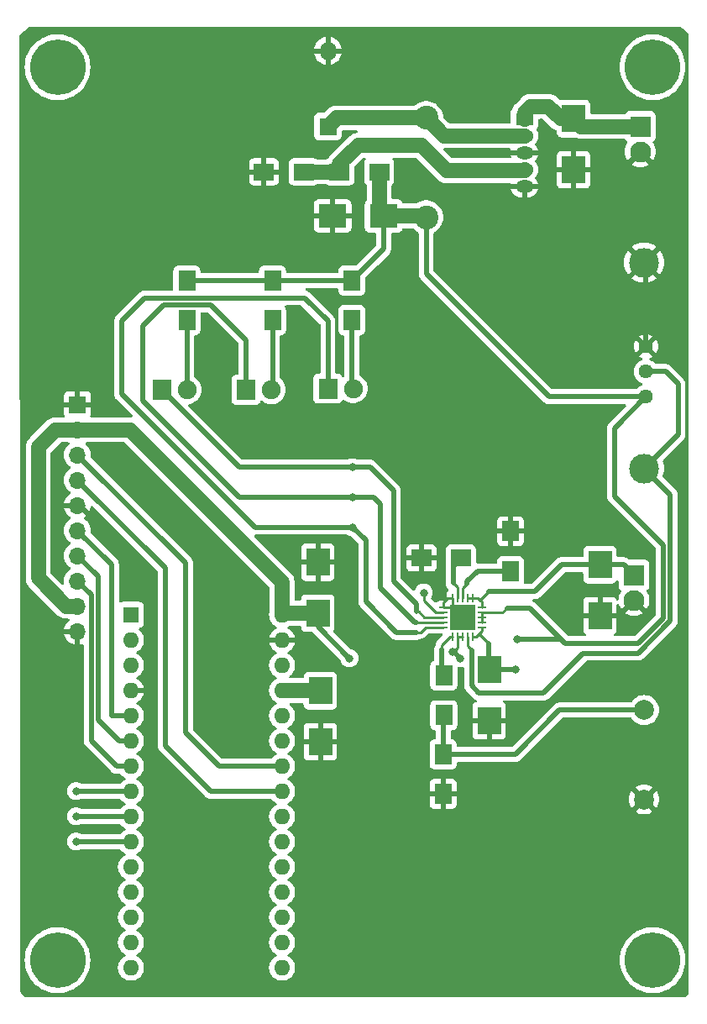
<source format=gbr>
%TF.GenerationSoftware,KiCad,Pcbnew,8.0.1*%
%TF.CreationDate,2024-04-21T18:12:41-04:00*%
%TF.ProjectId,BREAD_Slice,42524541-445f-4536-9c69-63652e6b6963,rev?*%
%TF.SameCoordinates,Original*%
%TF.FileFunction,Copper,L2,Bot*%
%TF.FilePolarity,Positive*%
%FSLAX46Y46*%
G04 Gerber Fmt 4.6, Leading zero omitted, Abs format (unit mm)*
G04 Created by KiCad (PCBNEW 8.0.1) date 2024-04-21 18:12:41*
%MOMM*%
%LPD*%
G01*
G04 APERTURE LIST*
G04 Aperture macros list*
%AMRoundRect*
0 Rectangle with rounded corners*
0 $1 Rounding radius*
0 $2 $3 $4 $5 $6 $7 $8 $9 X,Y pos of 4 corners*
0 Add a 4 corners polygon primitive as box body*
4,1,4,$2,$3,$4,$5,$6,$7,$8,$9,$2,$3,0*
0 Add four circle primitives for the rounded corners*
1,1,$1+$1,$2,$3*
1,1,$1+$1,$4,$5*
1,1,$1+$1,$6,$7*
1,1,$1+$1,$8,$9*
0 Add four rect primitives between the rounded corners*
20,1,$1+$1,$2,$3,$4,$5,0*
20,1,$1+$1,$4,$5,$6,$7,0*
20,1,$1+$1,$6,$7,$8,$9,0*
20,1,$1+$1,$8,$9,$2,$3,0*%
G04 Aperture macros list end*
%TA.AperFunction,ComponentPad*%
%ADD10C,5.600000*%
%TD*%
%TA.AperFunction,ComponentPad*%
%ADD11R,1.600000X1.600000*%
%TD*%
%TA.AperFunction,ComponentPad*%
%ADD12O,1.600000X1.600000*%
%TD*%
%TA.AperFunction,ComponentPad*%
%ADD13R,1.700000X1.700000*%
%TD*%
%TA.AperFunction,ComponentPad*%
%ADD14O,1.700000X1.700000*%
%TD*%
%TA.AperFunction,ComponentPad*%
%ADD15R,1.900000X2.000000*%
%TD*%
%TA.AperFunction,ComponentPad*%
%ADD16C,1.900000*%
%TD*%
%TA.AperFunction,ComponentPad*%
%ADD17R,1.800000X1.800000*%
%TD*%
%TA.AperFunction,ComponentPad*%
%ADD18O,1.800000X1.800000*%
%TD*%
%TA.AperFunction,ComponentPad*%
%ADD19R,2.100000X2.100000*%
%TD*%
%TA.AperFunction,ComponentPad*%
%ADD20C,2.100000*%
%TD*%
%TA.AperFunction,ComponentPad*%
%ADD21C,2.400000*%
%TD*%
%TA.AperFunction,ComponentPad*%
%ADD22C,1.440000*%
%TD*%
%TA.AperFunction,ComponentPad*%
%ADD23C,2.000000*%
%TD*%
%TA.AperFunction,ComponentPad*%
%ADD24C,3.000000*%
%TD*%
%TA.AperFunction,ComponentPad*%
%ADD25R,1.800000X1.275000*%
%TD*%
%TA.AperFunction,ComponentPad*%
%ADD26O,1.800000X1.275000*%
%TD*%
%TA.AperFunction,SMDPad,CuDef*%
%ADD27R,2.350000X2.770000*%
%TD*%
%TA.AperFunction,SMDPad,CuDef*%
%ADD28R,2.770000X2.350000*%
%TD*%
%TA.AperFunction,SMDPad,CuDef*%
%ADD29R,1.700000X2.000000*%
%TD*%
%TA.AperFunction,SMDPad,CuDef*%
%ADD30R,2.000000X1.700000*%
%TD*%
%TA.AperFunction,SMDPad,CuDef*%
%ADD31RoundRect,0.062500X0.062500X-0.350000X0.062500X0.350000X-0.062500X0.350000X-0.062500X-0.350000X0*%
%TD*%
%TA.AperFunction,SMDPad,CuDef*%
%ADD32RoundRect,0.062500X0.350000X-0.062500X0.350000X0.062500X-0.350000X0.062500X-0.350000X-0.062500X0*%
%TD*%
%TA.AperFunction,SMDPad,CuDef*%
%ADD33R,2.500000X2.500000*%
%TD*%
%TA.AperFunction,ViaPad*%
%ADD34C,0.800000*%
%TD*%
%TA.AperFunction,Conductor*%
%ADD35C,0.500000*%
%TD*%
%TA.AperFunction,Conductor*%
%ADD36C,0.250000*%
%TD*%
%TA.AperFunction,Conductor*%
%ADD37C,1.500000*%
%TD*%
G04 APERTURE END LIST*
D10*
%TO.P,H1,1*%
%TO.N,N/C*%
X127600000Y-44800000D03*
%TD*%
%TO.P,H2,1*%
%TO.N,N/C*%
X187600000Y-44800000D03*
%TD*%
%TO.P,H3,1*%
%TO.N,N/C*%
X127600000Y-134800000D03*
%TD*%
%TO.P,H4,1*%
%TO.N,N/C*%
X187600000Y-134800000D03*
%TD*%
D11*
%TO.P,A1,1*%
%TO.N,Net-(A1-Pad1)*%
X135000000Y-100000000D03*
D12*
%TO.P,A1,2*%
%TO.N,Net-(A1-Pad2)*%
X135000000Y-102540000D03*
%TO.P,A1,3*%
%TO.N,Net-(A1-Pad3)*%
X135000000Y-105080000D03*
%TO.P,A1,4*%
%TO.N,GND*%
X135000000Y-107620000D03*
%TO.P,A1,5*%
%TO.N,/E_STOP*%
X135000000Y-110160000D03*
%TO.P,A1,6*%
%TO.N,/INT*%
X135000000Y-112700000D03*
%TO.P,A1,7*%
%TO.N,/SYNC*%
X135000000Y-115240000D03*
%TO.P,A1,8*%
%TO.N,/CHG*%
X135000000Y-117780000D03*
%TO.P,A1,9*%
%TO.N,/DONE*%
X135000000Y-120320000D03*
%TO.P,A1,10*%
%TO.N,/PG*%
X135000000Y-122860000D03*
%TO.P,A1,11*%
%TO.N,Net-(A1-Pad11)*%
X135000000Y-125400000D03*
%TO.P,A1,12*%
%TO.N,Net-(A1-Pad12)*%
X135000000Y-127940000D03*
%TO.P,A1,13*%
%TO.N,Net-(A1-Pad13)*%
X135000000Y-130480000D03*
%TO.P,A1,14*%
%TO.N,Net-(A1-Pad14)*%
X135000000Y-133020000D03*
%TO.P,A1,15*%
%TO.N,Net-(A1-Pad15)*%
X135000000Y-135560000D03*
%TO.P,A1,16*%
%TO.N,Net-(A1-Pad16)*%
X150240000Y-135560000D03*
%TO.P,A1,17*%
%TO.N,Net-(A1-Pad17)*%
X150240000Y-133020000D03*
%TO.P,A1,18*%
%TO.N,Net-(A1-Pad18)*%
X150240000Y-130480000D03*
%TO.P,A1,19*%
%TO.N,Net-(A1-Pad19)*%
X150240000Y-127940000D03*
%TO.P,A1,20*%
%TO.N,Net-(A1-Pad20)*%
X150240000Y-125400000D03*
%TO.P,A1,21*%
%TO.N,Net-(A1-Pad21)*%
X150240000Y-122860000D03*
%TO.P,A1,22*%
%TO.N,Net-(A1-Pad22)*%
X150240000Y-120320000D03*
%TO.P,A1,23*%
%TO.N,/I2C_DAT*%
X150240000Y-117780000D03*
%TO.P,A1,24*%
%TO.N,/I2C_CLK*%
X150240000Y-115240000D03*
%TO.P,A1,25*%
%TO.N,Net-(A1-Pad25)*%
X150240000Y-112700000D03*
%TO.P,A1,26*%
%TO.N,Net-(A1-Pad26)*%
X150240000Y-110160000D03*
%TO.P,A1,27*%
%TO.N,+5V*%
X150240000Y-107620000D03*
%TO.P,A1,28*%
%TO.N,Net-(A1-Pad28)*%
X150240000Y-105080000D03*
%TO.P,A1,29*%
%TO.N,GND*%
X150240000Y-102540000D03*
%TO.P,A1,30*%
%TO.N,/PWR*%
X150240000Y-100000000D03*
%TD*%
D13*
%TO.P,J1,1*%
%TO.N,GND*%
X129600000Y-78800000D03*
D14*
%TO.P,J1,2*%
%TO.N,/PWR*%
X129600000Y-81340000D03*
%TO.P,J1,3*%
%TO.N,/I2C_CLK*%
X129600000Y-83880000D03*
%TO.P,J1,4*%
%TO.N,/I2C_DAT*%
X129600000Y-86420000D03*
%TO.P,J1,5*%
%TO.N,GND*%
X129600000Y-88960000D03*
%TO.P,J1,6*%
%TO.N,/E_STOP*%
X129600000Y-91500000D03*
%TO.P,J1,7*%
%TO.N,/INT*%
X129600000Y-94040000D03*
%TO.P,J1,8*%
%TO.N,/SYNC*%
X129600000Y-96580000D03*
%TO.P,J1,9*%
%TO.N,/PWR*%
X129600000Y-99120000D03*
%TO.P,J1,10*%
%TO.N,GND*%
X129600000Y-101660000D03*
%TD*%
D15*
%TO.P,D1,1*%
%TO.N,/CHG*%
X138094000Y-77316000D03*
D16*
%TO.P,D1,2*%
%TO.N,Net-(D1-Pad2)*%
X140634000Y-77316000D03*
%TD*%
D15*
%TO.P,D2,1*%
%TO.N,/DONE*%
X146603000Y-77316000D03*
D16*
%TO.P,D2,2*%
%TO.N,Net-(D2-Pad2)*%
X149143000Y-77316000D03*
%TD*%
D15*
%TO.P,D3,1*%
%TO.N,/PG*%
X154858000Y-77189000D03*
D16*
%TO.P,D3,2*%
%TO.N,Net-(D3-Pad2)*%
X157398000Y-77189000D03*
%TD*%
D17*
%TO.P,D4,1*%
%TO.N,Net-(D4-Pad1)*%
X154858000Y-50773000D03*
D18*
%TO.P,D4,2*%
%TO.N,GND*%
X154858000Y-43153000D03*
%TD*%
D19*
%TO.P,J2,1*%
%TO.N,Net-(C4-Pad1)*%
X186354000Y-50773000D03*
D20*
%TO.P,J2,2*%
%TO.N,GND*%
X186354000Y-53313000D03*
%TD*%
D19*
%TO.P,J3,1*%
%TO.N,Net-(C6-Pad1)*%
X185719000Y-95985000D03*
D20*
%TO.P,J3,2*%
%TO.N,GND*%
X185719000Y-98525000D03*
%TD*%
D21*
%TO.P,L1,1*%
%TO.N,VCC*%
X164764000Y-59917000D03*
%TO.P,L1,2*%
%TO.N,Net-(D4-Pad1)*%
X164764000Y-49917000D03*
%TD*%
D22*
%TO.P,RV1,1*%
%TO.N,VCC*%
X186925500Y-78014500D03*
%TO.P,RV1,2*%
%TO.N,Net-(RV1-Pad2)*%
X186925500Y-75474500D03*
%TO.P,RV1,3*%
%TO.N,GND*%
X186925500Y-72934500D03*
%TD*%
D23*
%TO.P,TH1,1*%
%TO.N,GND*%
X186735000Y-118591000D03*
%TO.P,TH1,2*%
%TO.N,Net-(R6-Pad2)*%
X186735000Y-109591000D03*
%TD*%
D24*
%TO.P,TP2,1*%
%TO.N,Net-(RV1-Pad2)*%
X186735000Y-85253500D03*
%TD*%
%TO.P,TP1,1*%
%TO.N,GND*%
X186735000Y-64489000D03*
%TD*%
D25*
%TO.P,U1,1*%
%TO.N,Net-(C4-Pad1)*%
X174670000Y-50011000D03*
D26*
%TO.P,U1,2*%
%TO.N,Net-(D4-Pad1)*%
X174670000Y-51711000D03*
%TO.P,U1,3*%
%TO.N,GND*%
X174670000Y-53411000D03*
%TO.P,U1,4*%
%TO.N,Net-(R4-Pad1)*%
X174670000Y-55111000D03*
%TO.P,U1,5*%
%TO.N,GND*%
X174670000Y-56811000D03*
%TD*%
D27*
%TO.P,C2,1*%
%TO.N,+5V*%
X154096000Y-107639000D03*
%TO.P,C2,2*%
%TO.N,GND*%
X154096000Y-112779000D03*
%TD*%
%TO.P,C1,1*%
%TO.N,/PWR*%
X153842000Y-99825000D03*
%TO.P,C1,2*%
%TO.N,GND*%
X153842000Y-94685000D03*
%TD*%
D28*
%TO.P,C3,1*%
%TO.N,VCC*%
X160476000Y-59790000D03*
%TO.P,C3,2*%
%TO.N,GND*%
X155336000Y-59790000D03*
%TD*%
D27*
%TO.P,C4,1*%
%TO.N,Net-(C4-Pad1)*%
X179623000Y-49981000D03*
%TO.P,C4,2*%
%TO.N,GND*%
X179623000Y-55121000D03*
%TD*%
%TO.P,C5,1*%
%TO.N,/PWR*%
X171114000Y-105543500D03*
%TO.P,C5,2*%
%TO.N,GND*%
X171114000Y-110683500D03*
%TD*%
%TO.P,C6,1*%
%TO.N,Net-(C6-Pad1)*%
X182290000Y-94939000D03*
%TO.P,C6,2*%
%TO.N,GND*%
X182290000Y-100079000D03*
%TD*%
D29*
%TO.P,R1,1*%
%TO.N,Net-(D1-Pad2)*%
X140634000Y-70299000D03*
%TO.P,R1,2*%
%TO.N,VCC*%
X140634000Y-66299000D03*
%TD*%
%TO.P,R2,1*%
%TO.N,Net-(D2-Pad2)*%
X149270000Y-70299000D03*
%TO.P,R2,2*%
%TO.N,VCC*%
X149270000Y-66299000D03*
%TD*%
%TO.P,R3,1*%
%TO.N,Net-(D3-Pad2)*%
X157271000Y-70299000D03*
%TO.P,R3,2*%
%TO.N,VCC*%
X157271000Y-66299000D03*
%TD*%
D30*
%TO.P,R4,1*%
%TO.N,Net-(R4-Pad1)*%
X156033000Y-55345000D03*
%TO.P,R4,2*%
%TO.N,VCC*%
X160033000Y-55345000D03*
%TD*%
%TO.P,R5,1*%
%TO.N,GND*%
X148413000Y-55345000D03*
%TO.P,R5,2*%
%TO.N,Net-(R4-Pad1)*%
X152413000Y-55345000D03*
%TD*%
D29*
%TO.P,R6,1*%
%TO.N,GND*%
X166478500Y-118051000D03*
%TO.P,R6,2*%
%TO.N,Net-(R6-Pad2)*%
X166478500Y-114051000D03*
%TD*%
%TO.P,R7,1*%
%TO.N,Net-(R7-Pad1)*%
X173273000Y-95572000D03*
%TO.P,R7,2*%
%TO.N,GND*%
X173273000Y-91572000D03*
%TD*%
D30*
%TO.P,R8,1*%
%TO.N,Net-(R8-Pad1)*%
X168288000Y-94270500D03*
%TO.P,R8,2*%
%TO.N,GND*%
X164288000Y-94270500D03*
%TD*%
D29*
%TO.P,R9,1*%
%TO.N,Net-(R9-Pad1)*%
X166542000Y-106113500D03*
%TO.P,R9,2*%
%TO.N,Net-(R6-Pad2)*%
X166542000Y-110113500D03*
%TD*%
D31*
%TO.P,U2,1*%
%TO.N,/PWR*%
X169447000Y-102177000D03*
%TO.P,U2,2*%
%TO.N,Net-(RV1-Pad2)*%
X168947000Y-102177000D03*
%TO.P,U2,3*%
%TO.N,VCC*%
X168447000Y-102177000D03*
%TO.P,U2,4*%
X167947000Y-102177000D03*
%TO.P,U2,5*%
%TO.N,Net-(R9-Pad1)*%
X167447000Y-102177000D03*
D32*
%TO.P,U2,6*%
%TO.N,/PG*%
X166509500Y-101239500D03*
%TO.P,U2,7*%
%TO.N,/DONE*%
X166509500Y-100739500D03*
%TO.P,U2,8*%
%TO.N,/CHG*%
X166509500Y-100239500D03*
%TO.P,U2,9*%
%TO.N,VCC*%
X166509500Y-99739500D03*
%TO.P,U2,10*%
%TO.N,GND*%
X166509500Y-99239500D03*
D31*
%TO.P,U2,11*%
X167447000Y-98302000D03*
%TO.P,U2,12*%
%TO.N,Net-(R8-Pad1)*%
X167947000Y-98302000D03*
%TO.P,U2,13*%
%TO.N,Net-(R7-Pad1)*%
X168447000Y-98302000D03*
%TO.P,U2,14*%
%TO.N,Net-(C6-Pad1)*%
X168947000Y-98302000D03*
%TO.P,U2,15*%
X169447000Y-98302000D03*
D32*
%TO.P,U2,16*%
X170384500Y-99239500D03*
%TO.P,U2,17*%
%TO.N,VCC*%
X170384500Y-99739500D03*
%TO.P,U2,18*%
X170384500Y-100239500D03*
%TO.P,U2,19*%
X170384500Y-100739500D03*
%TO.P,U2,20*%
%TO.N,/PWR*%
X170384500Y-101239500D03*
D33*
%TO.P,U2,21*%
%TO.N,GND*%
X168447000Y-100239500D03*
%TD*%
D34*
%TO.N,GND*%
X129585000Y-71093000D03*
X150667000Y-61060000D03*
X133268000Y-92429000D03*
X162224000Y-64616000D03*
%TO.N,/CHG*%
X157334500Y-85126500D03*
X129458000Y-117765500D03*
%TO.N,/DONE*%
X129458000Y-120305500D03*
X157334500Y-88111000D03*
%TO.N,/PG*%
X129458000Y-122845500D03*
X157334500Y-91159000D03*
%TO.N,/PWR*%
X173781000Y-105510000D03*
X157017000Y-104367000D03*
%TO.N,VCC*%
X173908000Y-102462000D03*
X168193000Y-104367000D03*
X167431000Y-103732000D03*
X164510000Y-97763000D03*
%TD*%
D35*
%TO.N,GND*%
X129600000Y-78800000D02*
X129600000Y-71108000D01*
D36*
X166509500Y-98748000D02*
X166955500Y-98302000D01*
D35*
X186925500Y-72934500D02*
X186925500Y-64679500D01*
D36*
X167447000Y-99239500D02*
X168447000Y-100239500D01*
X167447000Y-98302000D02*
X167447000Y-99239500D01*
D35*
X133268000Y-92429000D02*
X129799000Y-88960000D01*
D36*
X166509500Y-99239500D02*
X167447000Y-99239500D01*
D35*
X129799000Y-88960000D02*
X129600000Y-88960000D01*
X186925500Y-64679500D02*
X186735000Y-64489000D01*
D36*
X166509500Y-99239500D02*
X166509500Y-98748000D01*
X166955500Y-98302000D02*
X167447000Y-98302000D01*
D35*
X155336000Y-59790000D02*
X151937000Y-59790000D01*
X151937000Y-59790000D02*
X150667000Y-61060000D01*
X129600000Y-71108000D02*
X129585000Y-71093000D01*
D37*
%TO.N,+5V*%
X150259000Y-107639000D02*
X150240000Y-107620000D01*
X154096000Y-107639000D02*
X150259000Y-107639000D01*
D35*
%TO.N,/I2C_CLK*%
X140507000Y-111860000D02*
X140507000Y-94787000D01*
X140507000Y-94787000D02*
X129600000Y-83880000D01*
X143887000Y-115240000D02*
X140507000Y-111860000D01*
X150240000Y-115240000D02*
X143887000Y-115240000D01*
%TO.N,/I2C_DAT*%
X138475000Y-113193500D02*
X143061500Y-117780000D01*
X129600000Y-86420000D02*
X138475000Y-95295000D01*
X143061500Y-117780000D02*
X150240000Y-117780000D01*
X138475000Y-95295000D02*
X138475000Y-113193500D01*
%TO.N,/SYNC*%
X130982000Y-97962000D02*
X129600000Y-96580000D01*
X130982000Y-112685500D02*
X130982000Y-97962000D01*
X133536500Y-115240000D02*
X130982000Y-112685500D01*
X135000000Y-115240000D02*
X133536500Y-115240000D01*
%TO.N,/E_STOP*%
X133028500Y-110160000D02*
X133028500Y-94928500D01*
X135000000Y-110160000D02*
X133028500Y-110160000D01*
X133028500Y-94928500D02*
X129600000Y-91500000D01*
%TO.N,/INT*%
X133790500Y-112700000D02*
X131682010Y-110591510D01*
X135000000Y-112700000D02*
X133790500Y-112700000D01*
X131682010Y-110591510D02*
X131682010Y-96122010D01*
X131682010Y-96122010D02*
X129600000Y-94040000D01*
%TO.N,/CHG*%
X135000000Y-117780000D02*
X129472500Y-117780000D01*
D36*
X164002000Y-99668000D02*
X163748000Y-99668000D01*
X164573500Y-100239500D02*
X164002000Y-99668000D01*
D35*
X161462000Y-96620000D02*
X161462000Y-87476000D01*
X145904500Y-85126500D02*
X138094000Y-77316000D01*
X161462000Y-87476000D02*
X159112500Y-85126500D01*
X163748000Y-98906000D02*
X161462000Y-96620000D01*
X129472500Y-117780000D02*
X129458000Y-117765500D01*
X159112500Y-85126500D02*
X157334500Y-85126500D01*
D36*
X166509500Y-100239500D02*
X164573500Y-100239500D01*
D35*
X163748000Y-99668000D02*
X163748000Y-98906000D01*
X157334500Y-85126500D02*
X145904500Y-85126500D01*
%TO.N,/DONE*%
X157334500Y-88111000D02*
X145904500Y-88111000D01*
X163613000Y-100739500D02*
X160128500Y-97255000D01*
X136189000Y-70902500D02*
X138346490Y-68745010D01*
X160128500Y-88809500D02*
X159430000Y-88111000D01*
X159430000Y-88111000D02*
X157334500Y-88111000D01*
X135000000Y-120320000D02*
X129472500Y-120320000D01*
X143048510Y-68745010D02*
X146603000Y-72299500D01*
D36*
X166509500Y-100739500D02*
X163756000Y-100739500D01*
D35*
X163756000Y-100739500D02*
X163613000Y-100739500D01*
X146603000Y-72299500D02*
X146603000Y-77316000D01*
X160128500Y-97255000D02*
X160128500Y-88809500D01*
X138346490Y-68745010D02*
X143048510Y-68745010D01*
X136189000Y-78395500D02*
X136189000Y-70902500D01*
X145904500Y-88111000D02*
X136189000Y-78395500D01*
X129472500Y-120320000D02*
X129458000Y-120305500D01*
D36*
%TO.N,/PG*%
X164716500Y-101239500D02*
X164192500Y-101763500D01*
D35*
X134093500Y-77760500D02*
X134093500Y-70331000D01*
X135000000Y-122860000D02*
X129472500Y-122860000D01*
X154858000Y-70394500D02*
X154858000Y-77189000D01*
X163811500Y-101763500D02*
X161779500Y-101763500D01*
X147492000Y-91159000D02*
X134093500Y-77760500D01*
X158668000Y-92492500D02*
X157334500Y-91159000D01*
X158668000Y-98652000D02*
X158668000Y-92492500D01*
X157334500Y-91159000D02*
X147492000Y-91159000D01*
X152508500Y-68045000D02*
X154858000Y-70394500D01*
D36*
X164192500Y-101763500D02*
X163811500Y-101763500D01*
D35*
X161779500Y-101763500D02*
X158668000Y-98652000D01*
X134093500Y-70331000D02*
X136379500Y-68045000D01*
X129472500Y-122860000D02*
X129458000Y-122845500D01*
D36*
X166509500Y-101239500D02*
X164716500Y-101239500D01*
D35*
X136379500Y-68045000D02*
X152508500Y-68045000D01*
%TO.N,/PWR*%
X171147500Y-105510000D02*
X171114000Y-105543500D01*
D36*
X169811500Y-102177000D02*
X169447000Y-102177000D01*
D37*
X134879000Y-81340000D02*
X150240000Y-96701000D01*
D35*
X153842000Y-99825000D02*
X153842000Y-101192000D01*
X171050500Y-105480000D02*
X171114000Y-105543500D01*
X153842000Y-101192000D02*
X157017000Y-104367000D01*
D37*
X129600000Y-81340000D02*
X134879000Y-81340000D01*
X129600000Y-81340000D02*
X127402500Y-81340000D01*
X125648000Y-83094500D02*
X125648000Y-96302500D01*
D36*
X170098000Y-101890500D02*
X169811500Y-102177000D01*
X170384500Y-101604000D02*
X170098000Y-101890500D01*
D37*
X153842000Y-99825000D02*
X150415000Y-99825000D01*
D36*
X170098000Y-101954000D02*
X171050500Y-102906500D01*
D35*
X171050500Y-102906500D02*
X171050500Y-105480000D01*
D37*
X128465500Y-99120000D02*
X129600000Y-99120000D01*
D35*
X173781000Y-105510000D02*
X171147500Y-105510000D01*
D36*
X170384500Y-101239500D02*
X170384500Y-101604000D01*
X170098000Y-101890500D02*
X170098000Y-101954000D01*
D37*
X125648000Y-96302500D02*
X128465500Y-99120000D01*
X127402500Y-81340000D02*
X125648000Y-83094500D01*
X150415000Y-99825000D02*
X150240000Y-100000000D01*
X150240000Y-96701000D02*
X150240000Y-100000000D01*
D35*
%TO.N,VCC*%
X188685001Y-100321499D02*
X188685001Y-92982001D01*
D37*
X164637000Y-59790000D02*
X164764000Y-59917000D01*
D36*
X170384500Y-99739500D02*
X172439500Y-99739500D01*
X167947000Y-102177000D02*
X167947000Y-103279500D01*
D37*
X160033000Y-55345000D02*
X160033000Y-59347000D01*
D35*
X160476000Y-63094000D02*
X157271000Y-66299000D01*
X173908000Y-102462000D02*
X178353000Y-102462000D01*
X177146500Y-78014500D02*
X186925500Y-78014500D01*
X164764000Y-59917000D02*
X164764000Y-65632000D01*
X164573500Y-97826500D02*
X164510000Y-97763000D01*
X157271000Y-66299000D02*
X140634000Y-66299000D01*
D36*
X170384500Y-99739500D02*
X170384500Y-100739500D01*
D35*
X178353000Y-102462000D02*
X178797500Y-102906500D01*
D36*
X164573500Y-98588500D02*
X164573500Y-97826500D01*
D35*
X178797500Y-102906500D02*
X186100000Y-102906500D01*
X167431000Y-103732000D02*
X167558000Y-103732000D01*
D36*
X166509500Y-99739500D02*
X165724500Y-99739500D01*
X172439500Y-99739500D02*
X172892000Y-99287000D01*
D37*
X160033000Y-59347000D02*
X160476000Y-59790000D01*
X160476000Y-59790000D02*
X164637000Y-59790000D01*
D35*
X183750500Y-81189500D02*
X186925500Y-78014500D01*
X160476000Y-59790000D02*
X160476000Y-63094000D01*
X164764000Y-65632000D02*
X177146500Y-78014500D01*
X167558000Y-103732000D02*
X168193000Y-104367000D01*
X188685001Y-92982001D02*
X183750500Y-88047500D01*
X175178000Y-99287000D02*
X178797500Y-102906500D01*
X172892000Y-99287000D02*
X175178000Y-99287000D01*
D36*
X167947000Y-103279500D02*
X167685000Y-103541500D01*
X167947000Y-102177000D02*
X168447000Y-102177000D01*
D35*
X186100000Y-102906500D02*
X188685001Y-100321499D01*
X183750500Y-88047500D02*
X183750500Y-81189500D01*
D36*
X165724500Y-99739500D02*
X164573500Y-98588500D01*
D37*
%TO.N,Net-(C4-Pad1)*%
X175305000Y-48741000D02*
X174670000Y-49376000D01*
X177083000Y-48741000D02*
X175305000Y-48741000D01*
X174670000Y-49376000D02*
X174670000Y-50011000D01*
X180415000Y-50773000D02*
X179623000Y-49981000D01*
X179623000Y-49981000D02*
X178323000Y-49981000D01*
X178323000Y-49981000D02*
X177083000Y-48741000D01*
X186354000Y-50773000D02*
X180415000Y-50773000D01*
D36*
%TO.N,Net-(C6-Pad1)*%
X170225000Y-98525000D02*
X170225000Y-98461500D01*
D35*
X178446500Y-94939000D02*
X175749500Y-97636000D01*
X182290000Y-94939000D02*
X178446500Y-94939000D01*
D36*
X169447000Y-98302000D02*
X170002000Y-98302000D01*
X168947000Y-98302000D02*
X169447000Y-98302000D01*
X170002000Y-98302000D02*
X170225000Y-98525000D01*
D35*
X184673000Y-94939000D02*
X185719000Y-95985000D01*
X175749500Y-97636000D02*
X171050500Y-97636000D01*
D36*
X170225000Y-98461500D02*
X171050500Y-97636000D01*
D35*
X182290000Y-94939000D02*
X184673000Y-94939000D01*
D36*
X170384500Y-98684500D02*
X170384500Y-99239500D01*
X170225000Y-98525000D02*
X170384500Y-98684500D01*
D35*
%TO.N,Net-(D1-Pad2)*%
X140634000Y-70299000D02*
X140634000Y-77316000D01*
%TO.N,Net-(D2-Pad2)*%
X149270000Y-77189000D02*
X149143000Y-77316000D01*
X149270000Y-70299000D02*
X149270000Y-77189000D01*
%TO.N,Net-(D3-Pad2)*%
X157271000Y-77062000D02*
X157398000Y-77189000D01*
X157271000Y-70299000D02*
X157271000Y-77062000D01*
D37*
%TO.N,Net-(D4-Pad1)*%
X174670000Y-51711000D02*
X166558000Y-51711000D01*
X164764000Y-49917000D02*
X155714000Y-49917000D01*
X155714000Y-49917000D02*
X154858000Y-50773000D01*
X166558000Y-51711000D02*
X164764000Y-49917000D01*
%TO.N,Net-(R4-Pad1)*%
X164256000Y-52678000D02*
X157906000Y-52678000D01*
X174670000Y-55218000D02*
X174664510Y-55223490D01*
X157906000Y-52678000D02*
X156033000Y-54551000D01*
X156033000Y-54551000D02*
X156033000Y-55345000D01*
X166801490Y-55223490D02*
X164256000Y-52678000D01*
X174670000Y-55111000D02*
X174670000Y-55218000D01*
X174664510Y-55223490D02*
X166801490Y-55223490D01*
X156033000Y-55345000D02*
X152413000Y-55345000D01*
D35*
%TO.N,Net-(R6-Pad2)*%
X166478500Y-114051000D02*
X166478500Y-110177000D01*
X178209000Y-109591000D02*
X173749000Y-114051000D01*
X186735000Y-109591000D02*
X178209000Y-109591000D01*
X166478500Y-110177000D02*
X166542000Y-110113500D01*
X173749000Y-114051000D02*
X166478500Y-114051000D01*
%TO.N,Net-(R7-Pad1)*%
X168891500Y-96620000D02*
X169939500Y-95572000D01*
D36*
X168447000Y-97841478D02*
X168447000Y-97318500D01*
X168447000Y-97318500D02*
X168891500Y-96874000D01*
D35*
X169939500Y-95572000D02*
X173273000Y-95572000D01*
D36*
X168447000Y-98302000D02*
X168447000Y-97841478D01*
D35*
X168891500Y-96874000D02*
X168891500Y-96620000D01*
D36*
%TO.N,Net-(R8-Pad1)*%
X167897010Y-98292510D02*
X167897010Y-97213010D01*
X167906500Y-98302000D02*
X167897010Y-98292510D01*
X167897010Y-97213010D02*
X167494500Y-96810500D01*
D35*
X167494500Y-95064000D02*
X168288000Y-94270500D01*
X167494500Y-96810500D02*
X167494500Y-95064000D01*
D36*
X167947000Y-98302000D02*
X167906500Y-98302000D01*
%TO.N,Net-(R9-Pad1)*%
X167208000Y-102177000D02*
X166351500Y-103033500D01*
X166351500Y-103033500D02*
X166351500Y-103478000D01*
D35*
X166351500Y-105923000D02*
X166542000Y-106113500D01*
X166351500Y-103478000D02*
X166351500Y-105923000D01*
D36*
X167447000Y-102177000D02*
X167208000Y-102177000D01*
D35*
%TO.N,Net-(RV1-Pad2)*%
X169336000Y-103541500D02*
X169336000Y-107135502D01*
X188894000Y-75474500D02*
X190164000Y-76744500D01*
D36*
X168947000Y-103152500D02*
X169336000Y-103541500D01*
D35*
X176575000Y-107859500D02*
X180575500Y-103859000D01*
X189385011Y-87903511D02*
X186735000Y-85253500D01*
X180575500Y-103859000D02*
X186137462Y-103859000D01*
D36*
X168947000Y-102177000D02*
X168947000Y-103152500D01*
D35*
X186137462Y-103859000D02*
X189385011Y-100611452D01*
X169336000Y-107135502D02*
X170059998Y-107859500D01*
X190164000Y-76744500D02*
X190164000Y-81824500D01*
X186925500Y-75474500D02*
X188894000Y-75474500D01*
X189385011Y-100611452D02*
X189385011Y-87903511D01*
X190164000Y-81824500D02*
X186735000Y-85253500D01*
X170059998Y-107859500D02*
X176575000Y-107859500D01*
%TD*%
%TA.AperFunction,Conductor*%
%TO.N,GND*%
G36*
X134373643Y-82618502D02*
G01*
X134394617Y-82635405D01*
X148944595Y-97185382D01*
X148978621Y-97247694D01*
X148981500Y-97274477D01*
X148981500Y-99624542D01*
X148977207Y-99657152D01*
X148946457Y-99771913D01*
X148926502Y-100000000D01*
X148933711Y-100082405D01*
X148946457Y-100228086D01*
X149005715Y-100449240D01*
X149005717Y-100449246D01*
X149069958Y-100587012D01*
X149102477Y-100656749D01*
X149233802Y-100844300D01*
X149395700Y-101006198D01*
X149583251Y-101137523D01*
X149623045Y-101156079D01*
X149623047Y-101156080D01*
X149676332Y-101202996D01*
X149695794Y-101271273D01*
X149675253Y-101339233D01*
X149623051Y-101384468D01*
X149583504Y-101402910D01*
X149396025Y-101534184D01*
X149396019Y-101534189D01*
X149234189Y-101696019D01*
X149234184Y-101696025D01*
X149102912Y-101883501D01*
X149006188Y-102090926D01*
X149006186Y-102090931D01*
X148953917Y-102286000D01*
X149809297Y-102286000D01*
X149774075Y-102347007D01*
X149740000Y-102474174D01*
X149740000Y-102605826D01*
X149774075Y-102732993D01*
X149809297Y-102794000D01*
X148953918Y-102794000D01*
X149006186Y-102989068D01*
X149006188Y-102989073D01*
X149102912Y-103196498D01*
X149234184Y-103383974D01*
X149234189Y-103383980D01*
X149396019Y-103545810D01*
X149396025Y-103545815D01*
X149583503Y-103677089D01*
X149623049Y-103695530D01*
X149676334Y-103742447D01*
X149695794Y-103810724D01*
X149675252Y-103878684D01*
X149623049Y-103923918D01*
X149583252Y-103942475D01*
X149395703Y-104073799D01*
X149395697Y-104073804D01*
X149233804Y-104235697D01*
X149233799Y-104235703D01*
X149102477Y-104423250D01*
X149005717Y-104630753D01*
X149005715Y-104630759D01*
X148973418Y-104751294D01*
X148946457Y-104851913D01*
X148926502Y-105080000D01*
X148946457Y-105308087D01*
X148949944Y-105321099D01*
X149005715Y-105529240D01*
X149005717Y-105529246D01*
X149102477Y-105736749D01*
X149210301Y-105890738D01*
X149233802Y-105924300D01*
X149395700Y-106086198D01*
X149583251Y-106217523D01*
X149618359Y-106233894D01*
X149622457Y-106235805D01*
X149675742Y-106282722D01*
X149695203Y-106350999D01*
X149674661Y-106418959D01*
X149622457Y-106464195D01*
X149583250Y-106482477D01*
X149395703Y-106613799D01*
X149395697Y-106613804D01*
X149233804Y-106775697D01*
X149233799Y-106775703D01*
X149102477Y-106963250D01*
X149005717Y-107170753D01*
X149005715Y-107170759D01*
X148946457Y-107391913D01*
X148926502Y-107620000D01*
X148946457Y-107848087D01*
X148967604Y-107927007D01*
X149005715Y-108069240D01*
X149005717Y-108069246D01*
X149044257Y-108151895D01*
X149102477Y-108276749D01*
X149233802Y-108464300D01*
X149395700Y-108626198D01*
X149583251Y-108757523D01*
X149615016Y-108772335D01*
X149622457Y-108775805D01*
X149675742Y-108822722D01*
X149695203Y-108890999D01*
X149674661Y-108958959D01*
X149622457Y-109004195D01*
X149583250Y-109022477D01*
X149395703Y-109153799D01*
X149395697Y-109153804D01*
X149233804Y-109315697D01*
X149233799Y-109315703D01*
X149102477Y-109503250D01*
X149005717Y-109710753D01*
X149005716Y-109710757D01*
X148946457Y-109931913D01*
X148926502Y-110160000D01*
X148946457Y-110388087D01*
X148980670Y-110515771D01*
X149005715Y-110609240D01*
X149005717Y-110609246D01*
X149102477Y-110816749D01*
X149187729Y-110938502D01*
X149233802Y-111004300D01*
X149395700Y-111166198D01*
X149583251Y-111297523D01*
X149618359Y-111313894D01*
X149622457Y-111315805D01*
X149675742Y-111362722D01*
X149695203Y-111430999D01*
X149674661Y-111498959D01*
X149622457Y-111544195D01*
X149583250Y-111562477D01*
X149395703Y-111693799D01*
X149395697Y-111693804D01*
X149233804Y-111855697D01*
X149233799Y-111855703D01*
X149102477Y-112043250D01*
X149005717Y-112250753D01*
X149005715Y-112250759D01*
X148961305Y-112416500D01*
X148946457Y-112471913D01*
X148926502Y-112700000D01*
X148946457Y-112928087D01*
X148974569Y-113033000D01*
X149005715Y-113149240D01*
X149005717Y-113149246D01*
X149102477Y-113356749D01*
X149187729Y-113478502D01*
X149233802Y-113544300D01*
X149395700Y-113706198D01*
X149583251Y-113837523D01*
X149618359Y-113853894D01*
X149622457Y-113855805D01*
X149675742Y-113902722D01*
X149695203Y-113970999D01*
X149674661Y-114038959D01*
X149622457Y-114084195D01*
X149583250Y-114102477D01*
X149395703Y-114233799D01*
X149395697Y-114233804D01*
X149233804Y-114395697D01*
X149233797Y-114395706D01*
X149211344Y-114427772D01*
X149155887Y-114472100D01*
X149108132Y-114481500D01*
X144253371Y-114481500D01*
X144185250Y-114461498D01*
X144164276Y-114444595D01*
X141302405Y-111582724D01*
X141268379Y-111520412D01*
X141265500Y-111493629D01*
X141265500Y-94712295D01*
X141265499Y-94712291D01*
X141264497Y-94707255D01*
X141249088Y-94629785D01*
X141236351Y-94565753D01*
X141202534Y-94484112D01*
X141198702Y-94474860D01*
X141198690Y-94474833D01*
X141193707Y-94462803D01*
X141179174Y-94427716D01*
X141096165Y-94303484D01*
X140990516Y-94197835D01*
X130982225Y-84189544D01*
X130948199Y-84127232D01*
X130945750Y-84090049D01*
X130963156Y-83880000D01*
X130944564Y-83655632D01*
X130934474Y-83615788D01*
X130889297Y-83437387D01*
X130889296Y-83437386D01*
X130889296Y-83437384D01*
X130798860Y-83231209D01*
X130792140Y-83220924D01*
X130675724Y-83042734D01*
X130675720Y-83042729D01*
X130523237Y-82877091D01*
X130454938Y-82823932D01*
X130413467Y-82766306D01*
X130409733Y-82695408D01*
X130444923Y-82633746D01*
X130507864Y-82600898D01*
X130532329Y-82598500D01*
X134305522Y-82598500D01*
X134373643Y-82618502D01*
G37*
%TD.AperFunction*%
%TA.AperFunction,Conductor*%
G36*
X163490274Y-61068502D02*
G01*
X163507855Y-61082135D01*
X163508067Y-61082332D01*
X163508069Y-61082334D01*
X163695781Y-61256505D01*
X163695787Y-61256509D01*
X163907352Y-61400752D01*
X163907359Y-61400756D01*
X163934167Y-61413666D01*
X163986864Y-61461243D01*
X164005500Y-61527189D01*
X164005500Y-65706711D01*
X164017645Y-65767764D01*
X164020074Y-65779976D01*
X164034649Y-65853247D01*
X164091826Y-65991284D01*
X164174834Y-66115515D01*
X176557334Y-78498015D01*
X176557335Y-78498016D01*
X176662984Y-78603665D01*
X176787216Y-78686674D01*
X176868076Y-78720167D01*
X176925253Y-78743851D01*
X176980217Y-78754784D01*
X177071794Y-78773000D01*
X177071795Y-78773000D01*
X177221205Y-78773000D01*
X184790129Y-78773000D01*
X184858250Y-78793002D01*
X184904743Y-78846658D01*
X184914847Y-78916932D01*
X184885353Y-78981512D01*
X184879224Y-78988095D01*
X183161338Y-80705980D01*
X183161333Y-80705986D01*
X183078326Y-80830214D01*
X183067273Y-80856902D01*
X183067272Y-80856905D01*
X183021150Y-80968251D01*
X183021149Y-80968252D01*
X182992000Y-81114790D01*
X182992000Y-81114794D01*
X182992000Y-88122206D01*
X183004631Y-88185705D01*
X183021149Y-88268747D01*
X183078326Y-88406784D01*
X183161334Y-88531015D01*
X183161338Y-88531019D01*
X187889596Y-93259277D01*
X187923622Y-93321589D01*
X187926501Y-93348372D01*
X187926501Y-99955128D01*
X187906499Y-100023249D01*
X187889596Y-100044223D01*
X185822724Y-102111095D01*
X185760412Y-102145121D01*
X185733629Y-102148000D01*
X183776903Y-102148000D01*
X183708782Y-102127998D01*
X183662289Y-102074342D01*
X183652185Y-102004068D01*
X183681679Y-101939488D01*
X183704615Y-101921006D01*
X183703748Y-101919847D01*
X183827904Y-101826904D01*
X183915444Y-101709965D01*
X183915444Y-101709964D01*
X183966494Y-101573093D01*
X183972999Y-101512597D01*
X183973000Y-101512585D01*
X183973000Y-100333000D01*
X180607000Y-100333000D01*
X180607000Y-101512597D01*
X180613505Y-101573093D01*
X180664555Y-101709964D01*
X180664555Y-101709965D01*
X180752095Y-101826904D01*
X180876252Y-101919847D01*
X180874394Y-101922328D01*
X180913677Y-101961601D01*
X180928777Y-102030973D01*
X180903975Y-102097496D01*
X180847144Y-102140050D01*
X180803097Y-102148000D01*
X179163871Y-102148000D01*
X179095750Y-102127998D01*
X179074776Y-102111095D01*
X176788681Y-99825000D01*
X180607000Y-99825000D01*
X182036000Y-99825000D01*
X182036000Y-98186000D01*
X181066402Y-98186000D01*
X181005906Y-98192505D01*
X180869035Y-98243555D01*
X180869034Y-98243555D01*
X180752095Y-98331095D01*
X180664555Y-98448034D01*
X180664555Y-98448035D01*
X180613505Y-98584906D01*
X180607000Y-98645402D01*
X180607000Y-99825000D01*
X176788681Y-99825000D01*
X175661519Y-98697838D01*
X175661518Y-98697837D01*
X175661515Y-98697834D01*
X175552906Y-98625264D01*
X175507379Y-98570788D01*
X175498531Y-98500345D01*
X175529172Y-98436301D01*
X175589574Y-98398990D01*
X175622909Y-98394500D01*
X175824201Y-98394500D01*
X175824205Y-98394500D01*
X175824206Y-98394500D01*
X175897476Y-98379925D01*
X175970747Y-98365351D01*
X176108784Y-98308174D01*
X176233015Y-98225166D01*
X178723776Y-95734405D01*
X178786088Y-95700379D01*
X178812871Y-95697500D01*
X180480500Y-95697500D01*
X180548621Y-95717502D01*
X180595114Y-95771158D01*
X180606500Y-95823500D01*
X180606500Y-96372649D01*
X180613009Y-96433196D01*
X180613011Y-96433204D01*
X180664110Y-96570202D01*
X180664112Y-96570207D01*
X180751738Y-96687261D01*
X180868792Y-96774887D01*
X180868794Y-96774888D01*
X180868796Y-96774889D01*
X180897505Y-96785597D01*
X181005795Y-96825988D01*
X181005803Y-96825990D01*
X181066350Y-96832499D01*
X181066355Y-96832499D01*
X181066362Y-96832500D01*
X181066368Y-96832500D01*
X183513632Y-96832500D01*
X183513638Y-96832500D01*
X183513645Y-96832499D01*
X183513649Y-96832499D01*
X183574196Y-96825990D01*
X183574199Y-96825989D01*
X183574201Y-96825989D01*
X183711204Y-96774889D01*
X183828261Y-96687261D01*
X183878126Y-96620649D01*
X183915887Y-96570207D01*
X183915889Y-96570203D01*
X183915890Y-96570202D01*
X183916444Y-96568715D01*
X183917395Y-96567445D01*
X183920205Y-96562299D01*
X183920944Y-96562703D01*
X183958989Y-96511879D01*
X184025509Y-96487067D01*
X184094884Y-96502157D01*
X184145087Y-96552359D01*
X184160500Y-96612746D01*
X184160500Y-97083649D01*
X184167009Y-97144196D01*
X184167011Y-97144204D01*
X184218110Y-97281202D01*
X184218112Y-97281207D01*
X184305738Y-97398261D01*
X184403345Y-97471329D01*
X184445892Y-97528165D01*
X184450956Y-97598981D01*
X184435269Y-97638032D01*
X184326518Y-97815496D01*
X184232671Y-98042064D01*
X184175423Y-98280521D01*
X184163913Y-98426763D01*
X184138627Y-98493104D01*
X184081489Y-98535243D01*
X184010638Y-98539802D01*
X183948571Y-98505332D01*
X183920244Y-98460905D01*
X183915443Y-98448034D01*
X183915444Y-98448034D01*
X183827904Y-98331095D01*
X183710965Y-98243555D01*
X183574093Y-98192505D01*
X183513597Y-98186000D01*
X182544000Y-98186000D01*
X182544000Y-99825000D01*
X183973000Y-99825000D01*
X183973000Y-98990894D01*
X183993002Y-98922773D01*
X184046658Y-98876280D01*
X184116932Y-98866176D01*
X184181512Y-98895670D01*
X184219896Y-98955396D01*
X184221519Y-98961480D01*
X184232671Y-99007935D01*
X184326518Y-99234503D01*
X184449538Y-99435251D01*
X185194016Y-98690772D01*
X185206482Y-98737292D01*
X185278890Y-98862708D01*
X185381292Y-98965110D01*
X185506708Y-99037518D01*
X185553226Y-99049982D01*
X184808747Y-99794460D01*
X184808747Y-99794462D01*
X185009491Y-99917479D01*
X185236064Y-100011328D01*
X185474521Y-100068576D01*
X185719000Y-100087817D01*
X185963478Y-100068576D01*
X186201935Y-100011328D01*
X186428508Y-99917479D01*
X186629251Y-99794462D01*
X186629252Y-99794461D01*
X185884773Y-99049982D01*
X185931292Y-99037518D01*
X186056708Y-98965110D01*
X186159110Y-98862708D01*
X186231518Y-98737292D01*
X186243982Y-98690773D01*
X186988461Y-99435252D01*
X186988462Y-99435251D01*
X187111479Y-99234508D01*
X187205328Y-99007935D01*
X187262576Y-98769478D01*
X187281817Y-98525000D01*
X187262576Y-98280521D01*
X187205328Y-98042064D01*
X187111479Y-97815491D01*
X187002731Y-97638032D01*
X186984192Y-97569499D01*
X187005648Y-97501822D01*
X187034654Y-97471329D01*
X187132261Y-97398261D01*
X187219887Y-97281207D01*
X187219887Y-97281206D01*
X187219889Y-97281204D01*
X187270989Y-97144201D01*
X187273338Y-97122358D01*
X187277499Y-97083649D01*
X187277500Y-97083632D01*
X187277500Y-94886367D01*
X187277499Y-94886350D01*
X187270990Y-94825803D01*
X187270988Y-94825795D01*
X187228652Y-94712291D01*
X187219889Y-94688796D01*
X187219887Y-94688793D01*
X187219887Y-94688792D01*
X187132261Y-94571738D01*
X187015207Y-94484112D01*
X187015202Y-94484110D01*
X186878204Y-94433011D01*
X186878196Y-94433009D01*
X186817649Y-94426500D01*
X186817638Y-94426500D01*
X185285371Y-94426500D01*
X185217250Y-94406498D01*
X185196276Y-94389595D01*
X185156519Y-94349838D01*
X185156515Y-94349834D01*
X185032284Y-94266826D01*
X184894247Y-94209649D01*
X184820976Y-94195074D01*
X184820975Y-94195073D01*
X184747711Y-94180500D01*
X184747706Y-94180500D01*
X184099500Y-94180500D01*
X184031379Y-94160498D01*
X183984886Y-94106842D01*
X183973500Y-94054500D01*
X183973500Y-93505367D01*
X183973499Y-93505350D01*
X183966990Y-93444803D01*
X183966988Y-93444795D01*
X183931023Y-93348372D01*
X183915889Y-93307796D01*
X183915888Y-93307794D01*
X183915887Y-93307792D01*
X183828261Y-93190738D01*
X183711207Y-93103112D01*
X183711202Y-93103110D01*
X183574204Y-93052011D01*
X183574196Y-93052009D01*
X183513649Y-93045500D01*
X183513638Y-93045500D01*
X181066362Y-93045500D01*
X181066350Y-93045500D01*
X181005803Y-93052009D01*
X181005795Y-93052011D01*
X180868797Y-93103110D01*
X180868792Y-93103112D01*
X180751738Y-93190738D01*
X180664112Y-93307792D01*
X180664110Y-93307797D01*
X180613011Y-93444795D01*
X180613009Y-93444803D01*
X180606500Y-93505350D01*
X180606500Y-94054500D01*
X180586498Y-94122621D01*
X180532842Y-94169114D01*
X180480500Y-94180500D01*
X178371788Y-94180500D01*
X178298524Y-94195073D01*
X178298524Y-94195074D01*
X178225253Y-94209649D01*
X178225251Y-94209649D01*
X178225250Y-94209650D01*
X178144389Y-94243144D01*
X178093134Y-94264375D01*
X178087214Y-94266827D01*
X177962986Y-94349833D01*
X177962980Y-94349838D01*
X175472224Y-96840595D01*
X175409912Y-96874621D01*
X175383129Y-96877500D01*
X174733248Y-96877500D01*
X174665127Y-96857498D01*
X174618634Y-96803842D01*
X174608530Y-96733568D01*
X174615192Y-96707468D01*
X174618437Y-96698767D01*
X174624989Y-96681201D01*
X174631500Y-96620638D01*
X174631500Y-94523362D01*
X174631499Y-94523350D01*
X174624990Y-94462803D01*
X174624988Y-94462795D01*
X174582854Y-94349833D01*
X174573889Y-94325796D01*
X174573888Y-94325794D01*
X174573887Y-94325792D01*
X174486261Y-94208738D01*
X174369207Y-94121112D01*
X174369202Y-94121110D01*
X174232204Y-94070011D01*
X174232196Y-94070009D01*
X174171649Y-94063500D01*
X174171638Y-94063500D01*
X172374362Y-94063500D01*
X172374350Y-94063500D01*
X172313803Y-94070009D01*
X172313795Y-94070011D01*
X172176797Y-94121110D01*
X172176792Y-94121112D01*
X172059738Y-94208738D01*
X171972112Y-94325792D01*
X171972110Y-94325797D01*
X171921011Y-94462795D01*
X171921009Y-94462803D01*
X171914500Y-94523350D01*
X171914500Y-94687500D01*
X171894498Y-94755621D01*
X171840842Y-94802114D01*
X171788500Y-94813500D01*
X169922500Y-94813500D01*
X169854379Y-94793498D01*
X169807886Y-94739842D01*
X169796500Y-94687500D01*
X169796500Y-93371867D01*
X169796499Y-93371850D01*
X169789990Y-93311303D01*
X169789988Y-93311295D01*
X169745022Y-93190739D01*
X169738889Y-93174296D01*
X169738888Y-93174294D01*
X169738887Y-93174292D01*
X169651261Y-93057238D01*
X169534207Y-92969612D01*
X169534202Y-92969610D01*
X169397204Y-92918511D01*
X169397196Y-92918509D01*
X169336649Y-92912000D01*
X169336638Y-92912000D01*
X167239362Y-92912000D01*
X167239350Y-92912000D01*
X167178803Y-92918509D01*
X167178795Y-92918511D01*
X167041797Y-92969610D01*
X167041792Y-92969612D01*
X166924738Y-93057238D01*
X166837112Y-93174292D01*
X166837110Y-93174297D01*
X166786011Y-93311295D01*
X166786009Y-93311303D01*
X166779500Y-93371850D01*
X166779500Y-94783043D01*
X166769909Y-94831261D01*
X166765150Y-94842749D01*
X166765150Y-94842750D01*
X166765149Y-94842753D01*
X166750574Y-94916024D01*
X166750574Y-94916025D01*
X166736000Y-94989288D01*
X166736000Y-96885209D01*
X166765149Y-97031746D01*
X166765150Y-97031749D01*
X166802682Y-97122360D01*
X166822326Y-97169784D01*
X166905335Y-97294016D01*
X166905337Y-97294018D01*
X166977928Y-97366609D01*
X167011954Y-97428921D01*
X167006889Y-97499736D01*
X166982169Y-97538199D01*
X166982642Y-97538562D01*
X166978298Y-97544222D01*
X166977928Y-97544799D01*
X166977619Y-97545107D01*
X166886166Y-97664291D01*
X166828684Y-97803069D01*
X166814000Y-97914603D01*
X166814000Y-98480500D01*
X166793998Y-98548621D01*
X166740342Y-98595114D01*
X166688000Y-98606500D01*
X166122103Y-98606500D01*
X166010569Y-98621184D01*
X165871789Y-98678667D01*
X165782792Y-98746957D01*
X165716572Y-98772557D01*
X165647023Y-98758292D01*
X165616994Y-98736089D01*
X165292445Y-98411540D01*
X165258419Y-98349228D01*
X165263484Y-98278413D01*
X165272413Y-98259460D01*
X165344527Y-98134556D01*
X165403542Y-97952928D01*
X165423504Y-97763000D01*
X165403542Y-97573072D01*
X165344527Y-97391444D01*
X165249040Y-97226056D01*
X165249038Y-97226054D01*
X165249034Y-97226048D01*
X165121255Y-97084135D01*
X164966752Y-96971882D01*
X164792288Y-96894206D01*
X164605487Y-96854500D01*
X164414513Y-96854500D01*
X164227711Y-96894206D01*
X164053247Y-96971882D01*
X163898744Y-97084135D01*
X163770965Y-97226048D01*
X163770958Y-97226058D01*
X163675476Y-97391438D01*
X163675473Y-97391444D01*
X163667899Y-97414754D01*
X163648432Y-97474666D01*
X163608357Y-97533271D01*
X163542960Y-97560907D01*
X163473004Y-97548799D01*
X163439504Y-97524823D01*
X162257405Y-96342724D01*
X162223379Y-96280412D01*
X162220500Y-96253629D01*
X162220500Y-94524500D01*
X162780000Y-94524500D01*
X162780000Y-95169097D01*
X162786505Y-95229593D01*
X162837555Y-95366464D01*
X162837555Y-95366465D01*
X162925095Y-95483404D01*
X163042034Y-95570944D01*
X163178906Y-95621994D01*
X163239402Y-95628499D01*
X163239415Y-95628500D01*
X164034000Y-95628500D01*
X164034000Y-94524500D01*
X164542000Y-94524500D01*
X164542000Y-95628500D01*
X165336585Y-95628500D01*
X165336597Y-95628499D01*
X165397093Y-95621994D01*
X165533964Y-95570944D01*
X165533965Y-95570944D01*
X165650904Y-95483404D01*
X165738444Y-95366465D01*
X165738444Y-95366464D01*
X165789494Y-95229593D01*
X165795999Y-95169097D01*
X165796000Y-95169085D01*
X165796000Y-94524500D01*
X164542000Y-94524500D01*
X164034000Y-94524500D01*
X162780000Y-94524500D01*
X162220500Y-94524500D01*
X162220500Y-94016500D01*
X162780000Y-94016500D01*
X164034000Y-94016500D01*
X164034000Y-92912500D01*
X164542000Y-92912500D01*
X164542000Y-94016500D01*
X165796000Y-94016500D01*
X165796000Y-93371914D01*
X165795999Y-93371902D01*
X165789494Y-93311406D01*
X165738444Y-93174535D01*
X165738444Y-93174534D01*
X165650904Y-93057595D01*
X165533965Y-92970055D01*
X165397093Y-92919005D01*
X165336597Y-92912500D01*
X164542000Y-92912500D01*
X164034000Y-92912500D01*
X163239402Y-92912500D01*
X163178906Y-92919005D01*
X163042035Y-92970055D01*
X163042034Y-92970055D01*
X162925095Y-93057595D01*
X162837555Y-93174534D01*
X162837555Y-93174535D01*
X162786505Y-93311406D01*
X162780000Y-93371902D01*
X162780000Y-94016500D01*
X162220500Y-94016500D01*
X162220500Y-91826000D01*
X171915000Y-91826000D01*
X171915000Y-92620597D01*
X171921505Y-92681093D01*
X171972555Y-92817964D01*
X171972555Y-92817965D01*
X172060095Y-92934904D01*
X172177034Y-93022444D01*
X172313906Y-93073494D01*
X172374402Y-93079999D01*
X172374415Y-93080000D01*
X173019000Y-93080000D01*
X173019000Y-91826000D01*
X173527000Y-91826000D01*
X173527000Y-93080000D01*
X174171585Y-93080000D01*
X174171597Y-93079999D01*
X174232093Y-93073494D01*
X174368964Y-93022444D01*
X174368965Y-93022444D01*
X174485904Y-92934904D01*
X174573444Y-92817965D01*
X174573444Y-92817964D01*
X174624494Y-92681093D01*
X174630999Y-92620597D01*
X174631000Y-92620585D01*
X174631000Y-91826000D01*
X173527000Y-91826000D01*
X173019000Y-91826000D01*
X171915000Y-91826000D01*
X162220500Y-91826000D01*
X162220500Y-91318000D01*
X171915000Y-91318000D01*
X173019000Y-91318000D01*
X173019000Y-90064000D01*
X173527000Y-90064000D01*
X173527000Y-91318000D01*
X174631000Y-91318000D01*
X174631000Y-90523414D01*
X174630999Y-90523402D01*
X174624494Y-90462906D01*
X174573444Y-90326035D01*
X174573444Y-90326034D01*
X174485904Y-90209095D01*
X174368965Y-90121555D01*
X174232093Y-90070505D01*
X174171597Y-90064000D01*
X173527000Y-90064000D01*
X173019000Y-90064000D01*
X172374402Y-90064000D01*
X172313906Y-90070505D01*
X172177035Y-90121555D01*
X172177034Y-90121555D01*
X172060095Y-90209095D01*
X171972555Y-90326034D01*
X171972555Y-90326035D01*
X171921505Y-90462906D01*
X171915000Y-90523402D01*
X171915000Y-91318000D01*
X162220500Y-91318000D01*
X162220500Y-87401293D01*
X162220499Y-87401290D01*
X162191351Y-87254754D01*
X162134174Y-87116716D01*
X162051165Y-86992484D01*
X161945516Y-86886835D01*
X159596015Y-84537334D01*
X159471784Y-84454326D01*
X159333747Y-84397149D01*
X159260476Y-84382574D01*
X159260475Y-84382573D01*
X159187211Y-84368000D01*
X159187206Y-84368000D01*
X157877087Y-84368000D01*
X157808966Y-84347998D01*
X157803024Y-84343935D01*
X157791254Y-84335383D01*
X157616788Y-84257706D01*
X157429987Y-84218000D01*
X157239013Y-84218000D01*
X157052211Y-84257706D01*
X156877745Y-84335383D01*
X156865976Y-84343935D01*
X156799109Y-84367794D01*
X156791913Y-84368000D01*
X146270871Y-84368000D01*
X146202750Y-84347998D01*
X146181776Y-84331095D01*
X140816812Y-78966131D01*
X140782786Y-78903819D01*
X140787851Y-78833004D01*
X140830398Y-78776168D01*
X140885167Y-78752754D01*
X140993268Y-78734716D01*
X141221881Y-78656233D01*
X141434458Y-78541192D01*
X141625201Y-78392731D01*
X141651053Y-78364649D01*
X141767974Y-78237638D01*
X141788906Y-78214900D01*
X141921109Y-78012549D01*
X142018203Y-77791197D01*
X142077539Y-77556884D01*
X142097499Y-77316000D01*
X142077539Y-77075116D01*
X142076196Y-77069814D01*
X142018204Y-76840806D01*
X142018201Y-76840799D01*
X142005471Y-76811778D01*
X141921109Y-76619451D01*
X141788906Y-76417100D01*
X141788905Y-76417099D01*
X141788904Y-76417097D01*
X141625207Y-76239274D01*
X141620845Y-76235879D01*
X141441108Y-76095984D01*
X141399638Y-76038360D01*
X141392500Y-75996553D01*
X141392500Y-71933500D01*
X141412502Y-71865379D01*
X141466158Y-71818886D01*
X141518500Y-71807500D01*
X141532632Y-71807500D01*
X141532638Y-71807500D01*
X141532645Y-71807499D01*
X141532649Y-71807499D01*
X141593196Y-71800990D01*
X141593199Y-71800989D01*
X141593201Y-71800989D01*
X141730204Y-71749889D01*
X141847261Y-71662261D01*
X141934889Y-71545204D01*
X141985989Y-71408201D01*
X141992500Y-71347638D01*
X141992500Y-69629510D01*
X142012502Y-69561389D01*
X142066158Y-69514896D01*
X142118500Y-69503510D01*
X142682139Y-69503510D01*
X142750260Y-69523512D01*
X142771234Y-69540415D01*
X145807595Y-72576776D01*
X145841621Y-72639088D01*
X145844500Y-72665871D01*
X145844500Y-75681500D01*
X145824498Y-75749621D01*
X145770842Y-75796114D01*
X145718500Y-75807500D01*
X145604350Y-75807500D01*
X145543803Y-75814009D01*
X145543795Y-75814011D01*
X145406797Y-75865110D01*
X145406792Y-75865112D01*
X145289738Y-75952738D01*
X145202112Y-76069792D01*
X145202110Y-76069797D01*
X145151011Y-76206795D01*
X145151009Y-76206803D01*
X145144500Y-76267350D01*
X145144500Y-78364649D01*
X145151009Y-78425196D01*
X145151011Y-78425204D01*
X145202110Y-78562202D01*
X145202112Y-78562207D01*
X145289738Y-78679261D01*
X145406792Y-78766887D01*
X145406794Y-78766888D01*
X145406796Y-78766889D01*
X145427202Y-78774500D01*
X145543795Y-78817988D01*
X145543803Y-78817990D01*
X145604350Y-78824499D01*
X145604355Y-78824499D01*
X145604362Y-78824500D01*
X145604368Y-78824500D01*
X147601632Y-78824500D01*
X147601638Y-78824500D01*
X147601645Y-78824499D01*
X147601649Y-78824499D01*
X147662196Y-78817990D01*
X147662199Y-78817989D01*
X147662201Y-78817989D01*
X147799204Y-78766889D01*
X147815375Y-78754784D01*
X147916261Y-78679261D01*
X148003887Y-78562207D01*
X148003887Y-78562206D01*
X148003889Y-78562204D01*
X148026169Y-78502467D01*
X148068715Y-78445634D01*
X148135235Y-78420823D01*
X148204609Y-78435914D01*
X148221607Y-78447065D01*
X148342541Y-78541191D01*
X148342542Y-78541192D01*
X148555119Y-78656233D01*
X148555121Y-78656234D01*
X148675150Y-78697439D01*
X148783732Y-78734716D01*
X149022145Y-78774500D01*
X149022149Y-78774500D01*
X149263851Y-78774500D01*
X149263855Y-78774500D01*
X149502268Y-78734716D01*
X149730881Y-78656233D01*
X149943458Y-78541192D01*
X150134201Y-78392731D01*
X150160053Y-78364649D01*
X150276974Y-78237638D01*
X150297906Y-78214900D01*
X150430109Y-78012549D01*
X150527203Y-77791197D01*
X150586539Y-77556884D01*
X150606499Y-77316000D01*
X150586539Y-77075116D01*
X150585196Y-77069814D01*
X150527204Y-76840806D01*
X150527201Y-76840799D01*
X150514471Y-76811778D01*
X150430109Y-76619451D01*
X150297906Y-76417100D01*
X150297905Y-76417099D01*
X150297904Y-76417097D01*
X150134206Y-76239273D01*
X150134202Y-76239269D01*
X150077109Y-76194832D01*
X150035638Y-76137206D01*
X150028500Y-76095400D01*
X150028500Y-71933500D01*
X150048502Y-71865379D01*
X150102158Y-71818886D01*
X150154500Y-71807500D01*
X150168632Y-71807500D01*
X150168638Y-71807500D01*
X150168645Y-71807499D01*
X150168649Y-71807499D01*
X150229196Y-71800990D01*
X150229199Y-71800989D01*
X150229201Y-71800989D01*
X150366204Y-71749889D01*
X150483261Y-71662261D01*
X150570889Y-71545204D01*
X150621989Y-71408201D01*
X150628500Y-71347638D01*
X150628500Y-69250362D01*
X150628499Y-69250350D01*
X150621990Y-69189803D01*
X150621988Y-69189795D01*
X150570889Y-69052797D01*
X150570889Y-69052796D01*
X150570684Y-69052522D01*
X150535117Y-69005009D01*
X150510306Y-68938488D01*
X150525398Y-68869114D01*
X150575600Y-68818912D01*
X150635985Y-68803500D01*
X152142129Y-68803500D01*
X152210250Y-68823502D01*
X152231224Y-68840405D01*
X154062595Y-70671776D01*
X154096621Y-70734088D01*
X154099500Y-70760871D01*
X154099500Y-75554500D01*
X154079498Y-75622621D01*
X154025842Y-75669114D01*
X153973500Y-75680500D01*
X153859350Y-75680500D01*
X153798803Y-75687009D01*
X153798795Y-75687011D01*
X153661797Y-75738110D01*
X153661792Y-75738112D01*
X153544738Y-75825738D01*
X153457112Y-75942792D01*
X153457110Y-75942797D01*
X153406011Y-76079795D01*
X153406009Y-76079803D01*
X153399500Y-76140350D01*
X153399500Y-78237649D01*
X153406009Y-78298196D01*
X153406011Y-78298204D01*
X153457110Y-78435202D01*
X153457112Y-78435207D01*
X153544738Y-78552261D01*
X153661792Y-78639887D01*
X153661794Y-78639888D01*
X153661796Y-78639889D01*
X153682202Y-78647500D01*
X153798795Y-78690988D01*
X153798803Y-78690990D01*
X153859350Y-78697499D01*
X153859355Y-78697499D01*
X153859362Y-78697500D01*
X153859368Y-78697500D01*
X155856632Y-78697500D01*
X155856638Y-78697500D01*
X155856645Y-78697499D01*
X155856649Y-78697499D01*
X155917196Y-78690990D01*
X155917199Y-78690989D01*
X155917201Y-78690989D01*
X156054204Y-78639889D01*
X156102594Y-78603665D01*
X156171261Y-78552261D01*
X156258887Y-78435207D01*
X156258887Y-78435206D01*
X156258889Y-78435204D01*
X156281169Y-78375467D01*
X156323715Y-78318634D01*
X156390235Y-78293823D01*
X156459609Y-78308914D01*
X156476607Y-78320065D01*
X156569969Y-78392731D01*
X156597541Y-78414191D01*
X156597542Y-78414192D01*
X156810119Y-78529233D01*
X156810121Y-78529234D01*
X156877197Y-78552261D01*
X157038732Y-78607716D01*
X157277145Y-78647500D01*
X157277149Y-78647500D01*
X157518851Y-78647500D01*
X157518855Y-78647500D01*
X157757268Y-78607716D01*
X157985881Y-78529233D01*
X158198458Y-78414192D01*
X158389201Y-78265731D01*
X158409189Y-78244019D01*
X158552904Y-78087902D01*
X158552903Y-78087902D01*
X158552906Y-78087900D01*
X158685109Y-77885549D01*
X158782203Y-77664197D01*
X158841539Y-77429884D01*
X158861499Y-77189000D01*
X158841539Y-76948116D01*
X158814364Y-76840806D01*
X158782204Y-76713806D01*
X158782201Y-76713799D01*
X158766157Y-76677222D01*
X158685109Y-76492451D01*
X158552906Y-76290100D01*
X158552905Y-76290099D01*
X158552904Y-76290097D01*
X158389207Y-76112274D01*
X158367527Y-76095400D01*
X158198458Y-75963808D01*
X158198452Y-75963804D01*
X158095530Y-75908105D01*
X158045140Y-75858092D01*
X158029500Y-75797292D01*
X158029500Y-71933500D01*
X158049502Y-71865379D01*
X158103158Y-71818886D01*
X158155500Y-71807500D01*
X158169632Y-71807500D01*
X158169638Y-71807500D01*
X158169645Y-71807499D01*
X158169649Y-71807499D01*
X158230196Y-71800990D01*
X158230199Y-71800989D01*
X158230201Y-71800989D01*
X158367204Y-71749889D01*
X158484261Y-71662261D01*
X158571889Y-71545204D01*
X158622989Y-71408201D01*
X158629500Y-71347638D01*
X158629500Y-69250362D01*
X158629499Y-69250350D01*
X158622990Y-69189803D01*
X158622988Y-69189795D01*
X158571889Y-69052797D01*
X158571887Y-69052792D01*
X158484261Y-68935738D01*
X158367207Y-68848112D01*
X158367202Y-68848110D01*
X158230204Y-68797011D01*
X158230196Y-68797009D01*
X158169649Y-68790500D01*
X158169638Y-68790500D01*
X156372362Y-68790500D01*
X156372350Y-68790500D01*
X156311803Y-68797009D01*
X156311795Y-68797011D01*
X156174797Y-68848110D01*
X156174792Y-68848112D01*
X156057738Y-68935738D01*
X155970112Y-69052792D01*
X155970110Y-69052797D01*
X155919011Y-69189795D01*
X155919009Y-69189803D01*
X155912500Y-69250350D01*
X155912500Y-71347649D01*
X155919009Y-71408196D01*
X155919011Y-71408204D01*
X155970110Y-71545202D01*
X155970112Y-71545207D01*
X156057738Y-71662261D01*
X156174792Y-71749887D01*
X156174794Y-71749888D01*
X156174796Y-71749889D01*
X156233875Y-71771924D01*
X156311795Y-71800988D01*
X156311803Y-71800990D01*
X156372350Y-71807499D01*
X156372355Y-71807499D01*
X156372362Y-71807500D01*
X156386500Y-71807500D01*
X156454621Y-71827502D01*
X156501114Y-71881158D01*
X156512500Y-71933500D01*
X156512500Y-75924382D01*
X156492498Y-75992503D01*
X156438842Y-76038996D01*
X156368568Y-76049100D01*
X156303988Y-76019606D01*
X156268445Y-75968416D01*
X156266725Y-75963804D01*
X156258889Y-75942796D01*
X156258887Y-75942794D01*
X156258887Y-75942792D01*
X156171261Y-75825738D01*
X156054207Y-75738112D01*
X156054202Y-75738110D01*
X155917204Y-75687011D01*
X155917196Y-75687009D01*
X155856649Y-75680500D01*
X155856638Y-75680500D01*
X155742500Y-75680500D01*
X155674379Y-75660498D01*
X155627886Y-75606842D01*
X155616500Y-75554500D01*
X155616500Y-70319793D01*
X155616499Y-70319790D01*
X155615215Y-70313335D01*
X155587351Y-70173254D01*
X155530174Y-70035216D01*
X155447165Y-69910984D01*
X155341516Y-69805335D01*
X152992015Y-67455834D01*
X152867784Y-67372826D01*
X152729748Y-67315649D01*
X152709752Y-67311671D01*
X152686662Y-67307078D01*
X152623753Y-67274171D01*
X152588622Y-67212475D01*
X152592423Y-67141581D01*
X152633949Y-67083995D01*
X152700016Y-67058001D01*
X152711245Y-67057500D01*
X155786500Y-67057500D01*
X155854621Y-67077502D01*
X155901114Y-67131158D01*
X155912500Y-67183500D01*
X155912500Y-67347649D01*
X155919009Y-67408196D01*
X155919011Y-67408204D01*
X155970110Y-67545202D01*
X155970112Y-67545207D01*
X156057738Y-67662261D01*
X156174792Y-67749887D01*
X156174794Y-67749888D01*
X156174796Y-67749889D01*
X156233875Y-67771924D01*
X156311795Y-67800988D01*
X156311803Y-67800990D01*
X156372350Y-67807499D01*
X156372355Y-67807499D01*
X156372362Y-67807500D01*
X156372368Y-67807500D01*
X158169632Y-67807500D01*
X158169638Y-67807500D01*
X158169645Y-67807499D01*
X158169649Y-67807499D01*
X158230196Y-67800990D01*
X158230199Y-67800989D01*
X158230201Y-67800989D01*
X158367204Y-67749889D01*
X158484261Y-67662261D01*
X158571889Y-67545204D01*
X158622989Y-67408201D01*
X158626793Y-67372823D01*
X158629499Y-67347649D01*
X158629500Y-67347632D01*
X158629500Y-66065371D01*
X158649502Y-65997250D01*
X158666405Y-65976276D01*
X159855060Y-64787621D01*
X161065165Y-63577516D01*
X161148173Y-63453285D01*
X161148174Y-63453284D01*
X161205351Y-63315246D01*
X161234500Y-63168706D01*
X161234500Y-61599500D01*
X161254502Y-61531379D01*
X161308158Y-61484886D01*
X161360500Y-61473500D01*
X161909632Y-61473500D01*
X161909638Y-61473500D01*
X161909645Y-61473499D01*
X161909649Y-61473499D01*
X161970196Y-61466990D01*
X161970199Y-61466989D01*
X161970201Y-61466989D01*
X161985607Y-61461243D01*
X161991438Y-61459068D01*
X162107204Y-61415889D01*
X162107799Y-61415444D01*
X162224261Y-61328261D01*
X162311887Y-61211207D01*
X162311887Y-61211206D01*
X162311889Y-61211204D01*
X162342003Y-61130467D01*
X162384550Y-61073631D01*
X162451070Y-61048821D01*
X162460058Y-61048500D01*
X163422153Y-61048500D01*
X163490274Y-61068502D01*
G37*
%TD.AperFunction*%
%TA.AperFunction,Conductor*%
G36*
X128735792Y-82618502D02*
G01*
X128782285Y-82672158D01*
X128792389Y-82742432D01*
X128762895Y-82807012D01*
X128745062Y-82823932D01*
X128676762Y-82877091D01*
X128524279Y-83042729D01*
X128524275Y-83042734D01*
X128401141Y-83231206D01*
X128310703Y-83437386D01*
X128310702Y-83437387D01*
X128255437Y-83655624D01*
X128236844Y-83880000D01*
X128255437Y-84104375D01*
X128310702Y-84322612D01*
X128310703Y-84322613D01*
X128310704Y-84322616D01*
X128376343Y-84472259D01*
X128401141Y-84528793D01*
X128524275Y-84717265D01*
X128524279Y-84717270D01*
X128652539Y-84856596D01*
X128672431Y-84878204D01*
X128676762Y-84882908D01*
X128731331Y-84925381D01*
X128854424Y-85021189D01*
X128887680Y-85039186D01*
X128938071Y-85089200D01*
X128953423Y-85158516D01*
X128928862Y-85225129D01*
X128887680Y-85260814D01*
X128854426Y-85278810D01*
X128854424Y-85278811D01*
X128676762Y-85417091D01*
X128524279Y-85582729D01*
X128524275Y-85582734D01*
X128401141Y-85771206D01*
X128310703Y-85977386D01*
X128310702Y-85977387D01*
X128255437Y-86195624D01*
X128255436Y-86195630D01*
X128255436Y-86195632D01*
X128236844Y-86420000D01*
X128251321Y-86594712D01*
X128255437Y-86644375D01*
X128310702Y-86862612D01*
X128310703Y-86862613D01*
X128310704Y-86862616D01*
X128367668Y-86992481D01*
X128401141Y-87068793D01*
X128524275Y-87257265D01*
X128524279Y-87257270D01*
X128638780Y-87381649D01*
X128674077Y-87419992D01*
X128676762Y-87422908D01*
X128697215Y-87438827D01*
X128854424Y-87561189D01*
X128888205Y-87579470D01*
X128938596Y-87629482D01*
X128953949Y-87698799D01*
X128929389Y-87765412D01*
X128888209Y-87801096D01*
X128854704Y-87819228D01*
X128854698Y-87819232D01*
X128677097Y-87957465D01*
X128524674Y-88123041D01*
X128401580Y-88311451D01*
X128311179Y-88517543D01*
X128311176Y-88517550D01*
X128263455Y-88705999D01*
X128263456Y-88706000D01*
X129169297Y-88706000D01*
X129134075Y-88767007D01*
X129100000Y-88894174D01*
X129100000Y-89025826D01*
X129134075Y-89152993D01*
X129169297Y-89214000D01*
X128263455Y-89214000D01*
X128311176Y-89402449D01*
X128311179Y-89402456D01*
X128401580Y-89608548D01*
X128524674Y-89796958D01*
X128677097Y-89962534D01*
X128854698Y-90100767D01*
X128854704Y-90100771D01*
X128888207Y-90118902D01*
X128938597Y-90168915D01*
X128953949Y-90238232D01*
X128929388Y-90304845D01*
X128888207Y-90340528D01*
X128854430Y-90358807D01*
X128854424Y-90358811D01*
X128676762Y-90497091D01*
X128524279Y-90662729D01*
X128524275Y-90662734D01*
X128401141Y-90851206D01*
X128310703Y-91057386D01*
X128310702Y-91057387D01*
X128255437Y-91275624D01*
X128255436Y-91275630D01*
X128255436Y-91275632D01*
X128236844Y-91500000D01*
X128251043Y-91671358D01*
X128255437Y-91724375D01*
X128310702Y-91942612D01*
X128310703Y-91942613D01*
X128310704Y-91942616D01*
X128368740Y-92074925D01*
X128401141Y-92148793D01*
X128524275Y-92337265D01*
X128524279Y-92337270D01*
X128676762Y-92502908D01*
X128731331Y-92545381D01*
X128854424Y-92641189D01*
X128887680Y-92659186D01*
X128938071Y-92709200D01*
X128953423Y-92778516D01*
X128928862Y-92845129D01*
X128887680Y-92880814D01*
X128854426Y-92898810D01*
X128854424Y-92898811D01*
X128676762Y-93037091D01*
X128524279Y-93202729D01*
X128524275Y-93202734D01*
X128401141Y-93391206D01*
X128310703Y-93597386D01*
X128310702Y-93597387D01*
X128255437Y-93815624D01*
X128255436Y-93815630D01*
X128255436Y-93815632D01*
X128236844Y-94040000D01*
X128251321Y-94214712D01*
X128255437Y-94264375D01*
X128310702Y-94482612D01*
X128310703Y-94482613D01*
X128310704Y-94482616D01*
X128348690Y-94569215D01*
X128401141Y-94688793D01*
X128524275Y-94877265D01*
X128524279Y-94877270D01*
X128676762Y-95042908D01*
X128704216Y-95064276D01*
X128854424Y-95181189D01*
X128887680Y-95199186D01*
X128938071Y-95249200D01*
X128953423Y-95318516D01*
X128928862Y-95385129D01*
X128887680Y-95420813D01*
X128873749Y-95428353D01*
X128854426Y-95438810D01*
X128854424Y-95438811D01*
X128676762Y-95577091D01*
X128524279Y-95742729D01*
X128524275Y-95742734D01*
X128401141Y-95931206D01*
X128310703Y-96137386D01*
X128310702Y-96137387D01*
X128255437Y-96355624D01*
X128255436Y-96355630D01*
X128255436Y-96355632D01*
X128236844Y-96580000D01*
X128255392Y-96803842D01*
X128255437Y-96804379D01*
X128255951Y-96807457D01*
X128255797Y-96808725D01*
X128255867Y-96809562D01*
X128255694Y-96809576D01*
X128247432Y-96877941D01*
X128202158Y-96932629D01*
X128134505Y-96954159D01*
X128065951Y-96935695D01*
X128042574Y-96917286D01*
X126943405Y-95818117D01*
X126909379Y-95755805D01*
X126906500Y-95729022D01*
X126906500Y-83667978D01*
X126926502Y-83599857D01*
X126943405Y-83578883D01*
X127886883Y-82635405D01*
X127949195Y-82601379D01*
X127975978Y-82598500D01*
X128667671Y-82598500D01*
X128735792Y-82618502D01*
G37*
%TD.AperFunction*%
%TA.AperFunction,Conductor*%
G36*
X173241199Y-52989502D02*
G01*
X173287692Y-53043158D01*
X173297796Y-53113432D01*
X173292910Y-53134439D01*
X173290206Y-53142757D01*
X173290204Y-53142766D01*
X173287950Y-53157000D01*
X174181562Y-53157000D01*
X174157482Y-53198708D01*
X174120000Y-53338591D01*
X174120000Y-53483409D01*
X174157482Y-53623292D01*
X174181562Y-53665000D01*
X173287951Y-53665000D01*
X173290204Y-53679233D01*
X173290206Y-53679238D01*
X173329462Y-53800053D01*
X173331490Y-53871021D01*
X173294828Y-53931819D01*
X173231116Y-53963144D01*
X173209629Y-53964990D01*
X167374968Y-53964990D01*
X167306847Y-53944988D01*
X167285873Y-53928085D01*
X166542383Y-53184595D01*
X166508357Y-53122283D01*
X166513422Y-53051468D01*
X166555969Y-52994632D01*
X166622489Y-52969821D01*
X166631478Y-52969500D01*
X173173078Y-52969500D01*
X173241199Y-52989502D01*
G37*
%TD.AperFunction*%
%TA.AperFunction,Conductor*%
G36*
X190494890Y-40760002D02*
G01*
X190499969Y-40763444D01*
X190651169Y-40871400D01*
X190659363Y-40877776D01*
X190965170Y-41136781D01*
X190972831Y-41143835D01*
X191143095Y-41314099D01*
X191177121Y-41376411D01*
X191180000Y-41403194D01*
X191180000Y-138196806D01*
X191159998Y-138264927D01*
X191143099Y-138285896D01*
X190972827Y-138456169D01*
X190972826Y-138456170D01*
X190965165Y-138463222D01*
X190921567Y-138500148D01*
X190856658Y-138528912D01*
X190840133Y-138530000D01*
X124359867Y-138530000D01*
X124291746Y-138509998D01*
X124278434Y-138500149D01*
X124234835Y-138463223D01*
X124227173Y-138456169D01*
X123943835Y-138172831D01*
X123936781Y-138165169D01*
X123899213Y-138120812D01*
X123870450Y-138055903D01*
X123869362Y-138039554D01*
X123865155Y-134800003D01*
X124286641Y-134800003D01*
X124306064Y-135158237D01*
X124364103Y-135512269D01*
X124460084Y-135857959D01*
X124520362Y-136009246D01*
X124592877Y-136191243D01*
X124760925Y-136508215D01*
X124962258Y-136805159D01*
X125003355Y-136853542D01*
X125194516Y-137078595D01*
X125454962Y-137325304D01*
X125454977Y-137325317D01*
X125740586Y-137542431D01*
X126047995Y-137727393D01*
X126373599Y-137878033D01*
X126713583Y-137992587D01*
X127063958Y-138069711D01*
X127420618Y-138108500D01*
X127420626Y-138108500D01*
X127779374Y-138108500D01*
X127779382Y-138108500D01*
X128136042Y-138069711D01*
X128486417Y-137992587D01*
X128826401Y-137878033D01*
X129152005Y-137727393D01*
X129459414Y-137542431D01*
X129745023Y-137325317D01*
X130005484Y-137078595D01*
X130237742Y-136805159D01*
X130439075Y-136508215D01*
X130607123Y-136191243D01*
X130739915Y-135857961D01*
X130835895Y-135512274D01*
X130893936Y-135158237D01*
X130913359Y-134800000D01*
X130893936Y-134441763D01*
X130847338Y-134157523D01*
X130835896Y-134087730D01*
X130773861Y-133864300D01*
X130739915Y-133742039D01*
X130607123Y-133408757D01*
X130439075Y-133091785D01*
X130237742Y-132794841D01*
X130005484Y-132521405D01*
X130005483Y-132521404D01*
X129745037Y-132274695D01*
X129745022Y-132274682D01*
X129459418Y-132057572D01*
X129459412Y-132057568D01*
X129386672Y-132013802D01*
X129152005Y-131872607D01*
X128826401Y-131721967D01*
X128516422Y-131617523D01*
X128486426Y-131607416D01*
X128486425Y-131607415D01*
X128486417Y-131607413D01*
X128438915Y-131596956D01*
X128136054Y-131530291D01*
X128136030Y-131530287D01*
X127779389Y-131491500D01*
X127779382Y-131491500D01*
X127420618Y-131491500D01*
X127420610Y-131491500D01*
X127063969Y-131530287D01*
X127063945Y-131530291D01*
X126713587Y-131607412D01*
X126713573Y-131607416D01*
X126373601Y-131721966D01*
X126373599Y-131721967D01*
X126066178Y-131864195D01*
X126047989Y-131872610D01*
X125740587Y-132057568D01*
X125740581Y-132057572D01*
X125454977Y-132274682D01*
X125454962Y-132274695D01*
X125194516Y-132521404D01*
X124962256Y-132794843D01*
X124760924Y-133091785D01*
X124760922Y-133091789D01*
X124592876Y-133408759D01*
X124592872Y-133408768D01*
X124460084Y-133742040D01*
X124364103Y-134087730D01*
X124306064Y-134441762D01*
X124286641Y-134799996D01*
X124286641Y-134800003D01*
X123865155Y-134800003D01*
X123815287Y-96401546D01*
X124389500Y-96401546D01*
X124420488Y-96597200D01*
X124456316Y-96707468D01*
X124481702Y-96785596D01*
X124481705Y-96785604D01*
X124537040Y-96894205D01*
X124571634Y-96962098D01*
X124688071Y-97122360D01*
X127645639Y-100079928D01*
X127656497Y-100087817D01*
X127805903Y-100196367D01*
X127982404Y-100286299D01*
X128109587Y-100327622D01*
X128170800Y-100347512D01*
X128366454Y-100378500D01*
X128564546Y-100378500D01*
X128668486Y-100378500D01*
X128736607Y-100398502D01*
X128783100Y-100452158D01*
X128793204Y-100522432D01*
X128763710Y-100587012D01*
X128745877Y-100603932D01*
X128677097Y-100657465D01*
X128524674Y-100823041D01*
X128401580Y-101011451D01*
X128311179Y-101217543D01*
X128311176Y-101217550D01*
X128263455Y-101405999D01*
X128263456Y-101406000D01*
X129169297Y-101406000D01*
X129134075Y-101467007D01*
X129100000Y-101594174D01*
X129100000Y-101725826D01*
X129134075Y-101852993D01*
X129169297Y-101914000D01*
X128263455Y-101914000D01*
X128311176Y-102102449D01*
X128311179Y-102102456D01*
X128401580Y-102308548D01*
X128524674Y-102496958D01*
X128677097Y-102662534D01*
X128854698Y-102800767D01*
X128854699Y-102800768D01*
X129052628Y-102907882D01*
X129052630Y-102907883D01*
X129265483Y-102980955D01*
X129265492Y-102980957D01*
X129346000Y-102994391D01*
X129346000Y-102090702D01*
X129407007Y-102125925D01*
X129534174Y-102160000D01*
X129665826Y-102160000D01*
X129792993Y-102125925D01*
X129854000Y-102090702D01*
X129854000Y-102994390D01*
X129934507Y-102980957D01*
X129934516Y-102980955D01*
X130056588Y-102939048D01*
X130127512Y-102935848D01*
X130188908Y-102971500D01*
X130221282Y-103034685D01*
X130223500Y-103058221D01*
X130223500Y-112760207D01*
X130252649Y-112906747D01*
X130252651Y-112906752D01*
X130261024Y-112926967D01*
X130309826Y-113044784D01*
X130392834Y-113169015D01*
X132947334Y-115723515D01*
X132947335Y-115723516D01*
X133052984Y-115829165D01*
X133177216Y-115912174D01*
X133315254Y-115969351D01*
X133461794Y-115998500D01*
X133461795Y-115998500D01*
X133611205Y-115998500D01*
X133868132Y-115998500D01*
X133936253Y-116018502D01*
X133971344Y-116052228D01*
X133993797Y-116084293D01*
X133993802Y-116084300D01*
X134155700Y-116246198D01*
X134343251Y-116377523D01*
X134378359Y-116393894D01*
X134382457Y-116395805D01*
X134435742Y-116442722D01*
X134455203Y-116510999D01*
X134434661Y-116578959D01*
X134382457Y-116624195D01*
X134343250Y-116642477D01*
X134155703Y-116773799D01*
X134155697Y-116773804D01*
X133993804Y-116935697D01*
X133993797Y-116935706D01*
X133971344Y-116967772D01*
X133915887Y-117012100D01*
X133868132Y-117021500D01*
X130020544Y-117021500D01*
X129952423Y-117001498D01*
X129946483Y-116997436D01*
X129914752Y-116974382D01*
X129740288Y-116896706D01*
X129553487Y-116857000D01*
X129362513Y-116857000D01*
X129175711Y-116896706D01*
X129001247Y-116974382D01*
X128846744Y-117086635D01*
X128718965Y-117228548D01*
X128718958Y-117228558D01*
X128623476Y-117393938D01*
X128623473Y-117393945D01*
X128564457Y-117575572D01*
X128544496Y-117765500D01*
X128564457Y-117955427D01*
X128581568Y-118008087D01*
X128623473Y-118137056D01*
X128623476Y-118137061D01*
X128718958Y-118302441D01*
X128718965Y-118302451D01*
X128846744Y-118444364D01*
X128846747Y-118444366D01*
X129001248Y-118556618D01*
X129175712Y-118634294D01*
X129362513Y-118674000D01*
X129553487Y-118674000D01*
X129740288Y-118634294D01*
X129914752Y-118556618D01*
X129914757Y-118556613D01*
X129916889Y-118555384D01*
X129918480Y-118554957D01*
X129920784Y-118553932D01*
X129920946Y-118554296D01*
X129979894Y-118538500D01*
X133868132Y-118538500D01*
X133936253Y-118558502D01*
X133971344Y-118592228D01*
X133993797Y-118624293D01*
X133993802Y-118624300D01*
X134155700Y-118786198D01*
X134343251Y-118917523D01*
X134378359Y-118933894D01*
X134382457Y-118935805D01*
X134435742Y-118982722D01*
X134455203Y-119050999D01*
X134434661Y-119118959D01*
X134382457Y-119164195D01*
X134343250Y-119182477D01*
X134155703Y-119313799D01*
X134155697Y-119313804D01*
X133993804Y-119475697D01*
X133993797Y-119475706D01*
X133971344Y-119507772D01*
X133915887Y-119552100D01*
X133868132Y-119561500D01*
X130020544Y-119561500D01*
X129952423Y-119541498D01*
X129946483Y-119537436D01*
X129914752Y-119514382D01*
X129740288Y-119436706D01*
X129553487Y-119397000D01*
X129362513Y-119397000D01*
X129175711Y-119436706D01*
X129001247Y-119514382D01*
X128846744Y-119626635D01*
X128718965Y-119768548D01*
X128718958Y-119768558D01*
X128623476Y-119933938D01*
X128623473Y-119933945D01*
X128564457Y-120115572D01*
X128544496Y-120305500D01*
X128564457Y-120495427D01*
X128581568Y-120548087D01*
X128623473Y-120677056D01*
X128623476Y-120677061D01*
X128718958Y-120842441D01*
X128718965Y-120842451D01*
X128846744Y-120984364D01*
X128846747Y-120984366D01*
X129001248Y-121096618D01*
X129175712Y-121174294D01*
X129362513Y-121214000D01*
X129553487Y-121214000D01*
X129740288Y-121174294D01*
X129914752Y-121096618D01*
X129914757Y-121096613D01*
X129916889Y-121095384D01*
X129918480Y-121094957D01*
X129920784Y-121093932D01*
X129920946Y-121094296D01*
X129979894Y-121078500D01*
X133868132Y-121078500D01*
X133936253Y-121098502D01*
X133971344Y-121132228D01*
X133993797Y-121164293D01*
X133993802Y-121164300D01*
X134155700Y-121326198D01*
X134343251Y-121457523D01*
X134378359Y-121473894D01*
X134382457Y-121475805D01*
X134435742Y-121522722D01*
X134455203Y-121590999D01*
X134434661Y-121658959D01*
X134382457Y-121704195D01*
X134343250Y-121722477D01*
X134155703Y-121853799D01*
X134155697Y-121853804D01*
X133993804Y-122015697D01*
X133993797Y-122015706D01*
X133971344Y-122047772D01*
X133915887Y-122092100D01*
X133868132Y-122101500D01*
X130020544Y-122101500D01*
X129952423Y-122081498D01*
X129946483Y-122077436D01*
X129914752Y-122054382D01*
X129740288Y-121976706D01*
X129553487Y-121937000D01*
X129362513Y-121937000D01*
X129175711Y-121976706D01*
X129001247Y-122054382D01*
X128846744Y-122166635D01*
X128718965Y-122308548D01*
X128718958Y-122308558D01*
X128623476Y-122473938D01*
X128623473Y-122473945D01*
X128564457Y-122655572D01*
X128544496Y-122845500D01*
X128564457Y-123035427D01*
X128581568Y-123088087D01*
X128623473Y-123217056D01*
X128623476Y-123217061D01*
X128718958Y-123382441D01*
X128718965Y-123382451D01*
X128846744Y-123524364D01*
X128846747Y-123524366D01*
X129001248Y-123636618D01*
X129175712Y-123714294D01*
X129362513Y-123754000D01*
X129553487Y-123754000D01*
X129740288Y-123714294D01*
X129914752Y-123636618D01*
X129914757Y-123636613D01*
X129916889Y-123635384D01*
X129918480Y-123634957D01*
X129920784Y-123633932D01*
X129920946Y-123634296D01*
X129979894Y-123618500D01*
X133868132Y-123618500D01*
X133936253Y-123638502D01*
X133971344Y-123672228D01*
X133993797Y-123704293D01*
X133993802Y-123704300D01*
X134155700Y-123866198D01*
X134343251Y-123997523D01*
X134378359Y-124013894D01*
X134382457Y-124015805D01*
X134435742Y-124062722D01*
X134455203Y-124130999D01*
X134434661Y-124198959D01*
X134382457Y-124244195D01*
X134343250Y-124262477D01*
X134155703Y-124393799D01*
X134155697Y-124393804D01*
X133993804Y-124555697D01*
X133993799Y-124555703D01*
X133862477Y-124743250D01*
X133765717Y-124950753D01*
X133765716Y-124950757D01*
X133706457Y-125171913D01*
X133686502Y-125400000D01*
X133706457Y-125628087D01*
X133765716Y-125849243D01*
X133862477Y-126056749D01*
X133993802Y-126244300D01*
X134155700Y-126406198D01*
X134343251Y-126537523D01*
X134378359Y-126553894D01*
X134382457Y-126555805D01*
X134435742Y-126602722D01*
X134455203Y-126670999D01*
X134434661Y-126738959D01*
X134382457Y-126784195D01*
X134343250Y-126802477D01*
X134155703Y-126933799D01*
X134155697Y-126933804D01*
X133993804Y-127095697D01*
X133993799Y-127095703D01*
X133862477Y-127283250D01*
X133765717Y-127490753D01*
X133765716Y-127490757D01*
X133706457Y-127711913D01*
X133686502Y-127940000D01*
X133706457Y-128168087D01*
X133765716Y-128389243D01*
X133862477Y-128596749D01*
X133993802Y-128784300D01*
X134155700Y-128946198D01*
X134343251Y-129077523D01*
X134378359Y-129093894D01*
X134382457Y-129095805D01*
X134435742Y-129142722D01*
X134455203Y-129210999D01*
X134434661Y-129278959D01*
X134382457Y-129324195D01*
X134343250Y-129342477D01*
X134155703Y-129473799D01*
X134155697Y-129473804D01*
X133993804Y-129635697D01*
X133993799Y-129635703D01*
X133862477Y-129823250D01*
X133765717Y-130030753D01*
X133765716Y-130030757D01*
X133706457Y-130251913D01*
X133686502Y-130480000D01*
X133706457Y-130708087D01*
X133765716Y-130929243D01*
X133862477Y-131136749D01*
X133993802Y-131324300D01*
X134155700Y-131486198D01*
X134343251Y-131617523D01*
X134378359Y-131633894D01*
X134382457Y-131635805D01*
X134435742Y-131682722D01*
X134455203Y-131750999D01*
X134434661Y-131818959D01*
X134382457Y-131864195D01*
X134343250Y-131882477D01*
X134155703Y-132013799D01*
X134155697Y-132013804D01*
X133993804Y-132175697D01*
X133993799Y-132175703D01*
X133862477Y-132363250D01*
X133765717Y-132570753D01*
X133765716Y-132570757D01*
X133706457Y-132791913D01*
X133686502Y-133020000D01*
X133706457Y-133248087D01*
X133765716Y-133469243D01*
X133862477Y-133676749D01*
X133993802Y-133864300D01*
X134155700Y-134026198D01*
X134343251Y-134157523D01*
X134378359Y-134173894D01*
X134382457Y-134175805D01*
X134435742Y-134222722D01*
X134455203Y-134290999D01*
X134434661Y-134358959D01*
X134382457Y-134404195D01*
X134343250Y-134422477D01*
X134155703Y-134553799D01*
X134155697Y-134553804D01*
X133993804Y-134715697D01*
X133993799Y-134715703D01*
X133862477Y-134903250D01*
X133765717Y-135110753D01*
X133765715Y-135110759D01*
X133706457Y-135331913D01*
X133686502Y-135560000D01*
X133706457Y-135788086D01*
X133765715Y-136009240D01*
X133765717Y-136009246D01*
X133850578Y-136191231D01*
X133862477Y-136216749D01*
X133993802Y-136404300D01*
X134155700Y-136566198D01*
X134343251Y-136697523D01*
X134550757Y-136794284D01*
X134771913Y-136853543D01*
X135000000Y-136873498D01*
X135228087Y-136853543D01*
X135449243Y-136794284D01*
X135656749Y-136697523D01*
X135844300Y-136566198D01*
X136006198Y-136404300D01*
X136137523Y-136216749D01*
X136234284Y-136009243D01*
X136293543Y-135788087D01*
X136313498Y-135560000D01*
X136293543Y-135331913D01*
X136234284Y-135110757D01*
X136137523Y-134903251D01*
X136006198Y-134715700D01*
X135844300Y-134553802D01*
X135656749Y-134422477D01*
X135617543Y-134404195D01*
X135564258Y-134357279D01*
X135544796Y-134289002D01*
X135565337Y-134221042D01*
X135617543Y-134175805D01*
X135619997Y-134174660D01*
X135656749Y-134157523D01*
X135844300Y-134026198D01*
X136006198Y-133864300D01*
X136137523Y-133676749D01*
X136234284Y-133469243D01*
X136293543Y-133248087D01*
X136313498Y-133020000D01*
X136293543Y-132791913D01*
X136234284Y-132570757D01*
X136137523Y-132363251D01*
X136006198Y-132175700D01*
X135844300Y-132013802D01*
X135656749Y-131882477D01*
X135617543Y-131864195D01*
X135564258Y-131817279D01*
X135544796Y-131749002D01*
X135565337Y-131681042D01*
X135617543Y-131635805D01*
X135619997Y-131634660D01*
X135656749Y-131617523D01*
X135844300Y-131486198D01*
X136006198Y-131324300D01*
X136137523Y-131136749D01*
X136234284Y-130929243D01*
X136293543Y-130708087D01*
X136313498Y-130480000D01*
X136293543Y-130251913D01*
X136234284Y-130030757D01*
X136137523Y-129823251D01*
X136006198Y-129635700D01*
X135844300Y-129473802D01*
X135656749Y-129342477D01*
X135617543Y-129324195D01*
X135564258Y-129277279D01*
X135544796Y-129209002D01*
X135565337Y-129141042D01*
X135617543Y-129095805D01*
X135619997Y-129094660D01*
X135656749Y-129077523D01*
X135844300Y-128946198D01*
X136006198Y-128784300D01*
X136137523Y-128596749D01*
X136234284Y-128389243D01*
X136293543Y-128168087D01*
X136313498Y-127940000D01*
X136293543Y-127711913D01*
X136234284Y-127490757D01*
X136137523Y-127283251D01*
X136006198Y-127095700D01*
X135844300Y-126933802D01*
X135656749Y-126802477D01*
X135617543Y-126784195D01*
X135564258Y-126737279D01*
X135544796Y-126669002D01*
X135565337Y-126601042D01*
X135617543Y-126555805D01*
X135619997Y-126554660D01*
X135656749Y-126537523D01*
X135844300Y-126406198D01*
X136006198Y-126244300D01*
X136137523Y-126056749D01*
X136234284Y-125849243D01*
X136293543Y-125628087D01*
X136313498Y-125400000D01*
X136293543Y-125171913D01*
X136234284Y-124950757D01*
X136137523Y-124743251D01*
X136006198Y-124555700D01*
X135844300Y-124393802D01*
X135656749Y-124262477D01*
X135617543Y-124244195D01*
X135564258Y-124197279D01*
X135544796Y-124129002D01*
X135565337Y-124061042D01*
X135617543Y-124015805D01*
X135619997Y-124014660D01*
X135656749Y-123997523D01*
X135844300Y-123866198D01*
X136006198Y-123704300D01*
X136137523Y-123516749D01*
X136234284Y-123309243D01*
X136293543Y-123088087D01*
X136313498Y-122860000D01*
X136293543Y-122631913D01*
X136234284Y-122410757D01*
X136137523Y-122203251D01*
X136006198Y-122015700D01*
X135844300Y-121853802D01*
X135656749Y-121722477D01*
X135617543Y-121704195D01*
X135564258Y-121657279D01*
X135544796Y-121589002D01*
X135565337Y-121521042D01*
X135617543Y-121475805D01*
X135619997Y-121474660D01*
X135656749Y-121457523D01*
X135844300Y-121326198D01*
X136006198Y-121164300D01*
X136137523Y-120976749D01*
X136234284Y-120769243D01*
X136293543Y-120548087D01*
X136313498Y-120320000D01*
X136293543Y-120091913D01*
X136234284Y-119870757D01*
X136137523Y-119663251D01*
X136006198Y-119475700D01*
X135844300Y-119313802D01*
X135820254Y-119296965D01*
X135781998Y-119270177D01*
X135656749Y-119182477D01*
X135617543Y-119164195D01*
X135564258Y-119117279D01*
X135544796Y-119049002D01*
X135565337Y-118981042D01*
X135617543Y-118935805D01*
X135619997Y-118934660D01*
X135656749Y-118917523D01*
X135844300Y-118786198D01*
X136006198Y-118624300D01*
X136137523Y-118436749D01*
X136234284Y-118229243D01*
X136293543Y-118008087D01*
X136313498Y-117780000D01*
X136293543Y-117551913D01*
X136234284Y-117330757D01*
X136137523Y-117123251D01*
X136006198Y-116935700D01*
X135844300Y-116773802D01*
X135656749Y-116642477D01*
X135617543Y-116624195D01*
X135564258Y-116577279D01*
X135544796Y-116509002D01*
X135565337Y-116441042D01*
X135617543Y-116395805D01*
X135619997Y-116394660D01*
X135656749Y-116377523D01*
X135844300Y-116246198D01*
X136006198Y-116084300D01*
X136137523Y-115896749D01*
X136234284Y-115689243D01*
X136293543Y-115468087D01*
X136313498Y-115240000D01*
X136293543Y-115011913D01*
X136234284Y-114790757D01*
X136137523Y-114583251D01*
X136006198Y-114395700D01*
X135844300Y-114233802D01*
X135656749Y-114102477D01*
X135617543Y-114084195D01*
X135564258Y-114037279D01*
X135544796Y-113969002D01*
X135565337Y-113901042D01*
X135617543Y-113855805D01*
X135619997Y-113854660D01*
X135656749Y-113837523D01*
X135844300Y-113706198D01*
X136006198Y-113544300D01*
X136137523Y-113356749D01*
X136234284Y-113149243D01*
X136293543Y-112928087D01*
X136313498Y-112700000D01*
X136293543Y-112471913D01*
X136234284Y-112250757D01*
X136137523Y-112043251D01*
X136006198Y-111855700D01*
X135844300Y-111693802D01*
X135656749Y-111562477D01*
X135617543Y-111544195D01*
X135564258Y-111497279D01*
X135544796Y-111429002D01*
X135565337Y-111361042D01*
X135617543Y-111315805D01*
X135619997Y-111314660D01*
X135656749Y-111297523D01*
X135844300Y-111166198D01*
X136006198Y-111004300D01*
X136137523Y-110816749D01*
X136234284Y-110609243D01*
X136293543Y-110388087D01*
X136313498Y-110160000D01*
X136293543Y-109931913D01*
X136234284Y-109710757D01*
X136137523Y-109503251D01*
X136006198Y-109315700D01*
X135844300Y-109153802D01*
X135726412Y-109071256D01*
X135656749Y-109022477D01*
X135616951Y-109003919D01*
X135563666Y-108957002D01*
X135544205Y-108888725D01*
X135564747Y-108820765D01*
X135616951Y-108775529D01*
X135656498Y-108757087D01*
X135843974Y-108625815D01*
X135843980Y-108625810D01*
X136005810Y-108463980D01*
X136005815Y-108463974D01*
X136137087Y-108276498D01*
X136233811Y-108069073D01*
X136233813Y-108069068D01*
X136286082Y-107874000D01*
X135430703Y-107874000D01*
X135465925Y-107812993D01*
X135500000Y-107685826D01*
X135500000Y-107554174D01*
X135465925Y-107427007D01*
X135430703Y-107366000D01*
X136286082Y-107366000D01*
X136233813Y-107170931D01*
X136233811Y-107170926D01*
X136137087Y-106963501D01*
X136005815Y-106776025D01*
X136005810Y-106776019D01*
X135843980Y-106614189D01*
X135843974Y-106614184D01*
X135656497Y-106482911D01*
X135616949Y-106464469D01*
X135563665Y-106417551D01*
X135544205Y-106349273D01*
X135564748Y-106281314D01*
X135616950Y-106236081D01*
X135656749Y-106217523D01*
X135844300Y-106086198D01*
X136006198Y-105924300D01*
X136137523Y-105736749D01*
X136234284Y-105529243D01*
X136293543Y-105308087D01*
X136313498Y-105080000D01*
X136293543Y-104851913D01*
X136234284Y-104630757D01*
X136137523Y-104423251D01*
X136006198Y-104235700D01*
X135844300Y-104073802D01*
X135809300Y-104049295D01*
X135732385Y-103995438D01*
X135656749Y-103942477D01*
X135617543Y-103924195D01*
X135564258Y-103877279D01*
X135544796Y-103809002D01*
X135565337Y-103741042D01*
X135617543Y-103695805D01*
X135633993Y-103688134D01*
X135656749Y-103677523D01*
X135844300Y-103546198D01*
X136006198Y-103384300D01*
X136137523Y-103196749D01*
X136234284Y-102989243D01*
X136293543Y-102768087D01*
X136313498Y-102540000D01*
X136293543Y-102311913D01*
X136234284Y-102090757D01*
X136137523Y-101883251D01*
X136006198Y-101695700D01*
X135844300Y-101533802D01*
X135844295Y-101533799D01*
X135844292Y-101533796D01*
X135840995Y-101531487D01*
X135796669Y-101476028D01*
X135789363Y-101405409D01*
X135821396Y-101342049D01*
X135882599Y-101306067D01*
X135899801Y-101302999D01*
X135909201Y-101301989D01*
X136046204Y-101250889D01*
X136110182Y-101202996D01*
X136163261Y-101163261D01*
X136250887Y-101046207D01*
X136250887Y-101046206D01*
X136250889Y-101046204D01*
X136301989Y-100909201D01*
X136304158Y-100889033D01*
X136308499Y-100848649D01*
X136308500Y-100848632D01*
X136308500Y-99151367D01*
X136308499Y-99151350D01*
X136301990Y-99090803D01*
X136301988Y-99090795D01*
X136253755Y-98961480D01*
X136250889Y-98953796D01*
X136250888Y-98953794D01*
X136250887Y-98953792D01*
X136163261Y-98836738D01*
X136046207Y-98749112D01*
X136046202Y-98749110D01*
X135909204Y-98698011D01*
X135909196Y-98698009D01*
X135848649Y-98691500D01*
X135848638Y-98691500D01*
X134151362Y-98691500D01*
X134151350Y-98691500D01*
X134090803Y-98698009D01*
X134090802Y-98698010D01*
X134090799Y-98698010D01*
X134090799Y-98698011D01*
X133957031Y-98747904D01*
X133886217Y-98752969D01*
X133823905Y-98718944D01*
X133789880Y-98656632D01*
X133787000Y-98629848D01*
X133787000Y-94853795D01*
X133786999Y-94853788D01*
X133759940Y-94717752D01*
X133759940Y-94717751D01*
X133757852Y-94707257D01*
X133757851Y-94707255D01*
X133757851Y-94707253D01*
X133722880Y-94622826D01*
X133700674Y-94569216D01*
X133617665Y-94444984D01*
X133512016Y-94339335D01*
X130982225Y-91809544D01*
X130948199Y-91747232D01*
X130945750Y-91710049D01*
X130963156Y-91500000D01*
X130944564Y-91275632D01*
X130889296Y-91057384D01*
X130798860Y-90851209D01*
X130757202Y-90787447D01*
X130675724Y-90662734D01*
X130675720Y-90662729D01*
X130559570Y-90536559D01*
X130523240Y-90497094D01*
X130523239Y-90497093D01*
X130523237Y-90497091D01*
X130399137Y-90400500D01*
X130345576Y-90358811D01*
X130311792Y-90340528D01*
X130261402Y-90290516D01*
X130246050Y-90221199D01*
X130270610Y-90154586D01*
X130311793Y-90118901D01*
X130345300Y-90100767D01*
X130345301Y-90100767D01*
X130522902Y-89962534D01*
X130675325Y-89796958D01*
X130798419Y-89608548D01*
X130888820Y-89402456D01*
X130888823Y-89402449D01*
X130944067Y-89184292D01*
X130948214Y-89134251D01*
X130973773Y-89068014D01*
X131031084Y-89026111D01*
X131101953Y-89021844D01*
X131162879Y-89055560D01*
X137679595Y-95572276D01*
X137713621Y-95634588D01*
X137716500Y-95661371D01*
X137716500Y-113268206D01*
X137727131Y-113321650D01*
X137743843Y-113405667D01*
X137745649Y-113414747D01*
X137802826Y-113552784D01*
X137885834Y-113677015D01*
X142472334Y-118263515D01*
X142472335Y-118263516D01*
X142577984Y-118369165D01*
X142702216Y-118452174D01*
X142840254Y-118509351D01*
X142986794Y-118538500D01*
X142986795Y-118538500D01*
X143136205Y-118538500D01*
X149108132Y-118538500D01*
X149176253Y-118558502D01*
X149211344Y-118592228D01*
X149233797Y-118624293D01*
X149233802Y-118624300D01*
X149395700Y-118786198D01*
X149583251Y-118917523D01*
X149618359Y-118933894D01*
X149622457Y-118935805D01*
X149675742Y-118982722D01*
X149695203Y-119050999D01*
X149674661Y-119118959D01*
X149622457Y-119164195D01*
X149583250Y-119182477D01*
X149395703Y-119313799D01*
X149395697Y-119313804D01*
X149233804Y-119475697D01*
X149233799Y-119475703D01*
X149102477Y-119663250D01*
X149005717Y-119870753D01*
X149005715Y-119870759D01*
X148946457Y-120091913D01*
X148926502Y-120320000D01*
X148946457Y-120548086D01*
X149005715Y-120769240D01*
X149005717Y-120769246D01*
X149102477Y-120976749D01*
X149187729Y-121098502D01*
X149233802Y-121164300D01*
X149395700Y-121326198D01*
X149583251Y-121457523D01*
X149618359Y-121473894D01*
X149622457Y-121475805D01*
X149675742Y-121522722D01*
X149695203Y-121590999D01*
X149674661Y-121658959D01*
X149622457Y-121704195D01*
X149583250Y-121722477D01*
X149395703Y-121853799D01*
X149395697Y-121853804D01*
X149233804Y-122015697D01*
X149233799Y-122015703D01*
X149102477Y-122203250D01*
X149005717Y-122410753D01*
X149005715Y-122410759D01*
X148946457Y-122631913D01*
X148926502Y-122860000D01*
X148946457Y-123088086D01*
X149005715Y-123309240D01*
X149005717Y-123309246D01*
X149102477Y-123516749D01*
X149187729Y-123638502D01*
X149233802Y-123704300D01*
X149395700Y-123866198D01*
X149583251Y-123997523D01*
X149618359Y-124013894D01*
X149622457Y-124015805D01*
X149675742Y-124062722D01*
X149695203Y-124130999D01*
X149674661Y-124198959D01*
X149622457Y-124244195D01*
X149583250Y-124262477D01*
X149395703Y-124393799D01*
X149395697Y-124393804D01*
X149233804Y-124555697D01*
X149233799Y-124555703D01*
X149102477Y-124743250D01*
X149005717Y-124950753D01*
X149005716Y-124950757D01*
X148946457Y-125171913D01*
X148926502Y-125400000D01*
X148946457Y-125628087D01*
X149005716Y-125849243D01*
X149102477Y-126056749D01*
X149233802Y-126244300D01*
X149395700Y-126406198D01*
X149583251Y-126537523D01*
X149618359Y-126553894D01*
X149622457Y-126555805D01*
X149675742Y-126602722D01*
X149695203Y-126670999D01*
X149674661Y-126738959D01*
X149622457Y-126784195D01*
X149583250Y-126802477D01*
X149395703Y-126933799D01*
X149395697Y-126933804D01*
X149233804Y-127095697D01*
X149233799Y-127095703D01*
X149102477Y-127283250D01*
X149005717Y-127490753D01*
X149005716Y-127490757D01*
X148946457Y-127711913D01*
X148926502Y-127940000D01*
X148946457Y-128168087D01*
X149005716Y-128389243D01*
X149102477Y-128596749D01*
X149233802Y-128784300D01*
X149395700Y-128946198D01*
X149583251Y-129077523D01*
X149618359Y-129093894D01*
X149622457Y-129095805D01*
X149675742Y-129142722D01*
X149695203Y-129210999D01*
X149674661Y-129278959D01*
X149622457Y-129324195D01*
X149583250Y-129342477D01*
X149395703Y-129473799D01*
X149395697Y-129473804D01*
X149233804Y-129635697D01*
X149233799Y-129635703D01*
X149102477Y-129823250D01*
X149005717Y-130030753D01*
X149005716Y-130030757D01*
X148946457Y-130251913D01*
X148926502Y-130480000D01*
X148946457Y-130708087D01*
X149005716Y-130929243D01*
X149102477Y-131136749D01*
X149233802Y-131324300D01*
X149395700Y-131486198D01*
X149583251Y-131617523D01*
X149618359Y-131633894D01*
X149622457Y-131635805D01*
X149675742Y-131682722D01*
X149695203Y-131750999D01*
X149674661Y-131818959D01*
X149622457Y-131864195D01*
X149583250Y-131882477D01*
X149395703Y-132013799D01*
X149395697Y-132013804D01*
X149233804Y-132175697D01*
X149233799Y-132175703D01*
X149102477Y-132363250D01*
X149005717Y-132570753D01*
X149005716Y-132570757D01*
X148946457Y-132791913D01*
X148926502Y-133020000D01*
X148946457Y-133248087D01*
X149005716Y-133469243D01*
X149102477Y-133676749D01*
X149233802Y-133864300D01*
X149395700Y-134026198D01*
X149583251Y-134157523D01*
X149618359Y-134173894D01*
X149622457Y-134175805D01*
X149675742Y-134222722D01*
X149695203Y-134290999D01*
X149674661Y-134358959D01*
X149622457Y-134404195D01*
X149583250Y-134422477D01*
X149395703Y-134553799D01*
X149395697Y-134553804D01*
X149233804Y-134715697D01*
X149233799Y-134715703D01*
X149102477Y-134903250D01*
X149005717Y-135110753D01*
X149005715Y-135110759D01*
X148946457Y-135331913D01*
X148926502Y-135560000D01*
X148946457Y-135788086D01*
X149005715Y-136009240D01*
X149005717Y-136009246D01*
X149090578Y-136191231D01*
X149102477Y-136216749D01*
X149233802Y-136404300D01*
X149395700Y-136566198D01*
X149583251Y-136697523D01*
X149790757Y-136794284D01*
X150011913Y-136853543D01*
X150240000Y-136873498D01*
X150468087Y-136853543D01*
X150689243Y-136794284D01*
X150896749Y-136697523D01*
X151084300Y-136566198D01*
X151246198Y-136404300D01*
X151377523Y-136216749D01*
X151474284Y-136009243D01*
X151533543Y-135788087D01*
X151553498Y-135560000D01*
X151533543Y-135331913D01*
X151474284Y-135110757D01*
X151377523Y-134903251D01*
X151305228Y-134800003D01*
X184286641Y-134800003D01*
X184306064Y-135158237D01*
X184364103Y-135512269D01*
X184460084Y-135857959D01*
X184520362Y-136009246D01*
X184592877Y-136191243D01*
X184760925Y-136508215D01*
X184962258Y-136805159D01*
X185003355Y-136853542D01*
X185194516Y-137078595D01*
X185454962Y-137325304D01*
X185454977Y-137325317D01*
X185740586Y-137542431D01*
X186047995Y-137727393D01*
X186373599Y-137878033D01*
X186713583Y-137992587D01*
X187063958Y-138069711D01*
X187420618Y-138108500D01*
X187420626Y-138108500D01*
X187779374Y-138108500D01*
X187779382Y-138108500D01*
X188136042Y-138069711D01*
X188486417Y-137992587D01*
X188826401Y-137878033D01*
X189152005Y-137727393D01*
X189459414Y-137542431D01*
X189745023Y-137325317D01*
X190005484Y-137078595D01*
X190237742Y-136805159D01*
X190439075Y-136508215D01*
X190607123Y-136191243D01*
X190739915Y-135857961D01*
X190835895Y-135512274D01*
X190893936Y-135158237D01*
X190913359Y-134800000D01*
X190893936Y-134441763D01*
X190847338Y-134157523D01*
X190835896Y-134087730D01*
X190773861Y-133864300D01*
X190739915Y-133742039D01*
X190607123Y-133408757D01*
X190439075Y-133091785D01*
X190237742Y-132794841D01*
X190005484Y-132521405D01*
X190005483Y-132521404D01*
X189745037Y-132274695D01*
X189745022Y-132274682D01*
X189459418Y-132057572D01*
X189459412Y-132057568D01*
X189386672Y-132013802D01*
X189152005Y-131872607D01*
X188826401Y-131721967D01*
X188516422Y-131617523D01*
X188486426Y-131607416D01*
X188486425Y-131607415D01*
X188486417Y-131607413D01*
X188438915Y-131596956D01*
X188136054Y-131530291D01*
X188136030Y-131530287D01*
X187779389Y-131491500D01*
X187779382Y-131491500D01*
X187420618Y-131491500D01*
X187420610Y-131491500D01*
X187063969Y-131530287D01*
X187063945Y-131530291D01*
X186713587Y-131607412D01*
X186713573Y-131607416D01*
X186373601Y-131721966D01*
X186373599Y-131721967D01*
X186066178Y-131864195D01*
X186047989Y-131872610D01*
X185740587Y-132057568D01*
X185740581Y-132057572D01*
X185454977Y-132274682D01*
X185454962Y-132274695D01*
X185194516Y-132521404D01*
X184962256Y-132794843D01*
X184760924Y-133091785D01*
X184760922Y-133091789D01*
X184592876Y-133408759D01*
X184592872Y-133408768D01*
X184460084Y-133742040D01*
X184364103Y-134087730D01*
X184306064Y-134441762D01*
X184286641Y-134799996D01*
X184286641Y-134800003D01*
X151305228Y-134800003D01*
X151246198Y-134715700D01*
X151084300Y-134553802D01*
X150896749Y-134422477D01*
X150857543Y-134404195D01*
X150804258Y-134357279D01*
X150784796Y-134289002D01*
X150805337Y-134221042D01*
X150857543Y-134175805D01*
X150859997Y-134174660D01*
X150896749Y-134157523D01*
X151084300Y-134026198D01*
X151246198Y-133864300D01*
X151377523Y-133676749D01*
X151474284Y-133469243D01*
X151533543Y-133248087D01*
X151553498Y-133020000D01*
X151533543Y-132791913D01*
X151474284Y-132570757D01*
X151377523Y-132363251D01*
X151246198Y-132175700D01*
X151084300Y-132013802D01*
X150896749Y-131882477D01*
X150857543Y-131864195D01*
X150804258Y-131817279D01*
X150784796Y-131749002D01*
X150805337Y-131681042D01*
X150857543Y-131635805D01*
X150859997Y-131634660D01*
X150896749Y-131617523D01*
X151084300Y-131486198D01*
X151246198Y-131324300D01*
X151377523Y-131136749D01*
X151474284Y-130929243D01*
X151533543Y-130708087D01*
X151553498Y-130480000D01*
X151533543Y-130251913D01*
X151474284Y-130030757D01*
X151377523Y-129823251D01*
X151246198Y-129635700D01*
X151084300Y-129473802D01*
X150896749Y-129342477D01*
X150857543Y-129324195D01*
X150804258Y-129277279D01*
X150784796Y-129209002D01*
X150805337Y-129141042D01*
X150857543Y-129095805D01*
X150859997Y-129094660D01*
X150896749Y-129077523D01*
X151084300Y-128946198D01*
X151246198Y-128784300D01*
X151377523Y-128596749D01*
X151474284Y-128389243D01*
X151533543Y-128168087D01*
X151553498Y-127940000D01*
X151533543Y-127711913D01*
X151474284Y-127490757D01*
X151377523Y-127283251D01*
X151246198Y-127095700D01*
X151084300Y-126933802D01*
X150896749Y-126802477D01*
X150857543Y-126784195D01*
X150804258Y-126737279D01*
X150784796Y-126669002D01*
X150805337Y-126601042D01*
X150857543Y-126555805D01*
X150859997Y-126554660D01*
X150896749Y-126537523D01*
X151084300Y-126406198D01*
X151246198Y-126244300D01*
X151377523Y-126056749D01*
X151474284Y-125849243D01*
X151533543Y-125628087D01*
X151553498Y-125400000D01*
X151533543Y-125171913D01*
X151474284Y-124950757D01*
X151377523Y-124743251D01*
X151246198Y-124555700D01*
X151084300Y-124393802D01*
X150896749Y-124262477D01*
X150857543Y-124244195D01*
X150804258Y-124197279D01*
X150784796Y-124129002D01*
X150805337Y-124061042D01*
X150857543Y-124015805D01*
X150859997Y-124014660D01*
X150896749Y-123997523D01*
X151084300Y-123866198D01*
X151246198Y-123704300D01*
X151377523Y-123516749D01*
X151474284Y-123309243D01*
X151533543Y-123088087D01*
X151553498Y-122860000D01*
X151533543Y-122631913D01*
X151474284Y-122410757D01*
X151377523Y-122203251D01*
X151246198Y-122015700D01*
X151084300Y-121853802D01*
X150896749Y-121722477D01*
X150857543Y-121704195D01*
X150804258Y-121657279D01*
X150784796Y-121589002D01*
X150805337Y-121521042D01*
X150857543Y-121475805D01*
X150859997Y-121474660D01*
X150896749Y-121457523D01*
X151084300Y-121326198D01*
X151246198Y-121164300D01*
X151377523Y-120976749D01*
X151474284Y-120769243D01*
X151533543Y-120548087D01*
X151553498Y-120320000D01*
X151533543Y-120091913D01*
X151474284Y-119870757D01*
X151377523Y-119663251D01*
X151246198Y-119475700D01*
X151084300Y-119313802D01*
X151060254Y-119296965D01*
X151021998Y-119270177D01*
X150896749Y-119182477D01*
X150857543Y-119164195D01*
X150804258Y-119117279D01*
X150784796Y-119049002D01*
X150805337Y-118981042D01*
X150857543Y-118935805D01*
X150859997Y-118934660D01*
X150896749Y-118917523D01*
X151084300Y-118786198D01*
X151246198Y-118624300D01*
X151377523Y-118436749D01*
X151438958Y-118305000D01*
X165120500Y-118305000D01*
X165120500Y-119099597D01*
X165127005Y-119160093D01*
X165178055Y-119296964D01*
X165178055Y-119296965D01*
X165265595Y-119413904D01*
X165382534Y-119501444D01*
X165519406Y-119552494D01*
X165579902Y-119558999D01*
X165579915Y-119559000D01*
X166224500Y-119559000D01*
X166224500Y-118305000D01*
X166732500Y-118305000D01*
X166732500Y-119559000D01*
X167377085Y-119559000D01*
X167377097Y-119558999D01*
X167437593Y-119552494D01*
X167574464Y-119501444D01*
X167574465Y-119501444D01*
X167691404Y-119413904D01*
X167778944Y-119296965D01*
X167778944Y-119296964D01*
X167829994Y-119160093D01*
X167836499Y-119099597D01*
X167836500Y-119099585D01*
X167836500Y-118591000D01*
X185222337Y-118591000D01*
X185240960Y-118827632D01*
X185296371Y-119058437D01*
X185387208Y-119277738D01*
X185501896Y-119464890D01*
X185501897Y-119464890D01*
X186250841Y-118715946D01*
X186269075Y-118783993D01*
X186334901Y-118898007D01*
X186427993Y-118991099D01*
X186542007Y-119056925D01*
X186610051Y-119075157D01*
X185861107Y-119824101D01*
X185861108Y-119824102D01*
X186048261Y-119938791D01*
X186267562Y-120029628D01*
X186498367Y-120085039D01*
X186735000Y-120103662D01*
X186971632Y-120085039D01*
X187202437Y-120029628D01*
X187421738Y-119938791D01*
X187608890Y-119824102D01*
X187608891Y-119824102D01*
X186859947Y-119075158D01*
X186927993Y-119056925D01*
X187042007Y-118991099D01*
X187135099Y-118898007D01*
X187200925Y-118783993D01*
X187219158Y-118715947D01*
X187968102Y-119464891D01*
X187968102Y-119464890D01*
X188082791Y-119277738D01*
X188173628Y-119058437D01*
X188229039Y-118827632D01*
X188247662Y-118591000D01*
X188229039Y-118354367D01*
X188173628Y-118123562D01*
X188082791Y-117904261D01*
X187968102Y-117717108D01*
X187968101Y-117717107D01*
X187219157Y-118466051D01*
X187200925Y-118398007D01*
X187135099Y-118283993D01*
X187042007Y-118190901D01*
X186927993Y-118125075D01*
X186859946Y-118106841D01*
X187608890Y-117357897D01*
X187608890Y-117357896D01*
X187421738Y-117243208D01*
X187202437Y-117152371D01*
X186971632Y-117096960D01*
X186735000Y-117078337D01*
X186498367Y-117096960D01*
X186267562Y-117152371D01*
X186048266Y-117243206D01*
X185861108Y-117357897D01*
X185861108Y-117357898D01*
X186610052Y-118106842D01*
X186542007Y-118125075D01*
X186427993Y-118190901D01*
X186334901Y-118283993D01*
X186269075Y-118398007D01*
X186250842Y-118466052D01*
X185501898Y-117717108D01*
X185501897Y-117717108D01*
X185387206Y-117904266D01*
X185296371Y-118123562D01*
X185240960Y-118354367D01*
X185222337Y-118591000D01*
X167836500Y-118591000D01*
X167836500Y-118305000D01*
X166732500Y-118305000D01*
X166224500Y-118305000D01*
X165120500Y-118305000D01*
X151438958Y-118305000D01*
X151474284Y-118229243D01*
X151533543Y-118008087D01*
X151552011Y-117797000D01*
X165120500Y-117797000D01*
X166224500Y-117797000D01*
X166224500Y-116543000D01*
X166732500Y-116543000D01*
X166732500Y-117797000D01*
X167836500Y-117797000D01*
X167836500Y-117002414D01*
X167836499Y-117002402D01*
X167829994Y-116941906D01*
X167778944Y-116805035D01*
X167778944Y-116805034D01*
X167691404Y-116688095D01*
X167574465Y-116600555D01*
X167437593Y-116549505D01*
X167377097Y-116543000D01*
X166732500Y-116543000D01*
X166224500Y-116543000D01*
X165579902Y-116543000D01*
X165519406Y-116549505D01*
X165382535Y-116600555D01*
X165382534Y-116600555D01*
X165265595Y-116688095D01*
X165178055Y-116805034D01*
X165178055Y-116805035D01*
X165127005Y-116941906D01*
X165120500Y-117002402D01*
X165120500Y-117797000D01*
X151552011Y-117797000D01*
X151553498Y-117780000D01*
X151533543Y-117551913D01*
X151474284Y-117330757D01*
X151377523Y-117123251D01*
X151246198Y-116935700D01*
X151084300Y-116773802D01*
X150896749Y-116642477D01*
X150857543Y-116624195D01*
X150804258Y-116577279D01*
X150784796Y-116509002D01*
X150805337Y-116441042D01*
X150857543Y-116395805D01*
X150859997Y-116394660D01*
X150896749Y-116377523D01*
X151084300Y-116246198D01*
X151246198Y-116084300D01*
X151377523Y-115896749D01*
X151474284Y-115689243D01*
X151533543Y-115468087D01*
X151553498Y-115240000D01*
X151541219Y-115099649D01*
X165120000Y-115099649D01*
X165126509Y-115160196D01*
X165126511Y-115160204D01*
X165177610Y-115297202D01*
X165177612Y-115297207D01*
X165265238Y-115414261D01*
X165382292Y-115501887D01*
X165382294Y-115501888D01*
X165382296Y-115501889D01*
X165441375Y-115523924D01*
X165519295Y-115552988D01*
X165519303Y-115552990D01*
X165579850Y-115559499D01*
X165579855Y-115559499D01*
X165579862Y-115559500D01*
X165579868Y-115559500D01*
X167377132Y-115559500D01*
X167377138Y-115559500D01*
X167377145Y-115559499D01*
X167377149Y-115559499D01*
X167437696Y-115552990D01*
X167437699Y-115552989D01*
X167437701Y-115552989D01*
X167574704Y-115501889D01*
X167619860Y-115468086D01*
X167691761Y-115414261D01*
X167779387Y-115297207D01*
X167779387Y-115297206D01*
X167779389Y-115297204D01*
X167830489Y-115160201D01*
X167837000Y-115099638D01*
X167837000Y-114935500D01*
X167857002Y-114867379D01*
X167910658Y-114820886D01*
X167963000Y-114809500D01*
X173823706Y-114809500D01*
X173917932Y-114790757D01*
X173970247Y-114780351D01*
X174108284Y-114723174D01*
X174232515Y-114640166D01*
X178486276Y-110386405D01*
X178548588Y-110352379D01*
X178575371Y-110349500D01*
X185360035Y-110349500D01*
X185428156Y-110369502D01*
X185467466Y-110409663D01*
X185510824Y-110480416D01*
X185510825Y-110480417D01*
X185510826Y-110480419D01*
X185665030Y-110660969D01*
X185845580Y-110815173D01*
X185845584Y-110815176D01*
X186048037Y-110939240D01*
X186267406Y-111030105D01*
X186498289Y-111085535D01*
X186735000Y-111104165D01*
X186971711Y-111085535D01*
X187202594Y-111030105D01*
X187421963Y-110939240D01*
X187624416Y-110815176D01*
X187804969Y-110660969D01*
X187959176Y-110480416D01*
X188083240Y-110277963D01*
X188174105Y-110058594D01*
X188229535Y-109827711D01*
X188248165Y-109591000D01*
X188229535Y-109354289D01*
X188174105Y-109123406D01*
X188083240Y-108904037D01*
X187959176Y-108701584D01*
X187959173Y-108701580D01*
X187804969Y-108521030D01*
X187624419Y-108366826D01*
X187624417Y-108366825D01*
X187624416Y-108366824D01*
X187421963Y-108242760D01*
X187202594Y-108151895D01*
X187202592Y-108151894D01*
X187044651Y-108113976D01*
X186971711Y-108096465D01*
X186735000Y-108077835D01*
X186498289Y-108096465D01*
X186267407Y-108151894D01*
X186048038Y-108242759D01*
X185845582Y-108366825D01*
X185845580Y-108366826D01*
X185665030Y-108521030D01*
X185510826Y-108701580D01*
X185510825Y-108701582D01*
X185510824Y-108701584D01*
X185467466Y-108772336D01*
X185414820Y-108819966D01*
X185360035Y-108832500D01*
X178134290Y-108832500D01*
X178063902Y-108846502D01*
X177987752Y-108861649D01*
X177987746Y-108861651D01*
X177930576Y-108885331D01*
X177930576Y-108885332D01*
X177892048Y-108901291D01*
X177849715Y-108918826D01*
X177839404Y-108925716D01*
X177827758Y-108933498D01*
X177725485Y-109001834D01*
X177725479Y-109001839D01*
X173471724Y-113255595D01*
X173409412Y-113289621D01*
X173382629Y-113292500D01*
X167963000Y-113292500D01*
X167894879Y-113272498D01*
X167848386Y-113218842D01*
X167837000Y-113166500D01*
X167837000Y-113002367D01*
X167836999Y-113002350D01*
X167830490Y-112941803D01*
X167830488Y-112941795D01*
X167801424Y-112863875D01*
X167779389Y-112804796D01*
X167779388Y-112804794D01*
X167779387Y-112804792D01*
X167691761Y-112687738D01*
X167574707Y-112600112D01*
X167574702Y-112600110D01*
X167437704Y-112549011D01*
X167437696Y-112549009D01*
X167377149Y-112542500D01*
X167377138Y-112542500D01*
X167363000Y-112542500D01*
X167294879Y-112522498D01*
X167248386Y-112468842D01*
X167237000Y-112416500D01*
X167237000Y-111748000D01*
X167257002Y-111679879D01*
X167310658Y-111633386D01*
X167363000Y-111622000D01*
X167440632Y-111622000D01*
X167440638Y-111622000D01*
X167440645Y-111621999D01*
X167440649Y-111621999D01*
X167501196Y-111615490D01*
X167501199Y-111615489D01*
X167501201Y-111615489D01*
X167638204Y-111564389D01*
X167640760Y-111562476D01*
X167755261Y-111476761D01*
X167842887Y-111359707D01*
X167842887Y-111359706D01*
X167842889Y-111359704D01*
X167893989Y-111222701D01*
X167900064Y-111166200D01*
X167900499Y-111162149D01*
X167900500Y-111162132D01*
X167900500Y-110937500D01*
X169431000Y-110937500D01*
X169431000Y-112117097D01*
X169437505Y-112177593D01*
X169488555Y-112314464D01*
X169488555Y-112314465D01*
X169576095Y-112431404D01*
X169693034Y-112518944D01*
X169829906Y-112569994D01*
X169890402Y-112576499D01*
X169890415Y-112576500D01*
X170860000Y-112576500D01*
X170860000Y-110937500D01*
X171368000Y-110937500D01*
X171368000Y-112576500D01*
X172337585Y-112576500D01*
X172337597Y-112576499D01*
X172398093Y-112569994D01*
X172534964Y-112518944D01*
X172534965Y-112518944D01*
X172651904Y-112431404D01*
X172739444Y-112314465D01*
X172739444Y-112314464D01*
X172790494Y-112177593D01*
X172796999Y-112117097D01*
X172797000Y-112117085D01*
X172797000Y-110937500D01*
X171368000Y-110937500D01*
X170860000Y-110937500D01*
X169431000Y-110937500D01*
X167900500Y-110937500D01*
X167900500Y-109064867D01*
X167900499Y-109064850D01*
X167893990Y-109004303D01*
X167893988Y-109004295D01*
X167856593Y-108904037D01*
X167842889Y-108867296D01*
X167842888Y-108867294D01*
X167842887Y-108867292D01*
X167755261Y-108750238D01*
X167638207Y-108662612D01*
X167638202Y-108662610D01*
X167501204Y-108611511D01*
X167501196Y-108611509D01*
X167440649Y-108605000D01*
X167440638Y-108605000D01*
X165643362Y-108605000D01*
X165643350Y-108605000D01*
X165582803Y-108611509D01*
X165582795Y-108611511D01*
X165445797Y-108662610D01*
X165445792Y-108662612D01*
X165328738Y-108750238D01*
X165241112Y-108867292D01*
X165241110Y-108867297D01*
X165190011Y-109004295D01*
X165190009Y-109004303D01*
X165183500Y-109064850D01*
X165183500Y-111162149D01*
X165190009Y-111222696D01*
X165190011Y-111222704D01*
X165241110Y-111359702D01*
X165241112Y-111359707D01*
X165328738Y-111476761D01*
X165445792Y-111564387D01*
X165445794Y-111564388D01*
X165445796Y-111564389D01*
X165494954Y-111582724D01*
X165582795Y-111615488D01*
X165582798Y-111615488D01*
X165582799Y-111615489D01*
X165582804Y-111615490D01*
X165607465Y-111618141D01*
X165673059Y-111645308D01*
X165713551Y-111703625D01*
X165720000Y-111743419D01*
X165720000Y-112416500D01*
X165699998Y-112484621D01*
X165646342Y-112531114D01*
X165594000Y-112542500D01*
X165579850Y-112542500D01*
X165519303Y-112549009D01*
X165519295Y-112549011D01*
X165382297Y-112600110D01*
X165382292Y-112600112D01*
X165265238Y-112687738D01*
X165177612Y-112804792D01*
X165177610Y-112804797D01*
X165126511Y-112941795D01*
X165126509Y-112941803D01*
X165120000Y-113002350D01*
X165120000Y-115099649D01*
X151541219Y-115099649D01*
X151533543Y-115011913D01*
X151474284Y-114790757D01*
X151377523Y-114583251D01*
X151246198Y-114395700D01*
X151084300Y-114233802D01*
X150896749Y-114102477D01*
X150857543Y-114084195D01*
X150804258Y-114037279D01*
X150784796Y-113969002D01*
X150805337Y-113901042D01*
X150857543Y-113855805D01*
X150859997Y-113854660D01*
X150896749Y-113837523D01*
X151084300Y-113706198D01*
X151246198Y-113544300D01*
X151377523Y-113356749D01*
X151474284Y-113149243D01*
X151505431Y-113033000D01*
X152413000Y-113033000D01*
X152413000Y-114212597D01*
X152419505Y-114273093D01*
X152470555Y-114409964D01*
X152470555Y-114409965D01*
X152558095Y-114526904D01*
X152675034Y-114614444D01*
X152811906Y-114665494D01*
X152872402Y-114671999D01*
X152872415Y-114672000D01*
X153842000Y-114672000D01*
X153842000Y-113033000D01*
X154350000Y-113033000D01*
X154350000Y-114672000D01*
X155319585Y-114672000D01*
X155319597Y-114671999D01*
X155380093Y-114665494D01*
X155516964Y-114614444D01*
X155516965Y-114614444D01*
X155633904Y-114526904D01*
X155721444Y-114409965D01*
X155721444Y-114409964D01*
X155772494Y-114273093D01*
X155778999Y-114212597D01*
X155779000Y-114212585D01*
X155779000Y-113033000D01*
X154350000Y-113033000D01*
X153842000Y-113033000D01*
X152413000Y-113033000D01*
X151505431Y-113033000D01*
X151533543Y-112928087D01*
X151553498Y-112700000D01*
X151538188Y-112525000D01*
X152413000Y-112525000D01*
X153842000Y-112525000D01*
X153842000Y-110886000D01*
X154350000Y-110886000D01*
X154350000Y-112525000D01*
X155779000Y-112525000D01*
X155779000Y-111345414D01*
X155778999Y-111345402D01*
X155772494Y-111284906D01*
X155721444Y-111148035D01*
X155721444Y-111148034D01*
X155633904Y-111031095D01*
X155516965Y-110943555D01*
X155380093Y-110892505D01*
X155319597Y-110886000D01*
X154350000Y-110886000D01*
X153842000Y-110886000D01*
X152872402Y-110886000D01*
X152811906Y-110892505D01*
X152675035Y-110943555D01*
X152675034Y-110943555D01*
X152558095Y-111031095D01*
X152470555Y-111148034D01*
X152470555Y-111148035D01*
X152419505Y-111284906D01*
X152413000Y-111345402D01*
X152413000Y-112525000D01*
X151538188Y-112525000D01*
X151533543Y-112471913D01*
X151474284Y-112250757D01*
X151377523Y-112043251D01*
X151246198Y-111855700D01*
X151084300Y-111693802D01*
X150896749Y-111562477D01*
X150857543Y-111544195D01*
X150804258Y-111497279D01*
X150784796Y-111429002D01*
X150805337Y-111361042D01*
X150857543Y-111315805D01*
X150859997Y-111314660D01*
X150896749Y-111297523D01*
X151084300Y-111166198D01*
X151246198Y-111004300D01*
X151377523Y-110816749D01*
X151474284Y-110609243D01*
X151533543Y-110388087D01*
X151553498Y-110160000D01*
X151533543Y-109931913D01*
X151474284Y-109710757D01*
X151377523Y-109503251D01*
X151246198Y-109315700D01*
X151084300Y-109153802D01*
X151045612Y-109126712D01*
X151001285Y-109071256D01*
X150993976Y-109000637D01*
X151026007Y-108937276D01*
X151087208Y-108901291D01*
X151117884Y-108897500D01*
X152286500Y-108897500D01*
X152354621Y-108917502D01*
X152401114Y-108971158D01*
X152412500Y-109023500D01*
X152412500Y-109072649D01*
X152419009Y-109133196D01*
X152419011Y-109133204D01*
X152470110Y-109270202D01*
X152470112Y-109270207D01*
X152557738Y-109387261D01*
X152674792Y-109474887D01*
X152674794Y-109474888D01*
X152674796Y-109474889D01*
X152733875Y-109496924D01*
X152811795Y-109525988D01*
X152811803Y-109525990D01*
X152872350Y-109532499D01*
X152872355Y-109532499D01*
X152872362Y-109532500D01*
X152872368Y-109532500D01*
X155319632Y-109532500D01*
X155319638Y-109532500D01*
X155319645Y-109532499D01*
X155319649Y-109532499D01*
X155380196Y-109525990D01*
X155380199Y-109525989D01*
X155380201Y-109525989D01*
X155517204Y-109474889D01*
X155634261Y-109387261D01*
X155694039Y-109307407D01*
X155721887Y-109270207D01*
X155721887Y-109270206D01*
X155721889Y-109270204D01*
X155772989Y-109133201D01*
X155779500Y-109072638D01*
X155779500Y-106205362D01*
X155777727Y-106188866D01*
X155772990Y-106144803D01*
X155772988Y-106144795D01*
X155736493Y-106046951D01*
X155721889Y-106007796D01*
X155721888Y-106007794D01*
X155721887Y-106007792D01*
X155634261Y-105890738D01*
X155517207Y-105803112D01*
X155517202Y-105803110D01*
X155380204Y-105752011D01*
X155380196Y-105752009D01*
X155319649Y-105745500D01*
X155319638Y-105745500D01*
X152872362Y-105745500D01*
X152872350Y-105745500D01*
X152811803Y-105752009D01*
X152811795Y-105752011D01*
X152674797Y-105803110D01*
X152674792Y-105803112D01*
X152557738Y-105890738D01*
X152470112Y-106007792D01*
X152470110Y-106007797D01*
X152419011Y-106144795D01*
X152419009Y-106144803D01*
X152412500Y-106205350D01*
X152412500Y-106254500D01*
X152392498Y-106322621D01*
X152338842Y-106369114D01*
X152286500Y-106380500D01*
X151063615Y-106380500D01*
X150995494Y-106360498D01*
X150949001Y-106306842D01*
X150938897Y-106236568D01*
X150968391Y-106171988D01*
X150991344Y-106151287D01*
X151017983Y-106132633D01*
X151084300Y-106086198D01*
X151246198Y-105924300D01*
X151377523Y-105736749D01*
X151474284Y-105529243D01*
X151533543Y-105308087D01*
X151553498Y-105080000D01*
X151533543Y-104851913D01*
X151474284Y-104630757D01*
X151377523Y-104423251D01*
X151246198Y-104235700D01*
X151084300Y-104073802D01*
X151049300Y-104049295D01*
X150896749Y-103942477D01*
X150856951Y-103923919D01*
X150803666Y-103877002D01*
X150784205Y-103808725D01*
X150804747Y-103740765D01*
X150856951Y-103695529D01*
X150896498Y-103677087D01*
X151083974Y-103545815D01*
X151083980Y-103545810D01*
X151245810Y-103383980D01*
X151245815Y-103383974D01*
X151377087Y-103196498D01*
X151473811Y-102989073D01*
X151473813Y-102989068D01*
X151526082Y-102794000D01*
X150670703Y-102794000D01*
X150705925Y-102732993D01*
X150740000Y-102605826D01*
X150740000Y-102474174D01*
X150705925Y-102347007D01*
X150670703Y-102286000D01*
X151526082Y-102286000D01*
X151473813Y-102090931D01*
X151473811Y-102090926D01*
X151377087Y-101883501D01*
X151245815Y-101696025D01*
X151245810Y-101696019D01*
X151083980Y-101534189D01*
X151083974Y-101534184D01*
X150896497Y-101402911D01*
X150856949Y-101384469D01*
X150803665Y-101337551D01*
X150784205Y-101269273D01*
X150804748Y-101201314D01*
X150856950Y-101156081D01*
X150896749Y-101137523D01*
X150904883Y-101131827D01*
X150941360Y-101106287D01*
X151008633Y-101083599D01*
X151013630Y-101083500D01*
X152032500Y-101083500D01*
X152100621Y-101103502D01*
X152147114Y-101157158D01*
X152158500Y-101209500D01*
X152158500Y-101258649D01*
X152165009Y-101319196D01*
X152165011Y-101319204D01*
X152216110Y-101456202D01*
X152216112Y-101456207D01*
X152303738Y-101573261D01*
X152420792Y-101660887D01*
X152420794Y-101660888D01*
X152420796Y-101660889D01*
X152447591Y-101670883D01*
X152557795Y-101711988D01*
X152557803Y-101711990D01*
X152618350Y-101718499D01*
X152618355Y-101718499D01*
X152618362Y-101718500D01*
X153243629Y-101718500D01*
X153311750Y-101738502D01*
X153332724Y-101755405D01*
X156096874Y-104519555D01*
X156127612Y-104569713D01*
X156182473Y-104738556D01*
X156182476Y-104738561D01*
X156277958Y-104903941D01*
X156277965Y-104903951D01*
X156405744Y-105045864D01*
X156405747Y-105045866D01*
X156560248Y-105158118D01*
X156734712Y-105235794D01*
X156921513Y-105275500D01*
X157112487Y-105275500D01*
X157299288Y-105235794D01*
X157473752Y-105158118D01*
X157628253Y-105045866D01*
X157628255Y-105045864D01*
X157756034Y-104903951D01*
X157756035Y-104903949D01*
X157756040Y-104903944D01*
X157851527Y-104738556D01*
X157910542Y-104556928D01*
X157930504Y-104367000D01*
X157910542Y-104177072D01*
X157851527Y-103995444D01*
X157756040Y-103830056D01*
X157756038Y-103830054D01*
X157756034Y-103830048D01*
X157628255Y-103688135D01*
X157473752Y-103575882D01*
X157299288Y-103498206D01*
X157236227Y-103484801D01*
X157173754Y-103451072D01*
X157173331Y-103450650D01*
X155421364Y-101698683D01*
X155387338Y-101636371D01*
X155392403Y-101565556D01*
X155409587Y-101534086D01*
X155467889Y-101456204D01*
X155518989Y-101319201D01*
X155519603Y-101313498D01*
X155525499Y-101258649D01*
X155525500Y-101258632D01*
X155525500Y-98391367D01*
X155525499Y-98391350D01*
X155518990Y-98330803D01*
X155518988Y-98330795D01*
X155479872Y-98225924D01*
X155467889Y-98193796D01*
X155467888Y-98193794D01*
X155467887Y-98193792D01*
X155380261Y-98076738D01*
X155263207Y-97989112D01*
X155263202Y-97989110D01*
X155126204Y-97938011D01*
X155126196Y-97938009D01*
X155065649Y-97931500D01*
X155065638Y-97931500D01*
X152618362Y-97931500D01*
X152618350Y-97931500D01*
X152557803Y-97938009D01*
X152557795Y-97938011D01*
X152420797Y-97989110D01*
X152420792Y-97989112D01*
X152303738Y-98076738D01*
X152216112Y-98193792D01*
X152216110Y-98193797D01*
X152165011Y-98330795D01*
X152165009Y-98330803D01*
X152158500Y-98391350D01*
X152158500Y-98440500D01*
X152138498Y-98508621D01*
X152084842Y-98555114D01*
X152032500Y-98566500D01*
X151624500Y-98566500D01*
X151556379Y-98546498D01*
X151509886Y-98492842D01*
X151498500Y-98440500D01*
X151498500Y-96601957D01*
X151498500Y-96601954D01*
X151467512Y-96406300D01*
X151428369Y-96285831D01*
X151426608Y-96280412D01*
X151406301Y-96217910D01*
X151406300Y-96217909D01*
X151406299Y-96217904D01*
X151316367Y-96041403D01*
X151248379Y-95947826D01*
X151199930Y-95881142D01*
X151199928Y-95881139D01*
X151056712Y-95737923D01*
X151056681Y-95737894D01*
X150257787Y-94939000D01*
X152159000Y-94939000D01*
X152159000Y-96118597D01*
X152165505Y-96179093D01*
X152216555Y-96315964D01*
X152216555Y-96315965D01*
X152304095Y-96432904D01*
X152421034Y-96520444D01*
X152557906Y-96571494D01*
X152618402Y-96577999D01*
X152618415Y-96578000D01*
X153588000Y-96578000D01*
X153588000Y-94939000D01*
X154096000Y-94939000D01*
X154096000Y-96578000D01*
X155065585Y-96578000D01*
X155065597Y-96577999D01*
X155126093Y-96571494D01*
X155262964Y-96520444D01*
X155262965Y-96520444D01*
X155379904Y-96432904D01*
X155467444Y-96315965D01*
X155467444Y-96315964D01*
X155518494Y-96179093D01*
X155524999Y-96118597D01*
X155525000Y-96118585D01*
X155525000Y-94939000D01*
X154096000Y-94939000D01*
X153588000Y-94939000D01*
X152159000Y-94939000D01*
X150257787Y-94939000D01*
X149749787Y-94431000D01*
X152159000Y-94431000D01*
X153588000Y-94431000D01*
X153588000Y-92792000D01*
X154096000Y-92792000D01*
X154096000Y-94431000D01*
X155525000Y-94431000D01*
X155525000Y-93251414D01*
X155524999Y-93251402D01*
X155518494Y-93190906D01*
X155467444Y-93054035D01*
X155467444Y-93054034D01*
X155379904Y-92937095D01*
X155262965Y-92849555D01*
X155126093Y-92798505D01*
X155065597Y-92792000D01*
X154096000Y-92792000D01*
X153588000Y-92792000D01*
X152618402Y-92792000D01*
X152557906Y-92798505D01*
X152421035Y-92849555D01*
X152421034Y-92849555D01*
X152304095Y-92937095D01*
X152216555Y-93054034D01*
X152216555Y-93054035D01*
X152165505Y-93190906D01*
X152159000Y-93251402D01*
X152159000Y-94431000D01*
X149749787Y-94431000D01*
X147451382Y-92132595D01*
X147417356Y-92070283D01*
X147422421Y-91999468D01*
X147464968Y-91942632D01*
X147531488Y-91917821D01*
X147540477Y-91917500D01*
X147566705Y-91917500D01*
X156791913Y-91917500D01*
X156860034Y-91937502D01*
X156865971Y-91941562D01*
X156877748Y-91950118D01*
X157052212Y-92027794D01*
X157115269Y-92041197D01*
X157177743Y-92074925D01*
X157178168Y-92075349D01*
X157872595Y-92769776D01*
X157906621Y-92832088D01*
X157909500Y-92858871D01*
X157909500Y-98726707D01*
X157924772Y-98803484D01*
X157938649Y-98873247D01*
X157995826Y-99011284D01*
X158078834Y-99135515D01*
X161190334Y-102247015D01*
X161190335Y-102247016D01*
X161295984Y-102352665D01*
X161401220Y-102422981D01*
X161420216Y-102435674D01*
X161420218Y-102435675D01*
X161483771Y-102461999D01*
X161483772Y-102462000D01*
X161483773Y-102462000D01*
X161558253Y-102492851D01*
X161631522Y-102507424D01*
X161631523Y-102507425D01*
X161646098Y-102510324D01*
X161704794Y-102522000D01*
X161704795Y-102522000D01*
X161704799Y-102522000D01*
X163886206Y-102522000D01*
X164032746Y-102492851D01*
X164170784Y-102435674D01*
X164197885Y-102417565D01*
X164249032Y-102399266D01*
X164248822Y-102398208D01*
X164263599Y-102395268D01*
X164377285Y-102372655D01*
X164492575Y-102324900D01*
X164596333Y-102255571D01*
X164941999Y-101909905D01*
X165004311Y-101875879D01*
X165031094Y-101873000D01*
X166311904Y-101873000D01*
X166380025Y-101893002D01*
X166426518Y-101946658D01*
X166436622Y-102016932D01*
X166407128Y-102081512D01*
X166401000Y-102088095D01*
X165947667Y-102541429D01*
X165859427Y-102629669D01*
X165859426Y-102629671D01*
X165790101Y-102733423D01*
X165749356Y-102831790D01*
X165742345Y-102848715D01*
X165740881Y-102856077D01*
X165718000Y-102971103D01*
X165718000Y-103022614D01*
X165697998Y-103090735D01*
X165696766Y-103092615D01*
X165679325Y-103118716D01*
X165622150Y-103256750D01*
X165622149Y-103256753D01*
X165593000Y-103403290D01*
X165593000Y-104520223D01*
X165572998Y-104588344D01*
X165519342Y-104634837D01*
X165511034Y-104638278D01*
X165445795Y-104662611D01*
X165445792Y-104662612D01*
X165328738Y-104750238D01*
X165241112Y-104867292D01*
X165241110Y-104867297D01*
X165190011Y-105004295D01*
X165190009Y-105004303D01*
X165183500Y-105064850D01*
X165183500Y-107162149D01*
X165190009Y-107222696D01*
X165190011Y-107222704D01*
X165241110Y-107359702D01*
X165241112Y-107359707D01*
X165328738Y-107476761D01*
X165445792Y-107564387D01*
X165445794Y-107564388D01*
X165445796Y-107564389D01*
X165504875Y-107586424D01*
X165582795Y-107615488D01*
X165582803Y-107615490D01*
X165643350Y-107621999D01*
X165643355Y-107621999D01*
X165643362Y-107622000D01*
X165643368Y-107622000D01*
X167440632Y-107622000D01*
X167440638Y-107622000D01*
X167440645Y-107621999D01*
X167440649Y-107621999D01*
X167501196Y-107615490D01*
X167501199Y-107615489D01*
X167501201Y-107615489D01*
X167638204Y-107564389D01*
X167731183Y-107494786D01*
X167755261Y-107476761D01*
X167842887Y-107359707D01*
X167842887Y-107359706D01*
X167842889Y-107359704D01*
X167893989Y-107222701D01*
X167895333Y-107210207D01*
X167900499Y-107162149D01*
X167900500Y-107162132D01*
X167900500Y-105389220D01*
X167920502Y-105321099D01*
X167974158Y-105274606D01*
X168044432Y-105264502D01*
X168052681Y-105265970D01*
X168086464Y-105273151D01*
X168097512Y-105275500D01*
X168097513Y-105275500D01*
X168288491Y-105275500D01*
X168425302Y-105246419D01*
X168496093Y-105251820D01*
X168552726Y-105294636D01*
X168577220Y-105361274D01*
X168577500Y-105369665D01*
X168577500Y-107210209D01*
X168597945Y-107312993D01*
X168606649Y-107356749D01*
X168663826Y-107494786D01*
X168746834Y-107619017D01*
X169576483Y-108448666D01*
X169576486Y-108448668D01*
X169576491Y-108448672D01*
X169599880Y-108464300D01*
X169700709Y-108531671D01*
X169700711Y-108531672D01*
X169700714Y-108531674D01*
X169771468Y-108560981D01*
X169803120Y-108574092D01*
X169858401Y-108618640D01*
X169880822Y-108686004D01*
X169863264Y-108754795D01*
X169811302Y-108803173D01*
X169798935Y-108808557D01*
X169693033Y-108848056D01*
X169576095Y-108935595D01*
X169488555Y-109052534D01*
X169488555Y-109052535D01*
X169437505Y-109189406D01*
X169431000Y-109249902D01*
X169431000Y-110429500D01*
X172797000Y-110429500D01*
X172797000Y-109249914D01*
X172796999Y-109249902D01*
X172790494Y-109189406D01*
X172739444Y-109052535D01*
X172739444Y-109052534D01*
X172651904Y-108935595D01*
X172530707Y-108844868D01*
X172488160Y-108788032D01*
X172483096Y-108717216D01*
X172517121Y-108654904D01*
X172579433Y-108620879D01*
X172606216Y-108618000D01*
X176649706Y-108618000D01*
X176745576Y-108598930D01*
X176796247Y-108588851D01*
X176934284Y-108531674D01*
X177058515Y-108448666D01*
X180852776Y-104654405D01*
X180915088Y-104620379D01*
X180941871Y-104617500D01*
X186212167Y-104617500D01*
X186212168Y-104617500D01*
X186296154Y-104600794D01*
X186358709Y-104588351D01*
X186496746Y-104531174D01*
X186620977Y-104448166D01*
X189974176Y-101094968D01*
X190057185Y-100970736D01*
X190091026Y-100889036D01*
X190114362Y-100832699D01*
X190143511Y-100686157D01*
X190143511Y-100536747D01*
X190143511Y-87828805D01*
X190114362Y-87682265D01*
X190057185Y-87544227D01*
X189974176Y-87419995D01*
X189868527Y-87314346D01*
X188645207Y-86091026D01*
X188611181Y-86028714D01*
X188615576Y-85959738D01*
X188673538Y-85796653D01*
X188729442Y-85527630D01*
X188748193Y-85253500D01*
X188746252Y-85225129D01*
X188729443Y-84979383D01*
X188729442Y-84979377D01*
X188729442Y-84979370D01*
X188673538Y-84710347D01*
X188615576Y-84547261D01*
X188611612Y-84476376D01*
X188645205Y-84415974D01*
X190753165Y-82308016D01*
X190836173Y-82183785D01*
X190836174Y-82183784D01*
X190893351Y-82045746D01*
X190894688Y-82039022D01*
X190898845Y-82018132D01*
X190922499Y-81899210D01*
X190922500Y-81899203D01*
X190922500Y-76669793D01*
X190922499Y-76669790D01*
X190914645Y-76630305D01*
X190893351Y-76523254D01*
X190836174Y-76385216D01*
X190753165Y-76260984D01*
X190647516Y-76155335D01*
X189377515Y-74885334D01*
X189253284Y-74802326D01*
X189115247Y-74745149D01*
X189041976Y-74730574D01*
X189041975Y-74730573D01*
X188968711Y-74716000D01*
X188968706Y-74716000D01*
X187956553Y-74716000D01*
X187888432Y-74695998D01*
X187867458Y-74679096D01*
X187718181Y-74529819D01*
X187542097Y-74406524D01*
X187353154Y-74318418D01*
X187299870Y-74271502D01*
X187280409Y-74203224D01*
X187300951Y-74135265D01*
X187353156Y-74090029D01*
X187541843Y-74002043D01*
X187541844Y-74002042D01*
X187595947Y-73964157D01*
X187595947Y-73964156D01*
X186966291Y-73334500D01*
X186978161Y-73334500D01*
X187079894Y-73307241D01*
X187171106Y-73254580D01*
X187245580Y-73180106D01*
X187298241Y-73088894D01*
X187325500Y-72987161D01*
X187325500Y-72975291D01*
X187955156Y-73604947D01*
X187955157Y-73604947D01*
X187993041Y-73550846D01*
X188083849Y-73356108D01*
X188083851Y-73356103D01*
X188139463Y-73148552D01*
X188158190Y-72934500D01*
X188139463Y-72720447D01*
X188083851Y-72512896D01*
X188083849Y-72512892D01*
X187993041Y-72318154D01*
X187955158Y-72264051D01*
X187955157Y-72264051D01*
X187325500Y-72893708D01*
X187325500Y-72881839D01*
X187298241Y-72780106D01*
X187245580Y-72688894D01*
X187171106Y-72614420D01*
X187079894Y-72561759D01*
X186978161Y-72534500D01*
X186966290Y-72534500D01*
X187595947Y-71904841D01*
X187595947Y-71904840D01*
X187541844Y-71866957D01*
X187541845Y-71866957D01*
X187347108Y-71776150D01*
X187347103Y-71776148D01*
X187139552Y-71720536D01*
X186925500Y-71701809D01*
X186711447Y-71720536D01*
X186503896Y-71776148D01*
X186503892Y-71776150D01*
X186309153Y-71866959D01*
X186255050Y-71904841D01*
X186884709Y-72534500D01*
X186872839Y-72534500D01*
X186771106Y-72561759D01*
X186679894Y-72614420D01*
X186605420Y-72688894D01*
X186552759Y-72780106D01*
X186525500Y-72881839D01*
X186525500Y-72893709D01*
X185895841Y-72264050D01*
X185857959Y-72318153D01*
X185767150Y-72512892D01*
X185767148Y-72512896D01*
X185711536Y-72720447D01*
X185692809Y-72934500D01*
X185711536Y-73148552D01*
X185767148Y-73356103D01*
X185767150Y-73356108D01*
X185857957Y-73550845D01*
X185895841Y-73604947D01*
X186525500Y-72975288D01*
X186525500Y-72987161D01*
X186552759Y-73088894D01*
X186605420Y-73180106D01*
X186679894Y-73254580D01*
X186771106Y-73307241D01*
X186872839Y-73334500D01*
X186884710Y-73334500D01*
X186255051Y-73964157D01*
X186255051Y-73964158D01*
X186309155Y-74002042D01*
X186309154Y-74002042D01*
X186497844Y-74090029D01*
X186551129Y-74136946D01*
X186570590Y-74205223D01*
X186550048Y-74273183D01*
X186497844Y-74318419D01*
X186308900Y-74406525D01*
X186132823Y-74529814D01*
X186132813Y-74529823D01*
X185980823Y-74681813D01*
X185980814Y-74681823D01*
X185857525Y-74857900D01*
X185766679Y-75052720D01*
X185766678Y-75052723D01*
X185711042Y-75260358D01*
X185692307Y-75474500D01*
X185711042Y-75688642D01*
X185737531Y-75787498D01*
X185766677Y-75896274D01*
X185766679Y-75896280D01*
X185857524Y-76091097D01*
X185976482Y-76260988D01*
X185980819Y-76267181D01*
X186132819Y-76419181D01*
X186308903Y-76542476D01*
X186473977Y-76619451D01*
X186497253Y-76630305D01*
X186550538Y-76677222D01*
X186569999Y-76745500D01*
X186549457Y-76813459D01*
X186497253Y-76858695D01*
X186308900Y-76946525D01*
X186132823Y-77069814D01*
X186132813Y-77069823D01*
X185983542Y-77219095D01*
X185921230Y-77253121D01*
X185894447Y-77256000D01*
X177512871Y-77256000D01*
X177444750Y-77235998D01*
X177423776Y-77219095D01*
X165559405Y-65354724D01*
X165525379Y-65292412D01*
X165522500Y-65265629D01*
X165522500Y-64489004D01*
X184722308Y-64489004D01*
X184741052Y-64763048D01*
X184741053Y-64763054D01*
X184796942Y-65032011D01*
X184796944Y-65032019D01*
X184888938Y-65290865D01*
X185015314Y-65534756D01*
X185015316Y-65534759D01*
X185145541Y-65719248D01*
X186055764Y-64809024D01*
X186070359Y-64844258D01*
X186152437Y-64967097D01*
X186256903Y-65071563D01*
X186379742Y-65153641D01*
X186414973Y-65168234D01*
X185505715Y-66077492D01*
X185505715Y-66077494D01*
X185574313Y-66133304D01*
X185574318Y-66133307D01*
X185809030Y-66276038D01*
X186060989Y-66385480D01*
X186325509Y-66459595D01*
X186597635Y-66496999D01*
X186597649Y-66497000D01*
X186872351Y-66497000D01*
X186872364Y-66496999D01*
X187144490Y-66459595D01*
X187409010Y-66385480D01*
X187660969Y-66276038D01*
X187895679Y-66133309D01*
X187964283Y-66077493D01*
X187964283Y-66077492D01*
X187055025Y-65168234D01*
X187090258Y-65153641D01*
X187213097Y-65071563D01*
X187317563Y-64967097D01*
X187399641Y-64844258D01*
X187414235Y-64809025D01*
X188324457Y-65719247D01*
X188454682Y-65534762D01*
X188454685Y-65534756D01*
X188581061Y-65290865D01*
X188673055Y-65032019D01*
X188673057Y-65032011D01*
X188728946Y-64763054D01*
X188728947Y-64763048D01*
X188747692Y-64489004D01*
X188747692Y-64488995D01*
X188728947Y-64214951D01*
X188728946Y-64214945D01*
X188673057Y-63945988D01*
X188673055Y-63945980D01*
X188581061Y-63687134D01*
X188454685Y-63443243D01*
X188454681Y-63443237D01*
X188324457Y-63258750D01*
X187414234Y-64168973D01*
X187399641Y-64133742D01*
X187317563Y-64010903D01*
X187213097Y-63906437D01*
X187090258Y-63824359D01*
X187055024Y-63809764D01*
X187964283Y-62900504D01*
X187895680Y-62844691D01*
X187660969Y-62701961D01*
X187409010Y-62592519D01*
X187144490Y-62518404D01*
X186872364Y-62481000D01*
X186597635Y-62481000D01*
X186325509Y-62518404D01*
X186060989Y-62592519D01*
X185809030Y-62701961D01*
X185574325Y-62844687D01*
X185505715Y-62900505D01*
X185505714Y-62900505D01*
X186414974Y-63809765D01*
X186379742Y-63824359D01*
X186256903Y-63906437D01*
X186152437Y-64010903D01*
X186070359Y-64133742D01*
X186055765Y-64168974D01*
X185145541Y-63258750D01*
X185015317Y-63443236D01*
X184888938Y-63687134D01*
X184796944Y-63945980D01*
X184796942Y-63945988D01*
X184741053Y-64214945D01*
X184741052Y-64214951D01*
X184722308Y-64488995D01*
X184722308Y-64489004D01*
X165522500Y-64489004D01*
X165522500Y-61527189D01*
X165542502Y-61459068D01*
X165593831Y-61413666D01*
X165620646Y-61400754D01*
X165832219Y-61256505D01*
X166019931Y-61082334D01*
X166179587Y-60882131D01*
X166307622Y-60660369D01*
X166401174Y-60422001D01*
X166458155Y-60172353D01*
X166477291Y-59917000D01*
X166458155Y-59661647D01*
X166401174Y-59411999D01*
X166396013Y-59398849D01*
X166307625Y-59173637D01*
X166307623Y-59173633D01*
X166179589Y-58951872D01*
X166179587Y-58951869D01*
X166019931Y-58751666D01*
X165832219Y-58577495D01*
X165815966Y-58566414D01*
X165620647Y-58433247D01*
X165620646Y-58433246D01*
X165620643Y-58433245D01*
X165620641Y-58433243D01*
X165620640Y-58433242D01*
X165389936Y-58322142D01*
X165389929Y-58322139D01*
X165145253Y-58246667D01*
X165145245Y-58246665D01*
X165145243Y-58246665D01*
X164892034Y-58208500D01*
X164635966Y-58208500D01*
X164382757Y-58246665D01*
X164382755Y-58246665D01*
X164382746Y-58246667D01*
X164138073Y-58322138D01*
X164138055Y-58322145D01*
X163907360Y-58433242D01*
X163907352Y-58433247D01*
X163795355Y-58509606D01*
X163727804Y-58531453D01*
X163724377Y-58531500D01*
X162460058Y-58531500D01*
X162391937Y-58511498D01*
X162345444Y-58457842D01*
X162342003Y-58449533D01*
X162311978Y-58369035D01*
X162311889Y-58368796D01*
X162311888Y-58368794D01*
X162311887Y-58368792D01*
X162224261Y-58251738D01*
X162107207Y-58164112D01*
X162107202Y-58164110D01*
X161970204Y-58113011D01*
X161970196Y-58113009D01*
X161909649Y-58106500D01*
X161909638Y-58106500D01*
X161417500Y-58106500D01*
X161349379Y-58086498D01*
X161302886Y-58032842D01*
X161291500Y-57980500D01*
X161291500Y-56699755D01*
X161311502Y-56631634D01*
X161341991Y-56598887D01*
X161396261Y-56558261D01*
X161483887Y-56441207D01*
X161483887Y-56441206D01*
X161483889Y-56441204D01*
X161534989Y-56304201D01*
X161535457Y-56299856D01*
X161541499Y-56243649D01*
X161541500Y-56243632D01*
X161541500Y-54446367D01*
X161541499Y-54446350D01*
X161534990Y-54385803D01*
X161534988Y-54385795D01*
X161483978Y-54249035D01*
X161483889Y-54248796D01*
X161483888Y-54248794D01*
X161483887Y-54248792D01*
X161400955Y-54138009D01*
X161376144Y-54071489D01*
X161391235Y-54002115D01*
X161441437Y-53951913D01*
X161501823Y-53936500D01*
X163682522Y-53936500D01*
X163750643Y-53956502D01*
X163771617Y-53973405D01*
X165841559Y-56043347D01*
X165841560Y-56043348D01*
X165981632Y-56183420D01*
X166141892Y-56299856D01*
X166318393Y-56389788D01*
X166506790Y-56451002D01*
X166702444Y-56481990D01*
X166702447Y-56481990D01*
X173165799Y-56481990D01*
X173233920Y-56501992D01*
X173261609Y-56526159D01*
X173287950Y-56557000D01*
X174181562Y-56557000D01*
X174157482Y-56598708D01*
X174120000Y-56738591D01*
X174120000Y-56883409D01*
X174157482Y-57023292D01*
X174181562Y-57065000D01*
X173287951Y-57065000D01*
X173290204Y-57079233D01*
X173290206Y-57079239D01*
X173345923Y-57250717D01*
X173427783Y-57411376D01*
X173533763Y-57557245D01*
X173661254Y-57684736D01*
X173807123Y-57790716D01*
X173967782Y-57872576D01*
X174139257Y-57928292D01*
X174317350Y-57956500D01*
X174416000Y-57956500D01*
X174416000Y-57299438D01*
X174457708Y-57323518D01*
X174597591Y-57361000D01*
X174742409Y-57361000D01*
X174882292Y-57323518D01*
X174924000Y-57299438D01*
X174924000Y-57956500D01*
X175022650Y-57956500D01*
X175200742Y-57928292D01*
X175372217Y-57872576D01*
X175532876Y-57790716D01*
X175678745Y-57684736D01*
X175806236Y-57557245D01*
X175912216Y-57411376D01*
X175994076Y-57250717D01*
X176049793Y-57079239D01*
X176049795Y-57079233D01*
X176052049Y-57065000D01*
X175158438Y-57065000D01*
X175182518Y-57023292D01*
X175220000Y-56883409D01*
X175220000Y-56738591D01*
X175182518Y-56598708D01*
X175158438Y-56557000D01*
X176052049Y-56557000D01*
X176049795Y-56542766D01*
X176049793Y-56542760D01*
X175994076Y-56371282D01*
X175912216Y-56210623D01*
X175806236Y-56064754D01*
X175791930Y-56050448D01*
X175757904Y-55988136D01*
X175762969Y-55917321D01*
X175791930Y-55872258D01*
X175806620Y-55857569D01*
X175912647Y-55711635D01*
X175994540Y-55550911D01*
X176050282Y-55379356D01*
X176050972Y-55375000D01*
X177940000Y-55375000D01*
X177940000Y-56554597D01*
X177946505Y-56615093D01*
X177997555Y-56751964D01*
X177997555Y-56751965D01*
X178085095Y-56868904D01*
X178202034Y-56956444D01*
X178338906Y-57007494D01*
X178399402Y-57013999D01*
X178399415Y-57014000D01*
X179369000Y-57014000D01*
X179369000Y-55375000D01*
X179877000Y-55375000D01*
X179877000Y-57014000D01*
X180846585Y-57014000D01*
X180846597Y-57013999D01*
X180907093Y-57007494D01*
X181043964Y-56956444D01*
X181043965Y-56956444D01*
X181160904Y-56868904D01*
X181248444Y-56751965D01*
X181248444Y-56751964D01*
X181299494Y-56615093D01*
X181305999Y-56554597D01*
X181306000Y-56554585D01*
X181306000Y-55375000D01*
X179877000Y-55375000D01*
X179369000Y-55375000D01*
X177940000Y-55375000D01*
X176050972Y-55375000D01*
X176078500Y-55201192D01*
X176078500Y-55020808D01*
X176054140Y-54867000D01*
X177940000Y-54867000D01*
X179369000Y-54867000D01*
X179369000Y-53228000D01*
X179877000Y-53228000D01*
X179877000Y-54867000D01*
X181306000Y-54867000D01*
X181306000Y-53687414D01*
X181305999Y-53687402D01*
X181299494Y-53626906D01*
X181248444Y-53490035D01*
X181248444Y-53490034D01*
X181160904Y-53373095D01*
X181043965Y-53285555D01*
X180907093Y-53234505D01*
X180846597Y-53228000D01*
X179877000Y-53228000D01*
X179369000Y-53228000D01*
X178399402Y-53228000D01*
X178338906Y-53234505D01*
X178202035Y-53285555D01*
X178202034Y-53285555D01*
X178085095Y-53373095D01*
X177997555Y-53490034D01*
X177997555Y-53490035D01*
X177946505Y-53626906D01*
X177940000Y-53687402D01*
X177940000Y-54867000D01*
X176054140Y-54867000D01*
X176050282Y-54842644D01*
X175994540Y-54671089D01*
X175912647Y-54510365D01*
X175806620Y-54364431D01*
X175791930Y-54349741D01*
X175757905Y-54287433D01*
X175762968Y-54216617D01*
X175791932Y-54171548D01*
X175806237Y-54157242D01*
X175912216Y-54011376D01*
X175994076Y-53850717D01*
X176049793Y-53679239D01*
X176049795Y-53679233D01*
X176052049Y-53665000D01*
X175158438Y-53665000D01*
X175182518Y-53623292D01*
X175220000Y-53483409D01*
X175220000Y-53338591D01*
X175182518Y-53198708D01*
X175158438Y-53157000D01*
X176052049Y-53157000D01*
X176049795Y-53142766D01*
X176049793Y-53142760D01*
X175994076Y-52971282D01*
X175912216Y-52810623D01*
X175806236Y-52664754D01*
X175791930Y-52650448D01*
X175757904Y-52588136D01*
X175762969Y-52517321D01*
X175791930Y-52472258D01*
X175806620Y-52457569D01*
X175912647Y-52311635D01*
X175994540Y-52150911D01*
X176050282Y-51979356D01*
X176078500Y-51801192D01*
X176078500Y-51620808D01*
X176050282Y-51442644D01*
X175994540Y-51271089D01*
X175926718Y-51137982D01*
X175913615Y-51068207D01*
X175938116Y-51005274D01*
X176020889Y-50894704D01*
X176071989Y-50757701D01*
X176078500Y-50697138D01*
X176078500Y-50125500D01*
X176098502Y-50057379D01*
X176152158Y-50010886D01*
X176204500Y-49999500D01*
X176509522Y-49999500D01*
X176577643Y-50019502D01*
X176598612Y-50036400D01*
X177503142Y-50940930D01*
X177663402Y-51057367D01*
X177839904Y-51147299D01*
X177852433Y-51151369D01*
X177911039Y-51191440D01*
X177938678Y-51256836D01*
X177939500Y-51271203D01*
X177939500Y-51414649D01*
X177946009Y-51475196D01*
X177946011Y-51475204D01*
X177997110Y-51612202D01*
X177997112Y-51612207D01*
X178084738Y-51729261D01*
X178201792Y-51816887D01*
X178201794Y-51816888D01*
X178201796Y-51816889D01*
X178260875Y-51838924D01*
X178338795Y-51867988D01*
X178338803Y-51867990D01*
X178399350Y-51874499D01*
X178399355Y-51874499D01*
X178399362Y-51874500D01*
X179774480Y-51874500D01*
X179831682Y-51888232D01*
X179931903Y-51939298D01*
X180120300Y-52000512D01*
X180315954Y-52031500D01*
X184761815Y-52031500D01*
X184829936Y-52051502D01*
X184862683Y-52081991D01*
X184940738Y-52186261D01*
X185038345Y-52259329D01*
X185080892Y-52316165D01*
X185085956Y-52386981D01*
X185070269Y-52426032D01*
X184961518Y-52603496D01*
X184867671Y-52830064D01*
X184810423Y-53068521D01*
X184791182Y-53313000D01*
X184810423Y-53557478D01*
X184867671Y-53795935D01*
X184961518Y-54022503D01*
X185084538Y-54223251D01*
X185829016Y-53478772D01*
X185841482Y-53525292D01*
X185913890Y-53650708D01*
X186016292Y-53753110D01*
X186141708Y-53825518D01*
X186188226Y-53837982D01*
X185443747Y-54582460D01*
X185443747Y-54582462D01*
X185644491Y-54705479D01*
X185871064Y-54799328D01*
X186109521Y-54856576D01*
X186354000Y-54875817D01*
X186598478Y-54856576D01*
X186836935Y-54799328D01*
X187063508Y-54705479D01*
X187264251Y-54582462D01*
X187264252Y-54582461D01*
X186519773Y-53837982D01*
X186566292Y-53825518D01*
X186691708Y-53753110D01*
X186794110Y-53650708D01*
X186866518Y-53525292D01*
X186878982Y-53478773D01*
X187623461Y-54223252D01*
X187623462Y-54223251D01*
X187746479Y-54022508D01*
X187840328Y-53795935D01*
X187897576Y-53557478D01*
X187916817Y-53313000D01*
X187897576Y-53068521D01*
X187840328Y-52830064D01*
X187746479Y-52603491D01*
X187637731Y-52426032D01*
X187619192Y-52357499D01*
X187640648Y-52289822D01*
X187669654Y-52259329D01*
X187767261Y-52186261D01*
X187854887Y-52069207D01*
X187854887Y-52069206D01*
X187854889Y-52069204D01*
X187905989Y-51932201D01*
X187907387Y-51919204D01*
X187912499Y-51871649D01*
X187912500Y-51871632D01*
X187912500Y-49674367D01*
X187912499Y-49674350D01*
X187905990Y-49613803D01*
X187905988Y-49613795D01*
X187865989Y-49506556D01*
X187854889Y-49476796D01*
X187854888Y-49476794D01*
X187854887Y-49476792D01*
X187767261Y-49359738D01*
X187650207Y-49272112D01*
X187650202Y-49272110D01*
X187513204Y-49221011D01*
X187513196Y-49221009D01*
X187452649Y-49214500D01*
X187452638Y-49214500D01*
X185255362Y-49214500D01*
X185255350Y-49214500D01*
X185194803Y-49221009D01*
X185194795Y-49221011D01*
X185057797Y-49272110D01*
X185057792Y-49272112D01*
X184940738Y-49359738D01*
X184862683Y-49464009D01*
X184805847Y-49506556D01*
X184761815Y-49514500D01*
X181432500Y-49514500D01*
X181364379Y-49494498D01*
X181317886Y-49440842D01*
X181306500Y-49388500D01*
X181306500Y-48547367D01*
X181306499Y-48547350D01*
X181299990Y-48486803D01*
X181299988Y-48486795D01*
X181248889Y-48349797D01*
X181248887Y-48349792D01*
X181161261Y-48232738D01*
X181044207Y-48145112D01*
X181044202Y-48145110D01*
X180907204Y-48094011D01*
X180907196Y-48094009D01*
X180846649Y-48087500D01*
X180846638Y-48087500D01*
X178399362Y-48087500D01*
X178399350Y-48087500D01*
X178338804Y-48094009D01*
X178338802Y-48094010D01*
X178325077Y-48099129D01*
X178254261Y-48104190D01*
X178191955Y-48070167D01*
X177902858Y-47781070D01*
X177742594Y-47664630D01*
X177742585Y-47664625D01*
X177742176Y-47664419D01*
X177566097Y-47574702D01*
X177377700Y-47513488D01*
X177182046Y-47482500D01*
X175205954Y-47482500D01*
X175010300Y-47513488D01*
X175010297Y-47513488D01*
X175010296Y-47513489D01*
X174949087Y-47533377D01*
X174821908Y-47574699D01*
X174821902Y-47574702D01*
X174645399Y-47664635D01*
X174485141Y-47781070D01*
X174273629Y-47992583D01*
X173850142Y-48416070D01*
X173780106Y-48486106D01*
X173710070Y-48556141D01*
X173593636Y-48716398D01*
X173503702Y-48892903D01*
X173496831Y-48914048D01*
X173456755Y-48972652D01*
X173452510Y-48975974D01*
X173406737Y-49010240D01*
X173319112Y-49127292D01*
X173319110Y-49127297D01*
X173268011Y-49264295D01*
X173268009Y-49264303D01*
X173261500Y-49324850D01*
X173261500Y-50326500D01*
X173241498Y-50394621D01*
X173187842Y-50441114D01*
X173135500Y-50452500D01*
X167131478Y-50452500D01*
X167063357Y-50432498D01*
X167042383Y-50415595D01*
X166504963Y-49878175D01*
X166470937Y-49815863D01*
X166468410Y-49798496D01*
X166465810Y-49763799D01*
X166458155Y-49661647D01*
X166401174Y-49411999D01*
X166391951Y-49388500D01*
X166307625Y-49173637D01*
X166307623Y-49173633D01*
X166179589Y-48951872D01*
X166179587Y-48951869D01*
X166019931Y-48751666D01*
X165832219Y-48577495D01*
X165788022Y-48547362D01*
X165620647Y-48433247D01*
X165620646Y-48433246D01*
X165620643Y-48433245D01*
X165620641Y-48433243D01*
X165620640Y-48433242D01*
X165389936Y-48322142D01*
X165389929Y-48322139D01*
X165145253Y-48246667D01*
X165145245Y-48246665D01*
X165145243Y-48246665D01*
X164892034Y-48208500D01*
X164635966Y-48208500D01*
X164382757Y-48246665D01*
X164382755Y-48246665D01*
X164382746Y-48246667D01*
X164138073Y-48322138D01*
X164138060Y-48322143D01*
X163907352Y-48433247D01*
X163907345Y-48433251D01*
X163695787Y-48577490D01*
X163695774Y-48577500D01*
X163644727Y-48624865D01*
X163581186Y-48656536D01*
X163559026Y-48658500D01*
X155614954Y-48658500D01*
X155419300Y-48689488D01*
X155419297Y-48689488D01*
X155419296Y-48689489D01*
X155358087Y-48709377D01*
X155230908Y-48750699D01*
X155230904Y-48750701D01*
X155054402Y-48840633D01*
X154901301Y-48951869D01*
X154894138Y-48957073D01*
X154723920Y-49127292D01*
X154523615Y-49327596D01*
X154461305Y-49361620D01*
X154434522Y-49364500D01*
X153909350Y-49364500D01*
X153848803Y-49371009D01*
X153848795Y-49371011D01*
X153711797Y-49422110D01*
X153711792Y-49422112D01*
X153594738Y-49509738D01*
X153507112Y-49626792D01*
X153507110Y-49626797D01*
X153456011Y-49763795D01*
X153456009Y-49763803D01*
X153449500Y-49824350D01*
X153449500Y-51721649D01*
X153456009Y-51782196D01*
X153456011Y-51782204D01*
X153507110Y-51919202D01*
X153507112Y-51919207D01*
X153594738Y-52036261D01*
X153711792Y-52123887D01*
X153711794Y-52123888D01*
X153711796Y-52123889D01*
X153770875Y-52145924D01*
X153848795Y-52174988D01*
X153848803Y-52174990D01*
X153909350Y-52181499D01*
X153909355Y-52181499D01*
X153909362Y-52181500D01*
X153909368Y-52181500D01*
X155806632Y-52181500D01*
X155806638Y-52181500D01*
X155806645Y-52181499D01*
X155806649Y-52181499D01*
X155867196Y-52174990D01*
X155867199Y-52174989D01*
X155867201Y-52174989D01*
X156004204Y-52123889D01*
X156077251Y-52069207D01*
X156121261Y-52036261D01*
X156208887Y-51919207D01*
X156208887Y-51919206D01*
X156208889Y-51919204D01*
X156259989Y-51782201D01*
X156265681Y-51729261D01*
X156266499Y-51721649D01*
X156266500Y-51721632D01*
X156266500Y-51301500D01*
X156286502Y-51233379D01*
X156340158Y-51186886D01*
X156392500Y-51175500D01*
X157746528Y-51175500D01*
X157814649Y-51195502D01*
X157861142Y-51249158D01*
X157871246Y-51319432D01*
X157841752Y-51384012D01*
X157782026Y-51422396D01*
X157766246Y-51425947D01*
X157611300Y-51450488D01*
X157611297Y-51450488D01*
X157611296Y-51450489D01*
X157422903Y-51511702D01*
X157422901Y-51511703D01*
X157274466Y-51587333D01*
X157274467Y-51587334D01*
X157246399Y-51601635D01*
X157086139Y-51718071D01*
X157086136Y-51718074D01*
X155669773Y-53134439D01*
X155213142Y-53591070D01*
X155177306Y-53626906D01*
X155073070Y-53731141D01*
X154956634Y-53891401D01*
X154922688Y-53958023D01*
X154873940Y-54009638D01*
X154854456Y-54018874D01*
X154786796Y-54044110D01*
X154771073Y-54055880D01*
X154763742Y-54061368D01*
X154697224Y-54086179D01*
X154688234Y-54086500D01*
X153757766Y-54086500D01*
X153689645Y-54066498D01*
X153682264Y-54061373D01*
X153667279Y-54050156D01*
X153659203Y-54044110D01*
X153522204Y-53993011D01*
X153522196Y-53993009D01*
X153461649Y-53986500D01*
X153461638Y-53986500D01*
X151364362Y-53986500D01*
X151364350Y-53986500D01*
X151303803Y-53993009D01*
X151303795Y-53993011D01*
X151166797Y-54044110D01*
X151166792Y-54044112D01*
X151049738Y-54131738D01*
X150962112Y-54248792D01*
X150962110Y-54248797D01*
X150911011Y-54385795D01*
X150911009Y-54385803D01*
X150904500Y-54446350D01*
X150904500Y-56243649D01*
X150911009Y-56304196D01*
X150911011Y-56304204D01*
X150962110Y-56441202D01*
X150962112Y-56441207D01*
X151049738Y-56558261D01*
X151166792Y-56645887D01*
X151166794Y-56645888D01*
X151166796Y-56645889D01*
X151225875Y-56667924D01*
X151303795Y-56696988D01*
X151303803Y-56696990D01*
X151364350Y-56703499D01*
X151364355Y-56703499D01*
X151364362Y-56703500D01*
X151364368Y-56703500D01*
X153461632Y-56703500D01*
X153461638Y-56703500D01*
X153461645Y-56703499D01*
X153461649Y-56703499D01*
X153522196Y-56696990D01*
X153522199Y-56696989D01*
X153522201Y-56696989D01*
X153659204Y-56645889D01*
X153682257Y-56628631D01*
X153748776Y-56603821D01*
X153757766Y-56603500D01*
X154688234Y-56603500D01*
X154756355Y-56623502D01*
X154763735Y-56628626D01*
X154767754Y-56631634D01*
X154786796Y-56645889D01*
X154923795Y-56696988D01*
X154923803Y-56696990D01*
X154984350Y-56703499D01*
X154984355Y-56703499D01*
X154984362Y-56703500D01*
X154984368Y-56703500D01*
X157081632Y-56703500D01*
X157081638Y-56703500D01*
X157081645Y-56703499D01*
X157081649Y-56703499D01*
X157142196Y-56696990D01*
X157142199Y-56696989D01*
X157142201Y-56696989D01*
X157279204Y-56645889D01*
X157279799Y-56645444D01*
X157396261Y-56558261D01*
X157483887Y-56441207D01*
X157483887Y-56441206D01*
X157483889Y-56441204D01*
X157534989Y-56304201D01*
X157535457Y-56299856D01*
X157541499Y-56243649D01*
X157541500Y-56243632D01*
X157541500Y-54874478D01*
X157561502Y-54806357D01*
X157578405Y-54785383D01*
X158390383Y-53973405D01*
X158452695Y-53939379D01*
X158479478Y-53936500D01*
X158564177Y-53936500D01*
X158632298Y-53956502D01*
X158678791Y-54010158D01*
X158688895Y-54080432D01*
X158665045Y-54138009D01*
X158582112Y-54248792D01*
X158582110Y-54248797D01*
X158531011Y-54385795D01*
X158531009Y-54385803D01*
X158524500Y-54446350D01*
X158524500Y-56243649D01*
X158531009Y-56304196D01*
X158531011Y-56304204D01*
X158582110Y-56441202D01*
X158582112Y-56441207D01*
X158669738Y-56558261D01*
X158724009Y-56598887D01*
X158766556Y-56655722D01*
X158774500Y-56699755D01*
X158774500Y-58153662D01*
X158754498Y-58221783D01*
X158733300Y-58244555D01*
X158734111Y-58245366D01*
X158727740Y-58251736D01*
X158640112Y-58368792D01*
X158640110Y-58368797D01*
X158589011Y-58505795D01*
X158589009Y-58505803D01*
X158582500Y-58566350D01*
X158582500Y-61013649D01*
X158589009Y-61074196D01*
X158589011Y-61074204D01*
X158640110Y-61211202D01*
X158640112Y-61211207D01*
X158727738Y-61328261D01*
X158844792Y-61415887D01*
X158844794Y-61415888D01*
X158844796Y-61415889D01*
X158903875Y-61437924D01*
X158981795Y-61466988D01*
X158981803Y-61466990D01*
X159042350Y-61473499D01*
X159042355Y-61473499D01*
X159042362Y-61473500D01*
X159591500Y-61473500D01*
X159659621Y-61493502D01*
X159706114Y-61547158D01*
X159717500Y-61599500D01*
X159717500Y-62727629D01*
X159697498Y-62795750D01*
X159680595Y-62816724D01*
X157743724Y-64753595D01*
X157681412Y-64787621D01*
X157654629Y-64790500D01*
X156372350Y-64790500D01*
X156311803Y-64797009D01*
X156311795Y-64797011D01*
X156174797Y-64848110D01*
X156174792Y-64848112D01*
X156057738Y-64935738D01*
X155970112Y-65052792D01*
X155970110Y-65052797D01*
X155919011Y-65189795D01*
X155919009Y-65189803D01*
X155912500Y-65250350D01*
X155912500Y-65414500D01*
X155892498Y-65482621D01*
X155838842Y-65529114D01*
X155786500Y-65540500D01*
X150754500Y-65540500D01*
X150686379Y-65520498D01*
X150639886Y-65466842D01*
X150628500Y-65414500D01*
X150628500Y-65250367D01*
X150628499Y-65250350D01*
X150621990Y-65189803D01*
X150621988Y-65189795D01*
X150570889Y-65052797D01*
X150570887Y-65052792D01*
X150483261Y-64935738D01*
X150366207Y-64848112D01*
X150366202Y-64848110D01*
X150229204Y-64797011D01*
X150229196Y-64797009D01*
X150168649Y-64790500D01*
X150168638Y-64790500D01*
X148371362Y-64790500D01*
X148371350Y-64790500D01*
X148310803Y-64797009D01*
X148310795Y-64797011D01*
X148173797Y-64848110D01*
X148173792Y-64848112D01*
X148056738Y-64935738D01*
X147969112Y-65052792D01*
X147969110Y-65052797D01*
X147918011Y-65189795D01*
X147918009Y-65189803D01*
X147911500Y-65250350D01*
X147911500Y-65414500D01*
X147891498Y-65482621D01*
X147837842Y-65529114D01*
X147785500Y-65540500D01*
X142118500Y-65540500D01*
X142050379Y-65520498D01*
X142003886Y-65466842D01*
X141992500Y-65414500D01*
X141992500Y-65250367D01*
X141992499Y-65250350D01*
X141985990Y-65189803D01*
X141985988Y-65189795D01*
X141934889Y-65052797D01*
X141934887Y-65052792D01*
X141847261Y-64935738D01*
X141730207Y-64848112D01*
X141730202Y-64848110D01*
X141593204Y-64797011D01*
X141593196Y-64797009D01*
X141532649Y-64790500D01*
X141532638Y-64790500D01*
X139735362Y-64790500D01*
X139735350Y-64790500D01*
X139674803Y-64797009D01*
X139674795Y-64797011D01*
X139537797Y-64848110D01*
X139537792Y-64848112D01*
X139420738Y-64935738D01*
X139333112Y-65052792D01*
X139333110Y-65052797D01*
X139282011Y-65189795D01*
X139282009Y-65189803D01*
X139275500Y-65250350D01*
X139275500Y-67160500D01*
X139255498Y-67228621D01*
X139201842Y-67275114D01*
X139149500Y-67286500D01*
X136304788Y-67286500D01*
X136231524Y-67301073D01*
X136231524Y-67301074D01*
X136158253Y-67315649D01*
X136158251Y-67315649D01*
X136158250Y-67315650D01*
X136158249Y-67315650D01*
X136101076Y-67339332D01*
X136101075Y-67339331D01*
X136020220Y-67372823D01*
X136020216Y-67372825D01*
X135895986Y-67455833D01*
X135895980Y-67455838D01*
X133504338Y-69847480D01*
X133504333Y-69847486D01*
X133421326Y-69971716D01*
X133377404Y-70077750D01*
X133377405Y-70077751D01*
X133364149Y-70109754D01*
X133335000Y-70256290D01*
X133335000Y-70256294D01*
X133335000Y-77835206D01*
X133345014Y-77885549D01*
X133364149Y-77981747D01*
X133421326Y-78119784D01*
X133504334Y-78244015D01*
X133504338Y-78244019D01*
X135136070Y-79875751D01*
X135170096Y-79938063D01*
X135165031Y-80008878D01*
X135122484Y-80065714D01*
X135055964Y-80090525D01*
X135027266Y-80089295D01*
X134989144Y-80083257D01*
X134978046Y-80081500D01*
X134978045Y-80081500D01*
X131011496Y-80081500D01*
X130943375Y-80061498D01*
X130896882Y-80007842D01*
X130886778Y-79937568D01*
X130897758Y-79904578D01*
X130897296Y-79904406D01*
X130951494Y-79759093D01*
X130957999Y-79698597D01*
X130958000Y-79698585D01*
X130958000Y-79054000D01*
X130030703Y-79054000D01*
X130065925Y-78992993D01*
X130100000Y-78865826D01*
X130100000Y-78734174D01*
X130065925Y-78607007D01*
X130030703Y-78546000D01*
X130958000Y-78546000D01*
X130958000Y-77901414D01*
X130957999Y-77901402D01*
X130951494Y-77840906D01*
X130900444Y-77704035D01*
X130900444Y-77704034D01*
X130812904Y-77587095D01*
X130695965Y-77499555D01*
X130559093Y-77448505D01*
X130498597Y-77442000D01*
X129854000Y-77442000D01*
X129854000Y-78369297D01*
X129792993Y-78334075D01*
X129665826Y-78300000D01*
X129534174Y-78300000D01*
X129407007Y-78334075D01*
X129346000Y-78369297D01*
X129346000Y-77442000D01*
X128701402Y-77442000D01*
X128640906Y-77448505D01*
X128504035Y-77499555D01*
X128504034Y-77499555D01*
X128387095Y-77587095D01*
X128299555Y-77704034D01*
X128299555Y-77704035D01*
X128248505Y-77840906D01*
X128242000Y-77901402D01*
X128242000Y-78546000D01*
X129169297Y-78546000D01*
X129134075Y-78607007D01*
X129100000Y-78734174D01*
X129100000Y-78865826D01*
X129134075Y-78992993D01*
X129169297Y-79054000D01*
X128242000Y-79054000D01*
X128242000Y-79698597D01*
X128248505Y-79759093D01*
X128302704Y-79904406D01*
X128301232Y-79904954D01*
X128314183Y-79964491D01*
X128289371Y-80031011D01*
X128232535Y-80073556D01*
X128188504Y-80081500D01*
X127303454Y-80081500D01*
X127107800Y-80112488D01*
X127107797Y-80112488D01*
X127107796Y-80112489D01*
X127046587Y-80132377D01*
X126919408Y-80173699D01*
X126919402Y-80173702D01*
X126742899Y-80263635D01*
X126582639Y-80380071D01*
X126582636Y-80380074D01*
X125212917Y-81749795D01*
X124828142Y-82134570D01*
X124778929Y-82183783D01*
X124688070Y-82274641D01*
X124571636Y-82434898D01*
X124481703Y-82611401D01*
X124481702Y-82611403D01*
X124440305Y-82738811D01*
X124420488Y-82799800D01*
X124389500Y-82995454D01*
X124389500Y-96401546D01*
X123815287Y-96401546D01*
X123768070Y-60044000D01*
X153443000Y-60044000D01*
X153443000Y-61013597D01*
X153449505Y-61074093D01*
X153500555Y-61210964D01*
X153500555Y-61210965D01*
X153588095Y-61327904D01*
X153705034Y-61415444D01*
X153841906Y-61466494D01*
X153902402Y-61472999D01*
X153902415Y-61473000D01*
X155082000Y-61473000D01*
X155082000Y-60044000D01*
X155590000Y-60044000D01*
X155590000Y-61473000D01*
X156769585Y-61473000D01*
X156769597Y-61472999D01*
X156830093Y-61466494D01*
X156966964Y-61415444D01*
X156966965Y-61415444D01*
X157083904Y-61327904D01*
X157171444Y-61210965D01*
X157171444Y-61210964D01*
X157222494Y-61074093D01*
X157228999Y-61013597D01*
X157229000Y-61013585D01*
X157229000Y-60044000D01*
X155590000Y-60044000D01*
X155082000Y-60044000D01*
X153443000Y-60044000D01*
X123768070Y-60044000D01*
X123767410Y-59536000D01*
X153443000Y-59536000D01*
X155082000Y-59536000D01*
X155082000Y-58107000D01*
X155590000Y-58107000D01*
X155590000Y-59536000D01*
X157229000Y-59536000D01*
X157229000Y-58566414D01*
X157228999Y-58566402D01*
X157222494Y-58505906D01*
X157171444Y-58369035D01*
X157171444Y-58369034D01*
X157083904Y-58252095D01*
X156966965Y-58164555D01*
X156830093Y-58113505D01*
X156769597Y-58107000D01*
X155590000Y-58107000D01*
X155082000Y-58107000D01*
X153902402Y-58107000D01*
X153841906Y-58113505D01*
X153705035Y-58164555D01*
X153705034Y-58164555D01*
X153588095Y-58252095D01*
X153500555Y-58369034D01*
X153500555Y-58369035D01*
X153449505Y-58505906D01*
X153443000Y-58566402D01*
X153443000Y-59536000D01*
X123767410Y-59536000D01*
X123762297Y-55599000D01*
X146905000Y-55599000D01*
X146905000Y-56243597D01*
X146911505Y-56304093D01*
X146962555Y-56440964D01*
X146962555Y-56440965D01*
X147050095Y-56557904D01*
X147167034Y-56645444D01*
X147303906Y-56696494D01*
X147364402Y-56702999D01*
X147364415Y-56703000D01*
X148159000Y-56703000D01*
X148159000Y-55599000D01*
X148667000Y-55599000D01*
X148667000Y-56703000D01*
X149461585Y-56703000D01*
X149461597Y-56702999D01*
X149522093Y-56696494D01*
X149658964Y-56645444D01*
X149658965Y-56645444D01*
X149775904Y-56557904D01*
X149863444Y-56440965D01*
X149863444Y-56440964D01*
X149914494Y-56304093D01*
X149920999Y-56243597D01*
X149921000Y-56243585D01*
X149921000Y-55599000D01*
X148667000Y-55599000D01*
X148159000Y-55599000D01*
X146905000Y-55599000D01*
X123762297Y-55599000D01*
X123761637Y-55091000D01*
X146905000Y-55091000D01*
X148159000Y-55091000D01*
X148159000Y-53987000D01*
X148667000Y-53987000D01*
X148667000Y-55091000D01*
X149921000Y-55091000D01*
X149921000Y-54446414D01*
X149920999Y-54446402D01*
X149914494Y-54385906D01*
X149863444Y-54249035D01*
X149863444Y-54249034D01*
X149775904Y-54132095D01*
X149658965Y-54044555D01*
X149522093Y-53993505D01*
X149461597Y-53987000D01*
X148667000Y-53987000D01*
X148159000Y-53987000D01*
X147364402Y-53987000D01*
X147303906Y-53993505D01*
X147167035Y-54044555D01*
X147167034Y-54044555D01*
X147050095Y-54132095D01*
X146962555Y-54249034D01*
X146962555Y-54249035D01*
X146911505Y-54385906D01*
X146905000Y-54446402D01*
X146905000Y-55091000D01*
X123761637Y-55091000D01*
X123748272Y-44800003D01*
X124286641Y-44800003D01*
X124306064Y-45158237D01*
X124364103Y-45512269D01*
X124460084Y-45857959D01*
X124460085Y-45857961D01*
X124592877Y-46191243D01*
X124760925Y-46508215D01*
X124962258Y-46805159D01*
X125194516Y-47078595D01*
X125454962Y-47325304D01*
X125454977Y-47325317D01*
X125740586Y-47542431D01*
X126047995Y-47727393D01*
X126373599Y-47878033D01*
X126713583Y-47992587D01*
X127063958Y-48069711D01*
X127420618Y-48108500D01*
X127420626Y-48108500D01*
X127779374Y-48108500D01*
X127779382Y-48108500D01*
X128136042Y-48069711D01*
X128486417Y-47992587D01*
X128826401Y-47878033D01*
X129152005Y-47727393D01*
X129459414Y-47542431D01*
X129745023Y-47325317D01*
X130005484Y-47078595D01*
X130237742Y-46805159D01*
X130439075Y-46508215D01*
X130607123Y-46191243D01*
X130739915Y-45857961D01*
X130835895Y-45512274D01*
X130893936Y-45158237D01*
X130913359Y-44800003D01*
X184286641Y-44800003D01*
X184306064Y-45158237D01*
X184364103Y-45512269D01*
X184460084Y-45857959D01*
X184460085Y-45857961D01*
X184592877Y-46191243D01*
X184760925Y-46508215D01*
X184962258Y-46805159D01*
X185194516Y-47078595D01*
X185454962Y-47325304D01*
X185454977Y-47325317D01*
X185740586Y-47542431D01*
X186047995Y-47727393D01*
X186373599Y-47878033D01*
X186713583Y-47992587D01*
X187063958Y-48069711D01*
X187420618Y-48108500D01*
X187420626Y-48108500D01*
X187779374Y-48108500D01*
X187779382Y-48108500D01*
X188136042Y-48069711D01*
X188486417Y-47992587D01*
X188826401Y-47878033D01*
X189152005Y-47727393D01*
X189459414Y-47542431D01*
X189745023Y-47325317D01*
X190005484Y-47078595D01*
X190237742Y-46805159D01*
X190439075Y-46508215D01*
X190607123Y-46191243D01*
X190739915Y-45857961D01*
X190835895Y-45512274D01*
X190893936Y-45158237D01*
X190913359Y-44800000D01*
X190893936Y-44441763D01*
X190835895Y-44087726D01*
X190739915Y-43742039D01*
X190607123Y-43408757D01*
X190439075Y-43091785D01*
X190237742Y-42794841D01*
X190005484Y-42521405D01*
X189911523Y-42432400D01*
X189745037Y-42274695D01*
X189745022Y-42274682D01*
X189459418Y-42057572D01*
X189459412Y-42057568D01*
X189314260Y-41970233D01*
X189152005Y-41872607D01*
X188826401Y-41721967D01*
X188584159Y-41640346D01*
X188486426Y-41607416D01*
X188486425Y-41607415D01*
X188486417Y-41607413D01*
X188438915Y-41596956D01*
X188136054Y-41530291D01*
X188136030Y-41530287D01*
X187779389Y-41491500D01*
X187779382Y-41491500D01*
X187420618Y-41491500D01*
X187420610Y-41491500D01*
X187063969Y-41530287D01*
X187063945Y-41530291D01*
X186713587Y-41607412D01*
X186713573Y-41607416D01*
X186373601Y-41721966D01*
X186373599Y-41721967D01*
X186077035Y-41859172D01*
X186047989Y-41872610D01*
X185740587Y-42057568D01*
X185740581Y-42057572D01*
X185454977Y-42274682D01*
X185454962Y-42274695D01*
X185194516Y-42521404D01*
X184962256Y-42794843D01*
X184760924Y-43091785D01*
X184760922Y-43091789D01*
X184592876Y-43408759D01*
X184592872Y-43408768D01*
X184460084Y-43742040D01*
X184364103Y-44087730D01*
X184306064Y-44441762D01*
X184286641Y-44799996D01*
X184286641Y-44800003D01*
X130913359Y-44800003D01*
X130913359Y-44800000D01*
X130893936Y-44441763D01*
X130835895Y-44087726D01*
X130739915Y-43742039D01*
X130607123Y-43408757D01*
X130439075Y-43091785D01*
X130308364Y-42899000D01*
X153469875Y-42899000D01*
X154485032Y-42899000D01*
X154438667Y-42979306D01*
X154408000Y-43093756D01*
X154408000Y-43212244D01*
X154438667Y-43326694D01*
X154485032Y-43407000D01*
X153469876Y-43407000D01*
X153521724Y-43611743D01*
X153521726Y-43611747D01*
X153615456Y-43825430D01*
X153743081Y-44020776D01*
X153901113Y-44192445D01*
X153901118Y-44192450D01*
X154085250Y-44335766D01*
X154290474Y-44446827D01*
X154290477Y-44446829D01*
X154511167Y-44522592D01*
X154511176Y-44522594D01*
X154603999Y-44538083D01*
X154604000Y-44538083D01*
X154604000Y-43525968D01*
X154684306Y-43572333D01*
X154798756Y-43603000D01*
X154917244Y-43603000D01*
X155031694Y-43572333D01*
X155112000Y-43525968D01*
X155112000Y-44538083D01*
X155204823Y-44522594D01*
X155204832Y-44522592D01*
X155425522Y-44446829D01*
X155425525Y-44446827D01*
X155630749Y-44335766D01*
X155814881Y-44192450D01*
X155814886Y-44192445D01*
X155972918Y-44020776D01*
X156100543Y-43825430D01*
X156194273Y-43611747D01*
X156194275Y-43611743D01*
X156246124Y-43407000D01*
X155230968Y-43407000D01*
X155277333Y-43326694D01*
X155308000Y-43212244D01*
X155308000Y-43093756D01*
X155277333Y-42979306D01*
X155230968Y-42899000D01*
X156246124Y-42899000D01*
X156194275Y-42694256D01*
X156194273Y-42694252D01*
X156100543Y-42480569D01*
X155972918Y-42285223D01*
X155814886Y-42113554D01*
X155814881Y-42113549D01*
X155630749Y-41970233D01*
X155425525Y-41859172D01*
X155425522Y-41859170D01*
X155204828Y-41783406D01*
X155204817Y-41783403D01*
X155112000Y-41767914D01*
X155112000Y-42780031D01*
X155031694Y-42733667D01*
X154917244Y-42703000D01*
X154798756Y-42703000D01*
X154684306Y-42733667D01*
X154604000Y-42780031D01*
X154604000Y-41767914D01*
X154603999Y-41767914D01*
X154511182Y-41783403D01*
X154511171Y-41783406D01*
X154290477Y-41859170D01*
X154290474Y-41859172D01*
X154085250Y-41970233D01*
X153901118Y-42113549D01*
X153901113Y-42113554D01*
X153743081Y-42285223D01*
X153615456Y-42480569D01*
X153521726Y-42694252D01*
X153521724Y-42694256D01*
X153469875Y-42899000D01*
X130308364Y-42899000D01*
X130237742Y-42794841D01*
X130005484Y-42521405D01*
X129911523Y-42432400D01*
X129745037Y-42274695D01*
X129745022Y-42274682D01*
X129459418Y-42057572D01*
X129459412Y-42057568D01*
X129314260Y-41970233D01*
X129152005Y-41872607D01*
X128826401Y-41721967D01*
X128584159Y-41640346D01*
X128486426Y-41607416D01*
X128486425Y-41607415D01*
X128486417Y-41607413D01*
X128438915Y-41596956D01*
X128136054Y-41530291D01*
X128136030Y-41530287D01*
X127779389Y-41491500D01*
X127779382Y-41491500D01*
X127420618Y-41491500D01*
X127420610Y-41491500D01*
X127063969Y-41530287D01*
X127063945Y-41530291D01*
X126713587Y-41607412D01*
X126713573Y-41607416D01*
X126373601Y-41721966D01*
X126373599Y-41721967D01*
X126077035Y-41859172D01*
X126047989Y-41872610D01*
X125740587Y-42057568D01*
X125740581Y-42057572D01*
X125454977Y-42274682D01*
X125454962Y-42274695D01*
X125194516Y-42521404D01*
X124962256Y-42794843D01*
X124760924Y-43091785D01*
X124760922Y-43091789D01*
X124592876Y-43408759D01*
X124592872Y-43408768D01*
X124460084Y-43742040D01*
X124364103Y-44087730D01*
X124306064Y-44441762D01*
X124286641Y-44799996D01*
X124286641Y-44800003D01*
X123748272Y-44800003D01*
X123744257Y-41708491D01*
X123764171Y-41640346D01*
X123774096Y-41626912D01*
X123936787Y-41434822D01*
X123943817Y-41427186D01*
X124227180Y-41143823D01*
X124234815Y-41136793D01*
X124540647Y-40877767D01*
X124548830Y-40871400D01*
X124700016Y-40763455D01*
X124767078Y-40740150D01*
X124773231Y-40740000D01*
X190426769Y-40740000D01*
X190494890Y-40760002D01*
G37*
%TD.AperFunction*%
%TD*%
M02*

</source>
